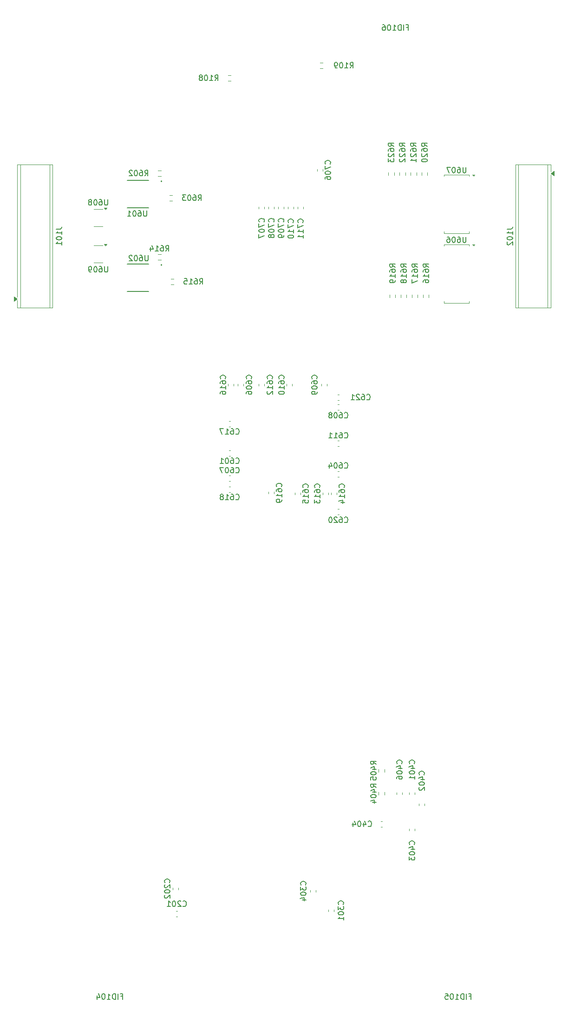
<source format=gbr>
%TF.GenerationSoftware,KiCad,Pcbnew,9.0.3*%
%TF.CreationDate,2025-10-28T10:03:49+01:00*%
%TF.ProjectId,PCB_Tarjeta_DevOps,5043425f-5461-4726-9a65-74615f446576,rev?*%
%TF.SameCoordinates,Original*%
%TF.FileFunction,Legend,Bot*%
%TF.FilePolarity,Positive*%
%FSLAX46Y46*%
G04 Gerber Fmt 4.6, Leading zero omitted, Abs format (unit mm)*
G04 Created by KiCad (PCBNEW 9.0.3) date 2025-10-28 10:03:49*
%MOMM*%
%LPD*%
G01*
G04 APERTURE LIST*
%ADD10C,0.150000*%
%ADD11C,0.120000*%
%ADD12C,0.127000*%
%ADD13C,0.200000*%
G04 APERTURE END LIST*
D10*
X189273047Y-135277580D02*
X189320666Y-135325200D01*
X189320666Y-135325200D02*
X189463523Y-135372819D01*
X189463523Y-135372819D02*
X189558761Y-135372819D01*
X189558761Y-135372819D02*
X189701618Y-135325200D01*
X189701618Y-135325200D02*
X189796856Y-135229961D01*
X189796856Y-135229961D02*
X189844475Y-135134723D01*
X189844475Y-135134723D02*
X189892094Y-134944247D01*
X189892094Y-134944247D02*
X189892094Y-134801390D01*
X189892094Y-134801390D02*
X189844475Y-134610914D01*
X189844475Y-134610914D02*
X189796856Y-134515676D01*
X189796856Y-134515676D02*
X189701618Y-134420438D01*
X189701618Y-134420438D02*
X189558761Y-134372819D01*
X189558761Y-134372819D02*
X189463523Y-134372819D01*
X189463523Y-134372819D02*
X189320666Y-134420438D01*
X189320666Y-134420438D02*
X189273047Y-134468057D01*
X188415904Y-134372819D02*
X188606380Y-134372819D01*
X188606380Y-134372819D02*
X188701618Y-134420438D01*
X188701618Y-134420438D02*
X188749237Y-134468057D01*
X188749237Y-134468057D02*
X188844475Y-134610914D01*
X188844475Y-134610914D02*
X188892094Y-134801390D01*
X188892094Y-134801390D02*
X188892094Y-135182342D01*
X188892094Y-135182342D02*
X188844475Y-135277580D01*
X188844475Y-135277580D02*
X188796856Y-135325200D01*
X188796856Y-135325200D02*
X188701618Y-135372819D01*
X188701618Y-135372819D02*
X188511142Y-135372819D01*
X188511142Y-135372819D02*
X188415904Y-135325200D01*
X188415904Y-135325200D02*
X188368285Y-135277580D01*
X188368285Y-135277580D02*
X188320666Y-135182342D01*
X188320666Y-135182342D02*
X188320666Y-134944247D01*
X188320666Y-134944247D02*
X188368285Y-134849009D01*
X188368285Y-134849009D02*
X188415904Y-134801390D01*
X188415904Y-134801390D02*
X188511142Y-134753771D01*
X188511142Y-134753771D02*
X188701618Y-134753771D01*
X188701618Y-134753771D02*
X188796856Y-134801390D01*
X188796856Y-134801390D02*
X188844475Y-134849009D01*
X188844475Y-134849009D02*
X188892094Y-134944247D01*
X187939713Y-134468057D02*
X187892094Y-134420438D01*
X187892094Y-134420438D02*
X187796856Y-134372819D01*
X187796856Y-134372819D02*
X187558761Y-134372819D01*
X187558761Y-134372819D02*
X187463523Y-134420438D01*
X187463523Y-134420438D02*
X187415904Y-134468057D01*
X187415904Y-134468057D02*
X187368285Y-134563295D01*
X187368285Y-134563295D02*
X187368285Y-134658533D01*
X187368285Y-134658533D02*
X187415904Y-134801390D01*
X187415904Y-134801390D02*
X187987332Y-135372819D01*
X187987332Y-135372819D02*
X187368285Y-135372819D01*
X186415904Y-135372819D02*
X186987332Y-135372819D01*
X186701618Y-135372819D02*
X186701618Y-134372819D01*
X186701618Y-134372819D02*
X186796856Y-134515676D01*
X186796856Y-134515676D02*
X186892094Y-134610914D01*
X186892094Y-134610914D02*
X186987332Y-134658533D01*
X168193580Y-131512952D02*
X168241200Y-131465333D01*
X168241200Y-131465333D02*
X168288819Y-131322476D01*
X168288819Y-131322476D02*
X168288819Y-131227238D01*
X168288819Y-131227238D02*
X168241200Y-131084381D01*
X168241200Y-131084381D02*
X168145961Y-130989143D01*
X168145961Y-130989143D02*
X168050723Y-130941524D01*
X168050723Y-130941524D02*
X167860247Y-130893905D01*
X167860247Y-130893905D02*
X167717390Y-130893905D01*
X167717390Y-130893905D02*
X167526914Y-130941524D01*
X167526914Y-130941524D02*
X167431676Y-130989143D01*
X167431676Y-130989143D02*
X167336438Y-131084381D01*
X167336438Y-131084381D02*
X167288819Y-131227238D01*
X167288819Y-131227238D02*
X167288819Y-131322476D01*
X167288819Y-131322476D02*
X167336438Y-131465333D01*
X167336438Y-131465333D02*
X167384057Y-131512952D01*
X167288819Y-132370095D02*
X167288819Y-132179619D01*
X167288819Y-132179619D02*
X167336438Y-132084381D01*
X167336438Y-132084381D02*
X167384057Y-132036762D01*
X167384057Y-132036762D02*
X167526914Y-131941524D01*
X167526914Y-131941524D02*
X167717390Y-131893905D01*
X167717390Y-131893905D02*
X168098342Y-131893905D01*
X168098342Y-131893905D02*
X168193580Y-131941524D01*
X168193580Y-131941524D02*
X168241200Y-131989143D01*
X168241200Y-131989143D02*
X168288819Y-132084381D01*
X168288819Y-132084381D02*
X168288819Y-132274857D01*
X168288819Y-132274857D02*
X168241200Y-132370095D01*
X168241200Y-132370095D02*
X168193580Y-132417714D01*
X168193580Y-132417714D02*
X168098342Y-132465333D01*
X168098342Y-132465333D02*
X167860247Y-132465333D01*
X167860247Y-132465333D02*
X167765009Y-132417714D01*
X167765009Y-132417714D02*
X167717390Y-132370095D01*
X167717390Y-132370095D02*
X167669771Y-132274857D01*
X167669771Y-132274857D02*
X167669771Y-132084381D01*
X167669771Y-132084381D02*
X167717390Y-131989143D01*
X167717390Y-131989143D02*
X167765009Y-131941524D01*
X167765009Y-131941524D02*
X167860247Y-131893905D01*
X167288819Y-133084381D02*
X167288819Y-133179619D01*
X167288819Y-133179619D02*
X167336438Y-133274857D01*
X167336438Y-133274857D02*
X167384057Y-133322476D01*
X167384057Y-133322476D02*
X167479295Y-133370095D01*
X167479295Y-133370095D02*
X167669771Y-133417714D01*
X167669771Y-133417714D02*
X167907866Y-133417714D01*
X167907866Y-133417714D02*
X168098342Y-133370095D01*
X168098342Y-133370095D02*
X168193580Y-133322476D01*
X168193580Y-133322476D02*
X168241200Y-133274857D01*
X168241200Y-133274857D02*
X168288819Y-133179619D01*
X168288819Y-133179619D02*
X168288819Y-133084381D01*
X168288819Y-133084381D02*
X168241200Y-132989143D01*
X168241200Y-132989143D02*
X168193580Y-132941524D01*
X168193580Y-132941524D02*
X168098342Y-132893905D01*
X168098342Y-132893905D02*
X167907866Y-132846286D01*
X167907866Y-132846286D02*
X167669771Y-132846286D01*
X167669771Y-132846286D02*
X167479295Y-132893905D01*
X167479295Y-132893905D02*
X167384057Y-132941524D01*
X167384057Y-132941524D02*
X167336438Y-132989143D01*
X167336438Y-132989143D02*
X167288819Y-133084381D01*
X167288819Y-134274857D02*
X167288819Y-134084381D01*
X167288819Y-134084381D02*
X167336438Y-133989143D01*
X167336438Y-133989143D02*
X167384057Y-133941524D01*
X167384057Y-133941524D02*
X167526914Y-133846286D01*
X167526914Y-133846286D02*
X167717390Y-133798667D01*
X167717390Y-133798667D02*
X168098342Y-133798667D01*
X168098342Y-133798667D02*
X168193580Y-133846286D01*
X168193580Y-133846286D02*
X168241200Y-133893905D01*
X168241200Y-133893905D02*
X168288819Y-133989143D01*
X168288819Y-133989143D02*
X168288819Y-134179619D01*
X168288819Y-134179619D02*
X168241200Y-134274857D01*
X168241200Y-134274857D02*
X168193580Y-134322476D01*
X168193580Y-134322476D02*
X168098342Y-134370095D01*
X168098342Y-134370095D02*
X167860247Y-134370095D01*
X167860247Y-134370095D02*
X167765009Y-134322476D01*
X167765009Y-134322476D02*
X167717390Y-134274857D01*
X167717390Y-134274857D02*
X167669771Y-134179619D01*
X167669771Y-134179619D02*
X167669771Y-133989143D01*
X167669771Y-133989143D02*
X167717390Y-133893905D01*
X167717390Y-133893905D02*
X167765009Y-133846286D01*
X167765009Y-133846286D02*
X167860247Y-133798667D01*
X207957809Y-244019009D02*
X208291142Y-244019009D01*
X208291142Y-244542819D02*
X208291142Y-243542819D01*
X208291142Y-243542819D02*
X207814952Y-243542819D01*
X207433999Y-244542819D02*
X207433999Y-243542819D01*
X206957809Y-244542819D02*
X206957809Y-243542819D01*
X206957809Y-243542819D02*
X206719714Y-243542819D01*
X206719714Y-243542819D02*
X206576857Y-243590438D01*
X206576857Y-243590438D02*
X206481619Y-243685676D01*
X206481619Y-243685676D02*
X206434000Y-243780914D01*
X206434000Y-243780914D02*
X206386381Y-243971390D01*
X206386381Y-243971390D02*
X206386381Y-244114247D01*
X206386381Y-244114247D02*
X206434000Y-244304723D01*
X206434000Y-244304723D02*
X206481619Y-244399961D01*
X206481619Y-244399961D02*
X206576857Y-244495200D01*
X206576857Y-244495200D02*
X206719714Y-244542819D01*
X206719714Y-244542819D02*
X206957809Y-244542819D01*
X205434000Y-244542819D02*
X206005428Y-244542819D01*
X205719714Y-244542819D02*
X205719714Y-243542819D01*
X205719714Y-243542819D02*
X205814952Y-243685676D01*
X205814952Y-243685676D02*
X205910190Y-243780914D01*
X205910190Y-243780914D02*
X206005428Y-243828533D01*
X204814952Y-243542819D02*
X204719714Y-243542819D01*
X204719714Y-243542819D02*
X204624476Y-243590438D01*
X204624476Y-243590438D02*
X204576857Y-243638057D01*
X204576857Y-243638057D02*
X204529238Y-243733295D01*
X204529238Y-243733295D02*
X204481619Y-243923771D01*
X204481619Y-243923771D02*
X204481619Y-244161866D01*
X204481619Y-244161866D02*
X204529238Y-244352342D01*
X204529238Y-244352342D02*
X204576857Y-244447580D01*
X204576857Y-244447580D02*
X204624476Y-244495200D01*
X204624476Y-244495200D02*
X204719714Y-244542819D01*
X204719714Y-244542819D02*
X204814952Y-244542819D01*
X204814952Y-244542819D02*
X204910190Y-244495200D01*
X204910190Y-244495200D02*
X204957809Y-244447580D01*
X204957809Y-244447580D02*
X205005428Y-244352342D01*
X205005428Y-244352342D02*
X205053047Y-244161866D01*
X205053047Y-244161866D02*
X205053047Y-243923771D01*
X205053047Y-243923771D02*
X205005428Y-243733295D01*
X205005428Y-243733295D02*
X204957809Y-243638057D01*
X204957809Y-243638057D02*
X204910190Y-243590438D01*
X204910190Y-243590438D02*
X204814952Y-243542819D01*
X203576857Y-243542819D02*
X204053047Y-243542819D01*
X204053047Y-243542819D02*
X204100666Y-244019009D01*
X204100666Y-244019009D02*
X204053047Y-243971390D01*
X204053047Y-243971390D02*
X203957809Y-243923771D01*
X203957809Y-243923771D02*
X203719714Y-243923771D01*
X203719714Y-243923771D02*
X203624476Y-243971390D01*
X203624476Y-243971390D02*
X203576857Y-244019009D01*
X203576857Y-244019009D02*
X203529238Y-244114247D01*
X203529238Y-244114247D02*
X203529238Y-244352342D01*
X203529238Y-244352342D02*
X203576857Y-244447580D01*
X203576857Y-244447580D02*
X203624476Y-244495200D01*
X203624476Y-244495200D02*
X203719714Y-244542819D01*
X203719714Y-244542819D02*
X203957809Y-244542819D01*
X203957809Y-244542819D02*
X204053047Y-244495200D01*
X204053047Y-244495200D02*
X204100666Y-244447580D01*
X158539047Y-99050819D02*
X158872380Y-98574628D01*
X159110475Y-99050819D02*
X159110475Y-98050819D01*
X159110475Y-98050819D02*
X158729523Y-98050819D01*
X158729523Y-98050819D02*
X158634285Y-98098438D01*
X158634285Y-98098438D02*
X158586666Y-98146057D01*
X158586666Y-98146057D02*
X158539047Y-98241295D01*
X158539047Y-98241295D02*
X158539047Y-98384152D01*
X158539047Y-98384152D02*
X158586666Y-98479390D01*
X158586666Y-98479390D02*
X158634285Y-98527009D01*
X158634285Y-98527009D02*
X158729523Y-98574628D01*
X158729523Y-98574628D02*
X159110475Y-98574628D01*
X157681904Y-98050819D02*
X157872380Y-98050819D01*
X157872380Y-98050819D02*
X157967618Y-98098438D01*
X157967618Y-98098438D02*
X158015237Y-98146057D01*
X158015237Y-98146057D02*
X158110475Y-98288914D01*
X158110475Y-98288914D02*
X158158094Y-98479390D01*
X158158094Y-98479390D02*
X158158094Y-98860342D01*
X158158094Y-98860342D02*
X158110475Y-98955580D01*
X158110475Y-98955580D02*
X158062856Y-99003200D01*
X158062856Y-99003200D02*
X157967618Y-99050819D01*
X157967618Y-99050819D02*
X157777142Y-99050819D01*
X157777142Y-99050819D02*
X157681904Y-99003200D01*
X157681904Y-99003200D02*
X157634285Y-98955580D01*
X157634285Y-98955580D02*
X157586666Y-98860342D01*
X157586666Y-98860342D02*
X157586666Y-98622247D01*
X157586666Y-98622247D02*
X157634285Y-98527009D01*
X157634285Y-98527009D02*
X157681904Y-98479390D01*
X157681904Y-98479390D02*
X157777142Y-98431771D01*
X157777142Y-98431771D02*
X157967618Y-98431771D01*
X157967618Y-98431771D02*
X158062856Y-98479390D01*
X158062856Y-98479390D02*
X158110475Y-98527009D01*
X158110475Y-98527009D02*
X158158094Y-98622247D01*
X156967618Y-98050819D02*
X156872380Y-98050819D01*
X156872380Y-98050819D02*
X156777142Y-98098438D01*
X156777142Y-98098438D02*
X156729523Y-98146057D01*
X156729523Y-98146057D02*
X156681904Y-98241295D01*
X156681904Y-98241295D02*
X156634285Y-98431771D01*
X156634285Y-98431771D02*
X156634285Y-98669866D01*
X156634285Y-98669866D02*
X156681904Y-98860342D01*
X156681904Y-98860342D02*
X156729523Y-98955580D01*
X156729523Y-98955580D02*
X156777142Y-99003200D01*
X156777142Y-99003200D02*
X156872380Y-99050819D01*
X156872380Y-99050819D02*
X156967618Y-99050819D01*
X156967618Y-99050819D02*
X157062856Y-99003200D01*
X157062856Y-99003200D02*
X157110475Y-98955580D01*
X157110475Y-98955580D02*
X157158094Y-98860342D01*
X157158094Y-98860342D02*
X157205713Y-98669866D01*
X157205713Y-98669866D02*
X157205713Y-98431771D01*
X157205713Y-98431771D02*
X157158094Y-98241295D01*
X157158094Y-98241295D02*
X157110475Y-98146057D01*
X157110475Y-98146057D02*
X157062856Y-98098438D01*
X157062856Y-98098438D02*
X156967618Y-98050819D01*
X156300951Y-98050819D02*
X155681904Y-98050819D01*
X155681904Y-98050819D02*
X156015237Y-98431771D01*
X156015237Y-98431771D02*
X155872380Y-98431771D01*
X155872380Y-98431771D02*
X155777142Y-98479390D01*
X155777142Y-98479390D02*
X155729523Y-98527009D01*
X155729523Y-98527009D02*
X155681904Y-98622247D01*
X155681904Y-98622247D02*
X155681904Y-98860342D01*
X155681904Y-98860342D02*
X155729523Y-98955580D01*
X155729523Y-98955580D02*
X155777142Y-99003200D01*
X155777142Y-99003200D02*
X155872380Y-99050819D01*
X155872380Y-99050819D02*
X156158094Y-99050819D01*
X156158094Y-99050819D02*
X156253332Y-99003200D01*
X156253332Y-99003200D02*
X156300951Y-98955580D01*
X165397047Y-146867580D02*
X165444666Y-146915200D01*
X165444666Y-146915200D02*
X165587523Y-146962819D01*
X165587523Y-146962819D02*
X165682761Y-146962819D01*
X165682761Y-146962819D02*
X165825618Y-146915200D01*
X165825618Y-146915200D02*
X165920856Y-146819961D01*
X165920856Y-146819961D02*
X165968475Y-146724723D01*
X165968475Y-146724723D02*
X166016094Y-146534247D01*
X166016094Y-146534247D02*
X166016094Y-146391390D01*
X166016094Y-146391390D02*
X165968475Y-146200914D01*
X165968475Y-146200914D02*
X165920856Y-146105676D01*
X165920856Y-146105676D02*
X165825618Y-146010438D01*
X165825618Y-146010438D02*
X165682761Y-145962819D01*
X165682761Y-145962819D02*
X165587523Y-145962819D01*
X165587523Y-145962819D02*
X165444666Y-146010438D01*
X165444666Y-146010438D02*
X165397047Y-146058057D01*
X164539904Y-145962819D02*
X164730380Y-145962819D01*
X164730380Y-145962819D02*
X164825618Y-146010438D01*
X164825618Y-146010438D02*
X164873237Y-146058057D01*
X164873237Y-146058057D02*
X164968475Y-146200914D01*
X164968475Y-146200914D02*
X165016094Y-146391390D01*
X165016094Y-146391390D02*
X165016094Y-146772342D01*
X165016094Y-146772342D02*
X164968475Y-146867580D01*
X164968475Y-146867580D02*
X164920856Y-146915200D01*
X164920856Y-146915200D02*
X164825618Y-146962819D01*
X164825618Y-146962819D02*
X164635142Y-146962819D01*
X164635142Y-146962819D02*
X164539904Y-146915200D01*
X164539904Y-146915200D02*
X164492285Y-146867580D01*
X164492285Y-146867580D02*
X164444666Y-146772342D01*
X164444666Y-146772342D02*
X164444666Y-146534247D01*
X164444666Y-146534247D02*
X164492285Y-146439009D01*
X164492285Y-146439009D02*
X164539904Y-146391390D01*
X164539904Y-146391390D02*
X164635142Y-146343771D01*
X164635142Y-146343771D02*
X164825618Y-146343771D01*
X164825618Y-146343771D02*
X164920856Y-146391390D01*
X164920856Y-146391390D02*
X164968475Y-146439009D01*
X164968475Y-146439009D02*
X165016094Y-146534247D01*
X163825618Y-145962819D02*
X163730380Y-145962819D01*
X163730380Y-145962819D02*
X163635142Y-146010438D01*
X163635142Y-146010438D02*
X163587523Y-146058057D01*
X163587523Y-146058057D02*
X163539904Y-146153295D01*
X163539904Y-146153295D02*
X163492285Y-146343771D01*
X163492285Y-146343771D02*
X163492285Y-146581866D01*
X163492285Y-146581866D02*
X163539904Y-146772342D01*
X163539904Y-146772342D02*
X163587523Y-146867580D01*
X163587523Y-146867580D02*
X163635142Y-146915200D01*
X163635142Y-146915200D02*
X163730380Y-146962819D01*
X163730380Y-146962819D02*
X163825618Y-146962819D01*
X163825618Y-146962819D02*
X163920856Y-146915200D01*
X163920856Y-146915200D02*
X163968475Y-146867580D01*
X163968475Y-146867580D02*
X164016094Y-146772342D01*
X164016094Y-146772342D02*
X164063713Y-146581866D01*
X164063713Y-146581866D02*
X164063713Y-146343771D01*
X164063713Y-146343771D02*
X164016094Y-146153295D01*
X164016094Y-146153295D02*
X163968475Y-146058057D01*
X163968475Y-146058057D02*
X163920856Y-146010438D01*
X163920856Y-146010438D02*
X163825618Y-145962819D01*
X162539904Y-146962819D02*
X163111332Y-146962819D01*
X162825618Y-146962819D02*
X162825618Y-145962819D01*
X162825618Y-145962819D02*
X162920856Y-146105676D01*
X162920856Y-146105676D02*
X163016094Y-146200914D01*
X163016094Y-146200914D02*
X163111332Y-146248533D01*
X142034785Y-111088819D02*
X142034785Y-111898342D01*
X142034785Y-111898342D02*
X141987166Y-111993580D01*
X141987166Y-111993580D02*
X141939547Y-112041200D01*
X141939547Y-112041200D02*
X141844309Y-112088819D01*
X141844309Y-112088819D02*
X141653833Y-112088819D01*
X141653833Y-112088819D02*
X141558595Y-112041200D01*
X141558595Y-112041200D02*
X141510976Y-111993580D01*
X141510976Y-111993580D02*
X141463357Y-111898342D01*
X141463357Y-111898342D02*
X141463357Y-111088819D01*
X140558595Y-111088819D02*
X140749071Y-111088819D01*
X140749071Y-111088819D02*
X140844309Y-111136438D01*
X140844309Y-111136438D02*
X140891928Y-111184057D01*
X140891928Y-111184057D02*
X140987166Y-111326914D01*
X140987166Y-111326914D02*
X141034785Y-111517390D01*
X141034785Y-111517390D02*
X141034785Y-111898342D01*
X141034785Y-111898342D02*
X140987166Y-111993580D01*
X140987166Y-111993580D02*
X140939547Y-112041200D01*
X140939547Y-112041200D02*
X140844309Y-112088819D01*
X140844309Y-112088819D02*
X140653833Y-112088819D01*
X140653833Y-112088819D02*
X140558595Y-112041200D01*
X140558595Y-112041200D02*
X140510976Y-111993580D01*
X140510976Y-111993580D02*
X140463357Y-111898342D01*
X140463357Y-111898342D02*
X140463357Y-111660247D01*
X140463357Y-111660247D02*
X140510976Y-111565009D01*
X140510976Y-111565009D02*
X140558595Y-111517390D01*
X140558595Y-111517390D02*
X140653833Y-111469771D01*
X140653833Y-111469771D02*
X140844309Y-111469771D01*
X140844309Y-111469771D02*
X140939547Y-111517390D01*
X140939547Y-111517390D02*
X140987166Y-111565009D01*
X140987166Y-111565009D02*
X141034785Y-111660247D01*
X139844309Y-111088819D02*
X139749071Y-111088819D01*
X139749071Y-111088819D02*
X139653833Y-111136438D01*
X139653833Y-111136438D02*
X139606214Y-111184057D01*
X139606214Y-111184057D02*
X139558595Y-111279295D01*
X139558595Y-111279295D02*
X139510976Y-111469771D01*
X139510976Y-111469771D02*
X139510976Y-111707866D01*
X139510976Y-111707866D02*
X139558595Y-111898342D01*
X139558595Y-111898342D02*
X139606214Y-111993580D01*
X139606214Y-111993580D02*
X139653833Y-112041200D01*
X139653833Y-112041200D02*
X139749071Y-112088819D01*
X139749071Y-112088819D02*
X139844309Y-112088819D01*
X139844309Y-112088819D02*
X139939547Y-112041200D01*
X139939547Y-112041200D02*
X139987166Y-111993580D01*
X139987166Y-111993580D02*
X140034785Y-111898342D01*
X140034785Y-111898342D02*
X140082404Y-111707866D01*
X140082404Y-111707866D02*
X140082404Y-111469771D01*
X140082404Y-111469771D02*
X140034785Y-111279295D01*
X140034785Y-111279295D02*
X139987166Y-111184057D01*
X139987166Y-111184057D02*
X139939547Y-111136438D01*
X139939547Y-111136438D02*
X139844309Y-111088819D01*
X139034785Y-112088819D02*
X138844309Y-112088819D01*
X138844309Y-112088819D02*
X138749071Y-112041200D01*
X138749071Y-112041200D02*
X138701452Y-111993580D01*
X138701452Y-111993580D02*
X138606214Y-111850723D01*
X138606214Y-111850723D02*
X138558595Y-111660247D01*
X138558595Y-111660247D02*
X138558595Y-111279295D01*
X138558595Y-111279295D02*
X138606214Y-111184057D01*
X138606214Y-111184057D02*
X138653833Y-111136438D01*
X138653833Y-111136438D02*
X138749071Y-111088819D01*
X138749071Y-111088819D02*
X138939547Y-111088819D01*
X138939547Y-111088819D02*
X139034785Y-111136438D01*
X139034785Y-111136438D02*
X139082404Y-111184057D01*
X139082404Y-111184057D02*
X139130023Y-111279295D01*
X139130023Y-111279295D02*
X139130023Y-111517390D01*
X139130023Y-111517390D02*
X139082404Y-111612628D01*
X139082404Y-111612628D02*
X139034785Y-111660247D01*
X139034785Y-111660247D02*
X138939547Y-111707866D01*
X138939547Y-111707866D02*
X138749071Y-111707866D01*
X138749071Y-111707866D02*
X138653833Y-111660247D01*
X138653833Y-111660247D02*
X138606214Y-111612628D01*
X138606214Y-111612628D02*
X138558595Y-111517390D01*
X172287580Y-102964452D02*
X172335200Y-102916833D01*
X172335200Y-102916833D02*
X172382819Y-102773976D01*
X172382819Y-102773976D02*
X172382819Y-102678738D01*
X172382819Y-102678738D02*
X172335200Y-102535881D01*
X172335200Y-102535881D02*
X172239961Y-102440643D01*
X172239961Y-102440643D02*
X172144723Y-102393024D01*
X172144723Y-102393024D02*
X171954247Y-102345405D01*
X171954247Y-102345405D02*
X171811390Y-102345405D01*
X171811390Y-102345405D02*
X171620914Y-102393024D01*
X171620914Y-102393024D02*
X171525676Y-102440643D01*
X171525676Y-102440643D02*
X171430438Y-102535881D01*
X171430438Y-102535881D02*
X171382819Y-102678738D01*
X171382819Y-102678738D02*
X171382819Y-102773976D01*
X171382819Y-102773976D02*
X171430438Y-102916833D01*
X171430438Y-102916833D02*
X171478057Y-102964452D01*
X171382819Y-103297786D02*
X171382819Y-103964452D01*
X171382819Y-103964452D02*
X172382819Y-103535881D01*
X171382819Y-104535881D02*
X171382819Y-104631119D01*
X171382819Y-104631119D02*
X171430438Y-104726357D01*
X171430438Y-104726357D02*
X171478057Y-104773976D01*
X171478057Y-104773976D02*
X171573295Y-104821595D01*
X171573295Y-104821595D02*
X171763771Y-104869214D01*
X171763771Y-104869214D02*
X172001866Y-104869214D01*
X172001866Y-104869214D02*
X172192342Y-104821595D01*
X172192342Y-104821595D02*
X172287580Y-104773976D01*
X172287580Y-104773976D02*
X172335200Y-104726357D01*
X172335200Y-104726357D02*
X172382819Y-104631119D01*
X172382819Y-104631119D02*
X172382819Y-104535881D01*
X172382819Y-104535881D02*
X172335200Y-104440643D01*
X172335200Y-104440643D02*
X172287580Y-104393024D01*
X172287580Y-104393024D02*
X172192342Y-104345405D01*
X172192342Y-104345405D02*
X172001866Y-104297786D01*
X172001866Y-104297786D02*
X171763771Y-104297786D01*
X171763771Y-104297786D02*
X171573295Y-104345405D01*
X171573295Y-104345405D02*
X171478057Y-104393024D01*
X171478057Y-104393024D02*
X171430438Y-104440643D01*
X171430438Y-104440643D02*
X171382819Y-104535881D01*
X171811390Y-105440643D02*
X171763771Y-105345405D01*
X171763771Y-105345405D02*
X171716152Y-105297786D01*
X171716152Y-105297786D02*
X171620914Y-105250167D01*
X171620914Y-105250167D02*
X171573295Y-105250167D01*
X171573295Y-105250167D02*
X171478057Y-105297786D01*
X171478057Y-105297786D02*
X171430438Y-105345405D01*
X171430438Y-105345405D02*
X171382819Y-105440643D01*
X171382819Y-105440643D02*
X171382819Y-105631119D01*
X171382819Y-105631119D02*
X171430438Y-105726357D01*
X171430438Y-105726357D02*
X171478057Y-105773976D01*
X171478057Y-105773976D02*
X171573295Y-105821595D01*
X171573295Y-105821595D02*
X171620914Y-105821595D01*
X171620914Y-105821595D02*
X171716152Y-105773976D01*
X171716152Y-105773976D02*
X171763771Y-105726357D01*
X171763771Y-105726357D02*
X171811390Y-105631119D01*
X171811390Y-105631119D02*
X171811390Y-105440643D01*
X171811390Y-105440643D02*
X171859009Y-105345405D01*
X171859009Y-105345405D02*
X171906628Y-105297786D01*
X171906628Y-105297786D02*
X172001866Y-105250167D01*
X172001866Y-105250167D02*
X172192342Y-105250167D01*
X172192342Y-105250167D02*
X172287580Y-105297786D01*
X172287580Y-105297786D02*
X172335200Y-105345405D01*
X172335200Y-105345405D02*
X172382819Y-105440643D01*
X172382819Y-105440643D02*
X172382819Y-105631119D01*
X172382819Y-105631119D02*
X172335200Y-105726357D01*
X172335200Y-105726357D02*
X172287580Y-105773976D01*
X172287580Y-105773976D02*
X172192342Y-105821595D01*
X172192342Y-105821595D02*
X172001866Y-105821595D01*
X172001866Y-105821595D02*
X171906628Y-105773976D01*
X171906628Y-105773976D02*
X171859009Y-105726357D01*
X171859009Y-105726357D02*
X171811390Y-105631119D01*
X180639580Y-151324952D02*
X180687200Y-151277333D01*
X180687200Y-151277333D02*
X180734819Y-151134476D01*
X180734819Y-151134476D02*
X180734819Y-151039238D01*
X180734819Y-151039238D02*
X180687200Y-150896381D01*
X180687200Y-150896381D02*
X180591961Y-150801143D01*
X180591961Y-150801143D02*
X180496723Y-150753524D01*
X180496723Y-150753524D02*
X180306247Y-150705905D01*
X180306247Y-150705905D02*
X180163390Y-150705905D01*
X180163390Y-150705905D02*
X179972914Y-150753524D01*
X179972914Y-150753524D02*
X179877676Y-150801143D01*
X179877676Y-150801143D02*
X179782438Y-150896381D01*
X179782438Y-150896381D02*
X179734819Y-151039238D01*
X179734819Y-151039238D02*
X179734819Y-151134476D01*
X179734819Y-151134476D02*
X179782438Y-151277333D01*
X179782438Y-151277333D02*
X179830057Y-151324952D01*
X179734819Y-152182095D02*
X179734819Y-151991619D01*
X179734819Y-151991619D02*
X179782438Y-151896381D01*
X179782438Y-151896381D02*
X179830057Y-151848762D01*
X179830057Y-151848762D02*
X179972914Y-151753524D01*
X179972914Y-151753524D02*
X180163390Y-151705905D01*
X180163390Y-151705905D02*
X180544342Y-151705905D01*
X180544342Y-151705905D02*
X180639580Y-151753524D01*
X180639580Y-151753524D02*
X180687200Y-151801143D01*
X180687200Y-151801143D02*
X180734819Y-151896381D01*
X180734819Y-151896381D02*
X180734819Y-152086857D01*
X180734819Y-152086857D02*
X180687200Y-152182095D01*
X180687200Y-152182095D02*
X180639580Y-152229714D01*
X180639580Y-152229714D02*
X180544342Y-152277333D01*
X180544342Y-152277333D02*
X180306247Y-152277333D01*
X180306247Y-152277333D02*
X180211009Y-152229714D01*
X180211009Y-152229714D02*
X180163390Y-152182095D01*
X180163390Y-152182095D02*
X180115771Y-152086857D01*
X180115771Y-152086857D02*
X180115771Y-151896381D01*
X180115771Y-151896381D02*
X180163390Y-151801143D01*
X180163390Y-151801143D02*
X180211009Y-151753524D01*
X180211009Y-151753524D02*
X180306247Y-151705905D01*
X180734819Y-153229714D02*
X180734819Y-152658286D01*
X180734819Y-152944000D02*
X179734819Y-152944000D01*
X179734819Y-152944000D02*
X179877676Y-152848762D01*
X179877676Y-152848762D02*
X179972914Y-152753524D01*
X179972914Y-152753524D02*
X180020533Y-152658286D01*
X179734819Y-153563048D02*
X179734819Y-154182095D01*
X179734819Y-154182095D02*
X180115771Y-153848762D01*
X180115771Y-153848762D02*
X180115771Y-153991619D01*
X180115771Y-153991619D02*
X180163390Y-154086857D01*
X180163390Y-154086857D02*
X180211009Y-154134476D01*
X180211009Y-154134476D02*
X180306247Y-154182095D01*
X180306247Y-154182095D02*
X180544342Y-154182095D01*
X180544342Y-154182095D02*
X180639580Y-154134476D01*
X180639580Y-154134476D02*
X180687200Y-154086857D01*
X180687200Y-154086857D02*
X180734819Y-153991619D01*
X180734819Y-153991619D02*
X180734819Y-153705905D01*
X180734819Y-153705905D02*
X180687200Y-153610667D01*
X180687200Y-153610667D02*
X180639580Y-153563048D01*
X170509580Y-102964452D02*
X170557200Y-102916833D01*
X170557200Y-102916833D02*
X170604819Y-102773976D01*
X170604819Y-102773976D02*
X170604819Y-102678738D01*
X170604819Y-102678738D02*
X170557200Y-102535881D01*
X170557200Y-102535881D02*
X170461961Y-102440643D01*
X170461961Y-102440643D02*
X170366723Y-102393024D01*
X170366723Y-102393024D02*
X170176247Y-102345405D01*
X170176247Y-102345405D02*
X170033390Y-102345405D01*
X170033390Y-102345405D02*
X169842914Y-102393024D01*
X169842914Y-102393024D02*
X169747676Y-102440643D01*
X169747676Y-102440643D02*
X169652438Y-102535881D01*
X169652438Y-102535881D02*
X169604819Y-102678738D01*
X169604819Y-102678738D02*
X169604819Y-102773976D01*
X169604819Y-102773976D02*
X169652438Y-102916833D01*
X169652438Y-102916833D02*
X169700057Y-102964452D01*
X169604819Y-103297786D02*
X169604819Y-103964452D01*
X169604819Y-103964452D02*
X170604819Y-103535881D01*
X169604819Y-104535881D02*
X169604819Y-104631119D01*
X169604819Y-104631119D02*
X169652438Y-104726357D01*
X169652438Y-104726357D02*
X169700057Y-104773976D01*
X169700057Y-104773976D02*
X169795295Y-104821595D01*
X169795295Y-104821595D02*
X169985771Y-104869214D01*
X169985771Y-104869214D02*
X170223866Y-104869214D01*
X170223866Y-104869214D02*
X170414342Y-104821595D01*
X170414342Y-104821595D02*
X170509580Y-104773976D01*
X170509580Y-104773976D02*
X170557200Y-104726357D01*
X170557200Y-104726357D02*
X170604819Y-104631119D01*
X170604819Y-104631119D02*
X170604819Y-104535881D01*
X170604819Y-104535881D02*
X170557200Y-104440643D01*
X170557200Y-104440643D02*
X170509580Y-104393024D01*
X170509580Y-104393024D02*
X170414342Y-104345405D01*
X170414342Y-104345405D02*
X170223866Y-104297786D01*
X170223866Y-104297786D02*
X169985771Y-104297786D01*
X169985771Y-104297786D02*
X169795295Y-104345405D01*
X169795295Y-104345405D02*
X169700057Y-104393024D01*
X169700057Y-104393024D02*
X169652438Y-104440643D01*
X169652438Y-104440643D02*
X169604819Y-104535881D01*
X169604819Y-105202548D02*
X169604819Y-105869214D01*
X169604819Y-105869214D02*
X170604819Y-105440643D01*
X153307580Y-223284952D02*
X153355200Y-223237333D01*
X153355200Y-223237333D02*
X153402819Y-223094476D01*
X153402819Y-223094476D02*
X153402819Y-222999238D01*
X153402819Y-222999238D02*
X153355200Y-222856381D01*
X153355200Y-222856381D02*
X153259961Y-222761143D01*
X153259961Y-222761143D02*
X153164723Y-222713524D01*
X153164723Y-222713524D02*
X152974247Y-222665905D01*
X152974247Y-222665905D02*
X152831390Y-222665905D01*
X152831390Y-222665905D02*
X152640914Y-222713524D01*
X152640914Y-222713524D02*
X152545676Y-222761143D01*
X152545676Y-222761143D02*
X152450438Y-222856381D01*
X152450438Y-222856381D02*
X152402819Y-222999238D01*
X152402819Y-222999238D02*
X152402819Y-223094476D01*
X152402819Y-223094476D02*
X152450438Y-223237333D01*
X152450438Y-223237333D02*
X152498057Y-223284952D01*
X152498057Y-223665905D02*
X152450438Y-223713524D01*
X152450438Y-223713524D02*
X152402819Y-223808762D01*
X152402819Y-223808762D02*
X152402819Y-224046857D01*
X152402819Y-224046857D02*
X152450438Y-224142095D01*
X152450438Y-224142095D02*
X152498057Y-224189714D01*
X152498057Y-224189714D02*
X152593295Y-224237333D01*
X152593295Y-224237333D02*
X152688533Y-224237333D01*
X152688533Y-224237333D02*
X152831390Y-224189714D01*
X152831390Y-224189714D02*
X153402819Y-223618286D01*
X153402819Y-223618286D02*
X153402819Y-224237333D01*
X152402819Y-224856381D02*
X152402819Y-224951619D01*
X152402819Y-224951619D02*
X152450438Y-225046857D01*
X152450438Y-225046857D02*
X152498057Y-225094476D01*
X152498057Y-225094476D02*
X152593295Y-225142095D01*
X152593295Y-225142095D02*
X152783771Y-225189714D01*
X152783771Y-225189714D02*
X153021866Y-225189714D01*
X153021866Y-225189714D02*
X153212342Y-225142095D01*
X153212342Y-225142095D02*
X153307580Y-225094476D01*
X153307580Y-225094476D02*
X153355200Y-225046857D01*
X153355200Y-225046857D02*
X153402819Y-224951619D01*
X153402819Y-224951619D02*
X153402819Y-224856381D01*
X153402819Y-224856381D02*
X153355200Y-224761143D01*
X153355200Y-224761143D02*
X153307580Y-224713524D01*
X153307580Y-224713524D02*
X153212342Y-224665905D01*
X153212342Y-224665905D02*
X153021866Y-224618286D01*
X153021866Y-224618286D02*
X152783771Y-224618286D01*
X152783771Y-224618286D02*
X152593295Y-224665905D01*
X152593295Y-224665905D02*
X152498057Y-224713524D01*
X152498057Y-224713524D02*
X152450438Y-224761143D01*
X152450438Y-224761143D02*
X152402819Y-224856381D01*
X152498057Y-225570667D02*
X152450438Y-225618286D01*
X152450438Y-225618286D02*
X152402819Y-225713524D01*
X152402819Y-225713524D02*
X152402819Y-225951619D01*
X152402819Y-225951619D02*
X152450438Y-226046857D01*
X152450438Y-226046857D02*
X152498057Y-226094476D01*
X152498057Y-226094476D02*
X152593295Y-226142095D01*
X152593295Y-226142095D02*
X152688533Y-226142095D01*
X152688533Y-226142095D02*
X152831390Y-226094476D01*
X152831390Y-226094476D02*
X153402819Y-225523048D01*
X153402819Y-225523048D02*
X153402819Y-226142095D01*
X207354785Y-105700819D02*
X207354785Y-106510342D01*
X207354785Y-106510342D02*
X207307166Y-106605580D01*
X207307166Y-106605580D02*
X207259547Y-106653200D01*
X207259547Y-106653200D02*
X207164309Y-106700819D01*
X207164309Y-106700819D02*
X206973833Y-106700819D01*
X206973833Y-106700819D02*
X206878595Y-106653200D01*
X206878595Y-106653200D02*
X206830976Y-106605580D01*
X206830976Y-106605580D02*
X206783357Y-106510342D01*
X206783357Y-106510342D02*
X206783357Y-105700819D01*
X205878595Y-105700819D02*
X206069071Y-105700819D01*
X206069071Y-105700819D02*
X206164309Y-105748438D01*
X206164309Y-105748438D02*
X206211928Y-105796057D01*
X206211928Y-105796057D02*
X206307166Y-105938914D01*
X206307166Y-105938914D02*
X206354785Y-106129390D01*
X206354785Y-106129390D02*
X206354785Y-106510342D01*
X206354785Y-106510342D02*
X206307166Y-106605580D01*
X206307166Y-106605580D02*
X206259547Y-106653200D01*
X206259547Y-106653200D02*
X206164309Y-106700819D01*
X206164309Y-106700819D02*
X205973833Y-106700819D01*
X205973833Y-106700819D02*
X205878595Y-106653200D01*
X205878595Y-106653200D02*
X205830976Y-106605580D01*
X205830976Y-106605580D02*
X205783357Y-106510342D01*
X205783357Y-106510342D02*
X205783357Y-106272247D01*
X205783357Y-106272247D02*
X205830976Y-106177009D01*
X205830976Y-106177009D02*
X205878595Y-106129390D01*
X205878595Y-106129390D02*
X205973833Y-106081771D01*
X205973833Y-106081771D02*
X206164309Y-106081771D01*
X206164309Y-106081771D02*
X206259547Y-106129390D01*
X206259547Y-106129390D02*
X206307166Y-106177009D01*
X206307166Y-106177009D02*
X206354785Y-106272247D01*
X205164309Y-105700819D02*
X205069071Y-105700819D01*
X205069071Y-105700819D02*
X204973833Y-105748438D01*
X204973833Y-105748438D02*
X204926214Y-105796057D01*
X204926214Y-105796057D02*
X204878595Y-105891295D01*
X204878595Y-105891295D02*
X204830976Y-106081771D01*
X204830976Y-106081771D02*
X204830976Y-106319866D01*
X204830976Y-106319866D02*
X204878595Y-106510342D01*
X204878595Y-106510342D02*
X204926214Y-106605580D01*
X204926214Y-106605580D02*
X204973833Y-106653200D01*
X204973833Y-106653200D02*
X205069071Y-106700819D01*
X205069071Y-106700819D02*
X205164309Y-106700819D01*
X205164309Y-106700819D02*
X205259547Y-106653200D01*
X205259547Y-106653200D02*
X205307166Y-106605580D01*
X205307166Y-106605580D02*
X205354785Y-106510342D01*
X205354785Y-106510342D02*
X205402404Y-106319866D01*
X205402404Y-106319866D02*
X205402404Y-106081771D01*
X205402404Y-106081771D02*
X205354785Y-105891295D01*
X205354785Y-105891295D02*
X205307166Y-105796057D01*
X205307166Y-105796057D02*
X205259547Y-105748438D01*
X205259547Y-105748438D02*
X205164309Y-105700819D01*
X203973833Y-105700819D02*
X204164309Y-105700819D01*
X204164309Y-105700819D02*
X204259547Y-105748438D01*
X204259547Y-105748438D02*
X204307166Y-105796057D01*
X204307166Y-105796057D02*
X204402404Y-105938914D01*
X204402404Y-105938914D02*
X204450023Y-106129390D01*
X204450023Y-106129390D02*
X204450023Y-106510342D01*
X204450023Y-106510342D02*
X204402404Y-106605580D01*
X204402404Y-106605580D02*
X204354785Y-106653200D01*
X204354785Y-106653200D02*
X204259547Y-106700819D01*
X204259547Y-106700819D02*
X204069071Y-106700819D01*
X204069071Y-106700819D02*
X203973833Y-106653200D01*
X203973833Y-106653200D02*
X203926214Y-106605580D01*
X203926214Y-106605580D02*
X203878595Y-106510342D01*
X203878595Y-106510342D02*
X203878595Y-106272247D01*
X203878595Y-106272247D02*
X203926214Y-106177009D01*
X203926214Y-106177009D02*
X203973833Y-106129390D01*
X203973833Y-106129390D02*
X204069071Y-106081771D01*
X204069071Y-106081771D02*
X204259547Y-106081771D01*
X204259547Y-106081771D02*
X204354785Y-106129390D01*
X204354785Y-106129390D02*
X204402404Y-106177009D01*
X204402404Y-106177009D02*
X204450023Y-106272247D01*
X144457809Y-244019009D02*
X144791142Y-244019009D01*
X144791142Y-244542819D02*
X144791142Y-243542819D01*
X144791142Y-243542819D02*
X144314952Y-243542819D01*
X143933999Y-244542819D02*
X143933999Y-243542819D01*
X143457809Y-244542819D02*
X143457809Y-243542819D01*
X143457809Y-243542819D02*
X143219714Y-243542819D01*
X143219714Y-243542819D02*
X143076857Y-243590438D01*
X143076857Y-243590438D02*
X142981619Y-243685676D01*
X142981619Y-243685676D02*
X142934000Y-243780914D01*
X142934000Y-243780914D02*
X142886381Y-243971390D01*
X142886381Y-243971390D02*
X142886381Y-244114247D01*
X142886381Y-244114247D02*
X142934000Y-244304723D01*
X142934000Y-244304723D02*
X142981619Y-244399961D01*
X142981619Y-244399961D02*
X143076857Y-244495200D01*
X143076857Y-244495200D02*
X143219714Y-244542819D01*
X143219714Y-244542819D02*
X143457809Y-244542819D01*
X141934000Y-244542819D02*
X142505428Y-244542819D01*
X142219714Y-244542819D02*
X142219714Y-243542819D01*
X142219714Y-243542819D02*
X142314952Y-243685676D01*
X142314952Y-243685676D02*
X142410190Y-243780914D01*
X142410190Y-243780914D02*
X142505428Y-243828533D01*
X141314952Y-243542819D02*
X141219714Y-243542819D01*
X141219714Y-243542819D02*
X141124476Y-243590438D01*
X141124476Y-243590438D02*
X141076857Y-243638057D01*
X141076857Y-243638057D02*
X141029238Y-243733295D01*
X141029238Y-243733295D02*
X140981619Y-243923771D01*
X140981619Y-243923771D02*
X140981619Y-244161866D01*
X140981619Y-244161866D02*
X141029238Y-244352342D01*
X141029238Y-244352342D02*
X141076857Y-244447580D01*
X141076857Y-244447580D02*
X141124476Y-244495200D01*
X141124476Y-244495200D02*
X141219714Y-244542819D01*
X141219714Y-244542819D02*
X141314952Y-244542819D01*
X141314952Y-244542819D02*
X141410190Y-244495200D01*
X141410190Y-244495200D02*
X141457809Y-244447580D01*
X141457809Y-244447580D02*
X141505428Y-244352342D01*
X141505428Y-244352342D02*
X141553047Y-244161866D01*
X141553047Y-244161866D02*
X141553047Y-243923771D01*
X141553047Y-243923771D02*
X141505428Y-243733295D01*
X141505428Y-243733295D02*
X141457809Y-243638057D01*
X141457809Y-243638057D02*
X141410190Y-243590438D01*
X141410190Y-243590438D02*
X141314952Y-243542819D01*
X140124476Y-243876152D02*
X140124476Y-244542819D01*
X140362571Y-243495200D02*
X140600666Y-244209485D01*
X140600666Y-244209485D02*
X139981619Y-244209485D01*
X196527809Y-67539009D02*
X196861142Y-67539009D01*
X196861142Y-68062819D02*
X196861142Y-67062819D01*
X196861142Y-67062819D02*
X196384952Y-67062819D01*
X196003999Y-68062819D02*
X196003999Y-67062819D01*
X195527809Y-68062819D02*
X195527809Y-67062819D01*
X195527809Y-67062819D02*
X195289714Y-67062819D01*
X195289714Y-67062819D02*
X195146857Y-67110438D01*
X195146857Y-67110438D02*
X195051619Y-67205676D01*
X195051619Y-67205676D02*
X195004000Y-67300914D01*
X195004000Y-67300914D02*
X194956381Y-67491390D01*
X194956381Y-67491390D02*
X194956381Y-67634247D01*
X194956381Y-67634247D02*
X195004000Y-67824723D01*
X195004000Y-67824723D02*
X195051619Y-67919961D01*
X195051619Y-67919961D02*
X195146857Y-68015200D01*
X195146857Y-68015200D02*
X195289714Y-68062819D01*
X195289714Y-68062819D02*
X195527809Y-68062819D01*
X194004000Y-68062819D02*
X194575428Y-68062819D01*
X194289714Y-68062819D02*
X194289714Y-67062819D01*
X194289714Y-67062819D02*
X194384952Y-67205676D01*
X194384952Y-67205676D02*
X194480190Y-67300914D01*
X194480190Y-67300914D02*
X194575428Y-67348533D01*
X193384952Y-67062819D02*
X193289714Y-67062819D01*
X193289714Y-67062819D02*
X193194476Y-67110438D01*
X193194476Y-67110438D02*
X193146857Y-67158057D01*
X193146857Y-67158057D02*
X193099238Y-67253295D01*
X193099238Y-67253295D02*
X193051619Y-67443771D01*
X193051619Y-67443771D02*
X193051619Y-67681866D01*
X193051619Y-67681866D02*
X193099238Y-67872342D01*
X193099238Y-67872342D02*
X193146857Y-67967580D01*
X193146857Y-67967580D02*
X193194476Y-68015200D01*
X193194476Y-68015200D02*
X193289714Y-68062819D01*
X193289714Y-68062819D02*
X193384952Y-68062819D01*
X193384952Y-68062819D02*
X193480190Y-68015200D01*
X193480190Y-68015200D02*
X193527809Y-67967580D01*
X193527809Y-67967580D02*
X193575428Y-67872342D01*
X193575428Y-67872342D02*
X193623047Y-67681866D01*
X193623047Y-67681866D02*
X193623047Y-67443771D01*
X193623047Y-67443771D02*
X193575428Y-67253295D01*
X193575428Y-67253295D02*
X193527809Y-67158057D01*
X193527809Y-67158057D02*
X193480190Y-67110438D01*
X193480190Y-67110438D02*
X193384952Y-67062819D01*
X192194476Y-67062819D02*
X192384952Y-67062819D01*
X192384952Y-67062819D02*
X192480190Y-67110438D01*
X192480190Y-67110438D02*
X192527809Y-67158057D01*
X192527809Y-67158057D02*
X192623047Y-67300914D01*
X192623047Y-67300914D02*
X192670666Y-67491390D01*
X192670666Y-67491390D02*
X192670666Y-67872342D01*
X192670666Y-67872342D02*
X192623047Y-67967580D01*
X192623047Y-67967580D02*
X192575428Y-68015200D01*
X192575428Y-68015200D02*
X192480190Y-68062819D01*
X192480190Y-68062819D02*
X192289714Y-68062819D01*
X192289714Y-68062819D02*
X192194476Y-68015200D01*
X192194476Y-68015200D02*
X192146857Y-67967580D01*
X192146857Y-67967580D02*
X192099238Y-67872342D01*
X192099238Y-67872342D02*
X192099238Y-67634247D01*
X192099238Y-67634247D02*
X192146857Y-67539009D01*
X192146857Y-67539009D02*
X192194476Y-67491390D01*
X192194476Y-67491390D02*
X192289714Y-67443771D01*
X192289714Y-67443771D02*
X192480190Y-67443771D01*
X192480190Y-67443771D02*
X192575428Y-67491390D01*
X192575428Y-67491390D02*
X192623047Y-67539009D01*
X192623047Y-67539009D02*
X192670666Y-67634247D01*
X149400785Y-109056819D02*
X149400785Y-109866342D01*
X149400785Y-109866342D02*
X149353166Y-109961580D01*
X149353166Y-109961580D02*
X149305547Y-110009200D01*
X149305547Y-110009200D02*
X149210309Y-110056819D01*
X149210309Y-110056819D02*
X149019833Y-110056819D01*
X149019833Y-110056819D02*
X148924595Y-110009200D01*
X148924595Y-110009200D02*
X148876976Y-109961580D01*
X148876976Y-109961580D02*
X148829357Y-109866342D01*
X148829357Y-109866342D02*
X148829357Y-109056819D01*
X147924595Y-109056819D02*
X148115071Y-109056819D01*
X148115071Y-109056819D02*
X148210309Y-109104438D01*
X148210309Y-109104438D02*
X148257928Y-109152057D01*
X148257928Y-109152057D02*
X148353166Y-109294914D01*
X148353166Y-109294914D02*
X148400785Y-109485390D01*
X148400785Y-109485390D02*
X148400785Y-109866342D01*
X148400785Y-109866342D02*
X148353166Y-109961580D01*
X148353166Y-109961580D02*
X148305547Y-110009200D01*
X148305547Y-110009200D02*
X148210309Y-110056819D01*
X148210309Y-110056819D02*
X148019833Y-110056819D01*
X148019833Y-110056819D02*
X147924595Y-110009200D01*
X147924595Y-110009200D02*
X147876976Y-109961580D01*
X147876976Y-109961580D02*
X147829357Y-109866342D01*
X147829357Y-109866342D02*
X147829357Y-109628247D01*
X147829357Y-109628247D02*
X147876976Y-109533009D01*
X147876976Y-109533009D02*
X147924595Y-109485390D01*
X147924595Y-109485390D02*
X148019833Y-109437771D01*
X148019833Y-109437771D02*
X148210309Y-109437771D01*
X148210309Y-109437771D02*
X148305547Y-109485390D01*
X148305547Y-109485390D02*
X148353166Y-109533009D01*
X148353166Y-109533009D02*
X148400785Y-109628247D01*
X147210309Y-109056819D02*
X147115071Y-109056819D01*
X147115071Y-109056819D02*
X147019833Y-109104438D01*
X147019833Y-109104438D02*
X146972214Y-109152057D01*
X146972214Y-109152057D02*
X146924595Y-109247295D01*
X146924595Y-109247295D02*
X146876976Y-109437771D01*
X146876976Y-109437771D02*
X146876976Y-109675866D01*
X146876976Y-109675866D02*
X146924595Y-109866342D01*
X146924595Y-109866342D02*
X146972214Y-109961580D01*
X146972214Y-109961580D02*
X147019833Y-110009200D01*
X147019833Y-110009200D02*
X147115071Y-110056819D01*
X147115071Y-110056819D02*
X147210309Y-110056819D01*
X147210309Y-110056819D02*
X147305547Y-110009200D01*
X147305547Y-110009200D02*
X147353166Y-109961580D01*
X147353166Y-109961580D02*
X147400785Y-109866342D01*
X147400785Y-109866342D02*
X147448404Y-109675866D01*
X147448404Y-109675866D02*
X147448404Y-109437771D01*
X147448404Y-109437771D02*
X147400785Y-109247295D01*
X147400785Y-109247295D02*
X147353166Y-109152057D01*
X147353166Y-109152057D02*
X147305547Y-109104438D01*
X147305547Y-109104438D02*
X147210309Y-109056819D01*
X146496023Y-109152057D02*
X146448404Y-109104438D01*
X146448404Y-109104438D02*
X146353166Y-109056819D01*
X146353166Y-109056819D02*
X146115071Y-109056819D01*
X146115071Y-109056819D02*
X146019833Y-109104438D01*
X146019833Y-109104438D02*
X145972214Y-109152057D01*
X145972214Y-109152057D02*
X145924595Y-109247295D01*
X145924595Y-109247295D02*
X145924595Y-109342533D01*
X145924595Y-109342533D02*
X145972214Y-109485390D01*
X145972214Y-109485390D02*
X146543642Y-110056819D01*
X146543642Y-110056819D02*
X145924595Y-110056819D01*
X174129580Y-131512952D02*
X174177200Y-131465333D01*
X174177200Y-131465333D02*
X174224819Y-131322476D01*
X174224819Y-131322476D02*
X174224819Y-131227238D01*
X174224819Y-131227238D02*
X174177200Y-131084381D01*
X174177200Y-131084381D02*
X174081961Y-130989143D01*
X174081961Y-130989143D02*
X173986723Y-130941524D01*
X173986723Y-130941524D02*
X173796247Y-130893905D01*
X173796247Y-130893905D02*
X173653390Y-130893905D01*
X173653390Y-130893905D02*
X173462914Y-130941524D01*
X173462914Y-130941524D02*
X173367676Y-130989143D01*
X173367676Y-130989143D02*
X173272438Y-131084381D01*
X173272438Y-131084381D02*
X173224819Y-131227238D01*
X173224819Y-131227238D02*
X173224819Y-131322476D01*
X173224819Y-131322476D02*
X173272438Y-131465333D01*
X173272438Y-131465333D02*
X173320057Y-131512952D01*
X173224819Y-132370095D02*
X173224819Y-132179619D01*
X173224819Y-132179619D02*
X173272438Y-132084381D01*
X173272438Y-132084381D02*
X173320057Y-132036762D01*
X173320057Y-132036762D02*
X173462914Y-131941524D01*
X173462914Y-131941524D02*
X173653390Y-131893905D01*
X173653390Y-131893905D02*
X174034342Y-131893905D01*
X174034342Y-131893905D02*
X174129580Y-131941524D01*
X174129580Y-131941524D02*
X174177200Y-131989143D01*
X174177200Y-131989143D02*
X174224819Y-132084381D01*
X174224819Y-132084381D02*
X174224819Y-132274857D01*
X174224819Y-132274857D02*
X174177200Y-132370095D01*
X174177200Y-132370095D02*
X174129580Y-132417714D01*
X174129580Y-132417714D02*
X174034342Y-132465333D01*
X174034342Y-132465333D02*
X173796247Y-132465333D01*
X173796247Y-132465333D02*
X173701009Y-132417714D01*
X173701009Y-132417714D02*
X173653390Y-132370095D01*
X173653390Y-132370095D02*
X173605771Y-132274857D01*
X173605771Y-132274857D02*
X173605771Y-132084381D01*
X173605771Y-132084381D02*
X173653390Y-131989143D01*
X173653390Y-131989143D02*
X173701009Y-131941524D01*
X173701009Y-131941524D02*
X173796247Y-131893905D01*
X174224819Y-133417714D02*
X174224819Y-132846286D01*
X174224819Y-133132000D02*
X173224819Y-133132000D01*
X173224819Y-133132000D02*
X173367676Y-133036762D01*
X173367676Y-133036762D02*
X173462914Y-132941524D01*
X173462914Y-132941524D02*
X173510533Y-132846286D01*
X173224819Y-134036762D02*
X173224819Y-134132000D01*
X173224819Y-134132000D02*
X173272438Y-134227238D01*
X173272438Y-134227238D02*
X173320057Y-134274857D01*
X173320057Y-134274857D02*
X173415295Y-134322476D01*
X173415295Y-134322476D02*
X173605771Y-134370095D01*
X173605771Y-134370095D02*
X173843866Y-134370095D01*
X173843866Y-134370095D02*
X174034342Y-134322476D01*
X174034342Y-134322476D02*
X174129580Y-134274857D01*
X174129580Y-134274857D02*
X174177200Y-134227238D01*
X174177200Y-134227238D02*
X174224819Y-134132000D01*
X174224819Y-134132000D02*
X174224819Y-134036762D01*
X174224819Y-134036762D02*
X174177200Y-133941524D01*
X174177200Y-133941524D02*
X174129580Y-133893905D01*
X174129580Y-133893905D02*
X174034342Y-133846286D01*
X174034342Y-133846286D02*
X173843866Y-133798667D01*
X173843866Y-133798667D02*
X173605771Y-133798667D01*
X173605771Y-133798667D02*
X173415295Y-133846286D01*
X173415295Y-133846286D02*
X173320057Y-133893905D01*
X173320057Y-133893905D02*
X173272438Y-133941524D01*
X173272438Y-133941524D02*
X173224819Y-134036762D01*
X173687580Y-151171452D02*
X173735200Y-151123833D01*
X173735200Y-151123833D02*
X173782819Y-150980976D01*
X173782819Y-150980976D02*
X173782819Y-150885738D01*
X173782819Y-150885738D02*
X173735200Y-150742881D01*
X173735200Y-150742881D02*
X173639961Y-150647643D01*
X173639961Y-150647643D02*
X173544723Y-150600024D01*
X173544723Y-150600024D02*
X173354247Y-150552405D01*
X173354247Y-150552405D02*
X173211390Y-150552405D01*
X173211390Y-150552405D02*
X173020914Y-150600024D01*
X173020914Y-150600024D02*
X172925676Y-150647643D01*
X172925676Y-150647643D02*
X172830438Y-150742881D01*
X172830438Y-150742881D02*
X172782819Y-150885738D01*
X172782819Y-150885738D02*
X172782819Y-150980976D01*
X172782819Y-150980976D02*
X172830438Y-151123833D01*
X172830438Y-151123833D02*
X172878057Y-151171452D01*
X172782819Y-152028595D02*
X172782819Y-151838119D01*
X172782819Y-151838119D02*
X172830438Y-151742881D01*
X172830438Y-151742881D02*
X172878057Y-151695262D01*
X172878057Y-151695262D02*
X173020914Y-151600024D01*
X173020914Y-151600024D02*
X173211390Y-151552405D01*
X173211390Y-151552405D02*
X173592342Y-151552405D01*
X173592342Y-151552405D02*
X173687580Y-151600024D01*
X173687580Y-151600024D02*
X173735200Y-151647643D01*
X173735200Y-151647643D02*
X173782819Y-151742881D01*
X173782819Y-151742881D02*
X173782819Y-151933357D01*
X173782819Y-151933357D02*
X173735200Y-152028595D01*
X173735200Y-152028595D02*
X173687580Y-152076214D01*
X173687580Y-152076214D02*
X173592342Y-152123833D01*
X173592342Y-152123833D02*
X173354247Y-152123833D01*
X173354247Y-152123833D02*
X173259009Y-152076214D01*
X173259009Y-152076214D02*
X173211390Y-152028595D01*
X173211390Y-152028595D02*
X173163771Y-151933357D01*
X173163771Y-151933357D02*
X173163771Y-151742881D01*
X173163771Y-151742881D02*
X173211390Y-151647643D01*
X173211390Y-151647643D02*
X173259009Y-151600024D01*
X173259009Y-151600024D02*
X173354247Y-151552405D01*
X173782819Y-153076214D02*
X173782819Y-152504786D01*
X173782819Y-152790500D02*
X172782819Y-152790500D01*
X172782819Y-152790500D02*
X172925676Y-152695262D01*
X172925676Y-152695262D02*
X173020914Y-152600024D01*
X173020914Y-152600024D02*
X173068533Y-152504786D01*
X173782819Y-153552405D02*
X173782819Y-153742881D01*
X173782819Y-153742881D02*
X173735200Y-153838119D01*
X173735200Y-153838119D02*
X173687580Y-153885738D01*
X173687580Y-153885738D02*
X173544723Y-153980976D01*
X173544723Y-153980976D02*
X173354247Y-154028595D01*
X173354247Y-154028595D02*
X172973295Y-154028595D01*
X172973295Y-154028595D02*
X172878057Y-153980976D01*
X172878057Y-153980976D02*
X172830438Y-153933357D01*
X172830438Y-153933357D02*
X172782819Y-153838119D01*
X172782819Y-153838119D02*
X172782819Y-153647643D01*
X172782819Y-153647643D02*
X172830438Y-153552405D01*
X172830438Y-153552405D02*
X172878057Y-153504786D01*
X172878057Y-153504786D02*
X172973295Y-153457167D01*
X172973295Y-153457167D02*
X173211390Y-153457167D01*
X173211390Y-153457167D02*
X173306628Y-153504786D01*
X173306628Y-153504786D02*
X173354247Y-153552405D01*
X173354247Y-153552405D02*
X173401866Y-153647643D01*
X173401866Y-153647643D02*
X173401866Y-153838119D01*
X173401866Y-153838119D02*
X173354247Y-153933357D01*
X173354247Y-153933357D02*
X173306628Y-153980976D01*
X173306628Y-153980976D02*
X173211390Y-154028595D01*
X195625580Y-201616952D02*
X195673200Y-201569333D01*
X195673200Y-201569333D02*
X195720819Y-201426476D01*
X195720819Y-201426476D02*
X195720819Y-201331238D01*
X195720819Y-201331238D02*
X195673200Y-201188381D01*
X195673200Y-201188381D02*
X195577961Y-201093143D01*
X195577961Y-201093143D02*
X195482723Y-201045524D01*
X195482723Y-201045524D02*
X195292247Y-200997905D01*
X195292247Y-200997905D02*
X195149390Y-200997905D01*
X195149390Y-200997905D02*
X194958914Y-201045524D01*
X194958914Y-201045524D02*
X194863676Y-201093143D01*
X194863676Y-201093143D02*
X194768438Y-201188381D01*
X194768438Y-201188381D02*
X194720819Y-201331238D01*
X194720819Y-201331238D02*
X194720819Y-201426476D01*
X194720819Y-201426476D02*
X194768438Y-201569333D01*
X194768438Y-201569333D02*
X194816057Y-201616952D01*
X195054152Y-202474095D02*
X195720819Y-202474095D01*
X194673200Y-202236000D02*
X195387485Y-201997905D01*
X195387485Y-201997905D02*
X195387485Y-202616952D01*
X194720819Y-203188381D02*
X194720819Y-203283619D01*
X194720819Y-203283619D02*
X194768438Y-203378857D01*
X194768438Y-203378857D02*
X194816057Y-203426476D01*
X194816057Y-203426476D02*
X194911295Y-203474095D01*
X194911295Y-203474095D02*
X195101771Y-203521714D01*
X195101771Y-203521714D02*
X195339866Y-203521714D01*
X195339866Y-203521714D02*
X195530342Y-203474095D01*
X195530342Y-203474095D02*
X195625580Y-203426476D01*
X195625580Y-203426476D02*
X195673200Y-203378857D01*
X195673200Y-203378857D02*
X195720819Y-203283619D01*
X195720819Y-203283619D02*
X195720819Y-203188381D01*
X195720819Y-203188381D02*
X195673200Y-203093143D01*
X195673200Y-203093143D02*
X195625580Y-203045524D01*
X195625580Y-203045524D02*
X195530342Y-202997905D01*
X195530342Y-202997905D02*
X195339866Y-202950286D01*
X195339866Y-202950286D02*
X195101771Y-202950286D01*
X195101771Y-202950286D02*
X194911295Y-202997905D01*
X194911295Y-202997905D02*
X194816057Y-203045524D01*
X194816057Y-203045524D02*
X194768438Y-203093143D01*
X194768438Y-203093143D02*
X194720819Y-203188381D01*
X194720819Y-204378857D02*
X194720819Y-204188381D01*
X194720819Y-204188381D02*
X194768438Y-204093143D01*
X194768438Y-204093143D02*
X194816057Y-204045524D01*
X194816057Y-204045524D02*
X194958914Y-203950286D01*
X194958914Y-203950286D02*
X195149390Y-203902667D01*
X195149390Y-203902667D02*
X195530342Y-203902667D01*
X195530342Y-203902667D02*
X195625580Y-203950286D01*
X195625580Y-203950286D02*
X195673200Y-203997905D01*
X195673200Y-203997905D02*
X195720819Y-204093143D01*
X195720819Y-204093143D02*
X195720819Y-204283619D01*
X195720819Y-204283619D02*
X195673200Y-204378857D01*
X195673200Y-204378857D02*
X195625580Y-204426476D01*
X195625580Y-204426476D02*
X195530342Y-204474095D01*
X195530342Y-204474095D02*
X195292247Y-204474095D01*
X195292247Y-204474095D02*
X195197009Y-204426476D01*
X195197009Y-204426476D02*
X195149390Y-204378857D01*
X195149390Y-204378857D02*
X195101771Y-204283619D01*
X195101771Y-204283619D02*
X195101771Y-204093143D01*
X195101771Y-204093143D02*
X195149390Y-203997905D01*
X195149390Y-203997905D02*
X195197009Y-203950286D01*
X195197009Y-203950286D02*
X195292247Y-203902667D01*
X172003580Y-131512952D02*
X172051200Y-131465333D01*
X172051200Y-131465333D02*
X172098819Y-131322476D01*
X172098819Y-131322476D02*
X172098819Y-131227238D01*
X172098819Y-131227238D02*
X172051200Y-131084381D01*
X172051200Y-131084381D02*
X171955961Y-130989143D01*
X171955961Y-130989143D02*
X171860723Y-130941524D01*
X171860723Y-130941524D02*
X171670247Y-130893905D01*
X171670247Y-130893905D02*
X171527390Y-130893905D01*
X171527390Y-130893905D02*
X171336914Y-130941524D01*
X171336914Y-130941524D02*
X171241676Y-130989143D01*
X171241676Y-130989143D02*
X171146438Y-131084381D01*
X171146438Y-131084381D02*
X171098819Y-131227238D01*
X171098819Y-131227238D02*
X171098819Y-131322476D01*
X171098819Y-131322476D02*
X171146438Y-131465333D01*
X171146438Y-131465333D02*
X171194057Y-131512952D01*
X171098819Y-132370095D02*
X171098819Y-132179619D01*
X171098819Y-132179619D02*
X171146438Y-132084381D01*
X171146438Y-132084381D02*
X171194057Y-132036762D01*
X171194057Y-132036762D02*
X171336914Y-131941524D01*
X171336914Y-131941524D02*
X171527390Y-131893905D01*
X171527390Y-131893905D02*
X171908342Y-131893905D01*
X171908342Y-131893905D02*
X172003580Y-131941524D01*
X172003580Y-131941524D02*
X172051200Y-131989143D01*
X172051200Y-131989143D02*
X172098819Y-132084381D01*
X172098819Y-132084381D02*
X172098819Y-132274857D01*
X172098819Y-132274857D02*
X172051200Y-132370095D01*
X172051200Y-132370095D02*
X172003580Y-132417714D01*
X172003580Y-132417714D02*
X171908342Y-132465333D01*
X171908342Y-132465333D02*
X171670247Y-132465333D01*
X171670247Y-132465333D02*
X171575009Y-132417714D01*
X171575009Y-132417714D02*
X171527390Y-132370095D01*
X171527390Y-132370095D02*
X171479771Y-132274857D01*
X171479771Y-132274857D02*
X171479771Y-132084381D01*
X171479771Y-132084381D02*
X171527390Y-131989143D01*
X171527390Y-131989143D02*
X171575009Y-131941524D01*
X171575009Y-131941524D02*
X171670247Y-131893905D01*
X172098819Y-133417714D02*
X172098819Y-132846286D01*
X172098819Y-133132000D02*
X171098819Y-133132000D01*
X171098819Y-133132000D02*
X171241676Y-133036762D01*
X171241676Y-133036762D02*
X171336914Y-132941524D01*
X171336914Y-132941524D02*
X171384533Y-132846286D01*
X171194057Y-133798667D02*
X171146438Y-133846286D01*
X171146438Y-133846286D02*
X171098819Y-133941524D01*
X171098819Y-133941524D02*
X171098819Y-134179619D01*
X171098819Y-134179619D02*
X171146438Y-134274857D01*
X171146438Y-134274857D02*
X171194057Y-134322476D01*
X171194057Y-134322476D02*
X171289295Y-134370095D01*
X171289295Y-134370095D02*
X171384533Y-134370095D01*
X171384533Y-134370095D02*
X171527390Y-134322476D01*
X171527390Y-134322476D02*
X172098819Y-133751048D01*
X172098819Y-133751048D02*
X172098819Y-134370095D01*
X152615547Y-108278819D02*
X152948880Y-107802628D01*
X153186975Y-108278819D02*
X153186975Y-107278819D01*
X153186975Y-107278819D02*
X152806023Y-107278819D01*
X152806023Y-107278819D02*
X152710785Y-107326438D01*
X152710785Y-107326438D02*
X152663166Y-107374057D01*
X152663166Y-107374057D02*
X152615547Y-107469295D01*
X152615547Y-107469295D02*
X152615547Y-107612152D01*
X152615547Y-107612152D02*
X152663166Y-107707390D01*
X152663166Y-107707390D02*
X152710785Y-107755009D01*
X152710785Y-107755009D02*
X152806023Y-107802628D01*
X152806023Y-107802628D02*
X153186975Y-107802628D01*
X151758404Y-107278819D02*
X151948880Y-107278819D01*
X151948880Y-107278819D02*
X152044118Y-107326438D01*
X152044118Y-107326438D02*
X152091737Y-107374057D01*
X152091737Y-107374057D02*
X152186975Y-107516914D01*
X152186975Y-107516914D02*
X152234594Y-107707390D01*
X152234594Y-107707390D02*
X152234594Y-108088342D01*
X152234594Y-108088342D02*
X152186975Y-108183580D01*
X152186975Y-108183580D02*
X152139356Y-108231200D01*
X152139356Y-108231200D02*
X152044118Y-108278819D01*
X152044118Y-108278819D02*
X151853642Y-108278819D01*
X151853642Y-108278819D02*
X151758404Y-108231200D01*
X151758404Y-108231200D02*
X151710785Y-108183580D01*
X151710785Y-108183580D02*
X151663166Y-108088342D01*
X151663166Y-108088342D02*
X151663166Y-107850247D01*
X151663166Y-107850247D02*
X151710785Y-107755009D01*
X151710785Y-107755009D02*
X151758404Y-107707390D01*
X151758404Y-107707390D02*
X151853642Y-107659771D01*
X151853642Y-107659771D02*
X152044118Y-107659771D01*
X152044118Y-107659771D02*
X152139356Y-107707390D01*
X152139356Y-107707390D02*
X152186975Y-107755009D01*
X152186975Y-107755009D02*
X152234594Y-107850247D01*
X150710785Y-108278819D02*
X151282213Y-108278819D01*
X150996499Y-108278819D02*
X150996499Y-107278819D01*
X150996499Y-107278819D02*
X151091737Y-107421676D01*
X151091737Y-107421676D02*
X151186975Y-107516914D01*
X151186975Y-107516914D02*
X151282213Y-107564533D01*
X149853642Y-107612152D02*
X149853642Y-108278819D01*
X150091737Y-107231200D02*
X150329832Y-107945485D01*
X150329832Y-107945485D02*
X149710785Y-107945485D01*
X165397047Y-141533580D02*
X165444666Y-141581200D01*
X165444666Y-141581200D02*
X165587523Y-141628819D01*
X165587523Y-141628819D02*
X165682761Y-141628819D01*
X165682761Y-141628819D02*
X165825618Y-141581200D01*
X165825618Y-141581200D02*
X165920856Y-141485961D01*
X165920856Y-141485961D02*
X165968475Y-141390723D01*
X165968475Y-141390723D02*
X166016094Y-141200247D01*
X166016094Y-141200247D02*
X166016094Y-141057390D01*
X166016094Y-141057390D02*
X165968475Y-140866914D01*
X165968475Y-140866914D02*
X165920856Y-140771676D01*
X165920856Y-140771676D02*
X165825618Y-140676438D01*
X165825618Y-140676438D02*
X165682761Y-140628819D01*
X165682761Y-140628819D02*
X165587523Y-140628819D01*
X165587523Y-140628819D02*
X165444666Y-140676438D01*
X165444666Y-140676438D02*
X165397047Y-140724057D01*
X164539904Y-140628819D02*
X164730380Y-140628819D01*
X164730380Y-140628819D02*
X164825618Y-140676438D01*
X164825618Y-140676438D02*
X164873237Y-140724057D01*
X164873237Y-140724057D02*
X164968475Y-140866914D01*
X164968475Y-140866914D02*
X165016094Y-141057390D01*
X165016094Y-141057390D02*
X165016094Y-141438342D01*
X165016094Y-141438342D02*
X164968475Y-141533580D01*
X164968475Y-141533580D02*
X164920856Y-141581200D01*
X164920856Y-141581200D02*
X164825618Y-141628819D01*
X164825618Y-141628819D02*
X164635142Y-141628819D01*
X164635142Y-141628819D02*
X164539904Y-141581200D01*
X164539904Y-141581200D02*
X164492285Y-141533580D01*
X164492285Y-141533580D02*
X164444666Y-141438342D01*
X164444666Y-141438342D02*
X164444666Y-141200247D01*
X164444666Y-141200247D02*
X164492285Y-141105009D01*
X164492285Y-141105009D02*
X164539904Y-141057390D01*
X164539904Y-141057390D02*
X164635142Y-141009771D01*
X164635142Y-141009771D02*
X164825618Y-141009771D01*
X164825618Y-141009771D02*
X164920856Y-141057390D01*
X164920856Y-141057390D02*
X164968475Y-141105009D01*
X164968475Y-141105009D02*
X165016094Y-141200247D01*
X163492285Y-141628819D02*
X164063713Y-141628819D01*
X163777999Y-141628819D02*
X163777999Y-140628819D01*
X163777999Y-140628819D02*
X163873237Y-140771676D01*
X163873237Y-140771676D02*
X163968475Y-140866914D01*
X163968475Y-140866914D02*
X164063713Y-140914533D01*
X163158951Y-140628819D02*
X162492285Y-140628819D01*
X162492285Y-140628819D02*
X162920856Y-141628819D01*
X155751047Y-227557580D02*
X155798666Y-227605200D01*
X155798666Y-227605200D02*
X155941523Y-227652819D01*
X155941523Y-227652819D02*
X156036761Y-227652819D01*
X156036761Y-227652819D02*
X156179618Y-227605200D01*
X156179618Y-227605200D02*
X156274856Y-227509961D01*
X156274856Y-227509961D02*
X156322475Y-227414723D01*
X156322475Y-227414723D02*
X156370094Y-227224247D01*
X156370094Y-227224247D02*
X156370094Y-227081390D01*
X156370094Y-227081390D02*
X156322475Y-226890914D01*
X156322475Y-226890914D02*
X156274856Y-226795676D01*
X156274856Y-226795676D02*
X156179618Y-226700438D01*
X156179618Y-226700438D02*
X156036761Y-226652819D01*
X156036761Y-226652819D02*
X155941523Y-226652819D01*
X155941523Y-226652819D02*
X155798666Y-226700438D01*
X155798666Y-226700438D02*
X155751047Y-226748057D01*
X155370094Y-226748057D02*
X155322475Y-226700438D01*
X155322475Y-226700438D02*
X155227237Y-226652819D01*
X155227237Y-226652819D02*
X154989142Y-226652819D01*
X154989142Y-226652819D02*
X154893904Y-226700438D01*
X154893904Y-226700438D02*
X154846285Y-226748057D01*
X154846285Y-226748057D02*
X154798666Y-226843295D01*
X154798666Y-226843295D02*
X154798666Y-226938533D01*
X154798666Y-226938533D02*
X154846285Y-227081390D01*
X154846285Y-227081390D02*
X155417713Y-227652819D01*
X155417713Y-227652819D02*
X154798666Y-227652819D01*
X154179618Y-226652819D02*
X154084380Y-226652819D01*
X154084380Y-226652819D02*
X153989142Y-226700438D01*
X153989142Y-226700438D02*
X153941523Y-226748057D01*
X153941523Y-226748057D02*
X153893904Y-226843295D01*
X153893904Y-226843295D02*
X153846285Y-227033771D01*
X153846285Y-227033771D02*
X153846285Y-227271866D01*
X153846285Y-227271866D02*
X153893904Y-227462342D01*
X153893904Y-227462342D02*
X153941523Y-227557580D01*
X153941523Y-227557580D02*
X153989142Y-227605200D01*
X153989142Y-227605200D02*
X154084380Y-227652819D01*
X154084380Y-227652819D02*
X154179618Y-227652819D01*
X154179618Y-227652819D02*
X154274856Y-227605200D01*
X154274856Y-227605200D02*
X154322475Y-227557580D01*
X154322475Y-227557580D02*
X154370094Y-227462342D01*
X154370094Y-227462342D02*
X154417713Y-227271866D01*
X154417713Y-227271866D02*
X154417713Y-227033771D01*
X154417713Y-227033771D02*
X154370094Y-226843295D01*
X154370094Y-226843295D02*
X154322475Y-226748057D01*
X154322475Y-226748057D02*
X154274856Y-226700438D01*
X154274856Y-226700438D02*
X154179618Y-226652819D01*
X152893904Y-227652819D02*
X153465332Y-227652819D01*
X153179618Y-227652819D02*
X153179618Y-226652819D01*
X153179618Y-226652819D02*
X153274856Y-226795676D01*
X153274856Y-226795676D02*
X153370094Y-226890914D01*
X153370094Y-226890914D02*
X153465332Y-226938533D01*
X200283319Y-89178952D02*
X199807128Y-88845619D01*
X200283319Y-88607524D02*
X199283319Y-88607524D01*
X199283319Y-88607524D02*
X199283319Y-88988476D01*
X199283319Y-88988476D02*
X199330938Y-89083714D01*
X199330938Y-89083714D02*
X199378557Y-89131333D01*
X199378557Y-89131333D02*
X199473795Y-89178952D01*
X199473795Y-89178952D02*
X199616652Y-89178952D01*
X199616652Y-89178952D02*
X199711890Y-89131333D01*
X199711890Y-89131333D02*
X199759509Y-89083714D01*
X199759509Y-89083714D02*
X199807128Y-88988476D01*
X199807128Y-88988476D02*
X199807128Y-88607524D01*
X199283319Y-90036095D02*
X199283319Y-89845619D01*
X199283319Y-89845619D02*
X199330938Y-89750381D01*
X199330938Y-89750381D02*
X199378557Y-89702762D01*
X199378557Y-89702762D02*
X199521414Y-89607524D01*
X199521414Y-89607524D02*
X199711890Y-89559905D01*
X199711890Y-89559905D02*
X200092842Y-89559905D01*
X200092842Y-89559905D02*
X200188080Y-89607524D01*
X200188080Y-89607524D02*
X200235700Y-89655143D01*
X200235700Y-89655143D02*
X200283319Y-89750381D01*
X200283319Y-89750381D02*
X200283319Y-89940857D01*
X200283319Y-89940857D02*
X200235700Y-90036095D01*
X200235700Y-90036095D02*
X200188080Y-90083714D01*
X200188080Y-90083714D02*
X200092842Y-90131333D01*
X200092842Y-90131333D02*
X199854747Y-90131333D01*
X199854747Y-90131333D02*
X199759509Y-90083714D01*
X199759509Y-90083714D02*
X199711890Y-90036095D01*
X199711890Y-90036095D02*
X199664271Y-89940857D01*
X199664271Y-89940857D02*
X199664271Y-89750381D01*
X199664271Y-89750381D02*
X199711890Y-89655143D01*
X199711890Y-89655143D02*
X199759509Y-89607524D01*
X199759509Y-89607524D02*
X199854747Y-89559905D01*
X199378557Y-90512286D02*
X199330938Y-90559905D01*
X199330938Y-90559905D02*
X199283319Y-90655143D01*
X199283319Y-90655143D02*
X199283319Y-90893238D01*
X199283319Y-90893238D02*
X199330938Y-90988476D01*
X199330938Y-90988476D02*
X199378557Y-91036095D01*
X199378557Y-91036095D02*
X199473795Y-91083714D01*
X199473795Y-91083714D02*
X199569033Y-91083714D01*
X199569033Y-91083714D02*
X199711890Y-91036095D01*
X199711890Y-91036095D02*
X200283319Y-90464667D01*
X200283319Y-90464667D02*
X200283319Y-91083714D01*
X199283319Y-91702762D02*
X199283319Y-91798000D01*
X199283319Y-91798000D02*
X199330938Y-91893238D01*
X199330938Y-91893238D02*
X199378557Y-91940857D01*
X199378557Y-91940857D02*
X199473795Y-91988476D01*
X199473795Y-91988476D02*
X199664271Y-92036095D01*
X199664271Y-92036095D02*
X199902366Y-92036095D01*
X199902366Y-92036095D02*
X200092842Y-91988476D01*
X200092842Y-91988476D02*
X200188080Y-91940857D01*
X200188080Y-91940857D02*
X200235700Y-91893238D01*
X200235700Y-91893238D02*
X200283319Y-91798000D01*
X200283319Y-91798000D02*
X200283319Y-91702762D01*
X200283319Y-91702762D02*
X200235700Y-91607524D01*
X200235700Y-91607524D02*
X200188080Y-91559905D01*
X200188080Y-91559905D02*
X200092842Y-91512286D01*
X200092842Y-91512286D02*
X199902366Y-91464667D01*
X199902366Y-91464667D02*
X199664271Y-91464667D01*
X199664271Y-91464667D02*
X199473795Y-91512286D01*
X199473795Y-91512286D02*
X199378557Y-91559905D01*
X199378557Y-91559905D02*
X199330938Y-91607524D01*
X199330938Y-91607524D02*
X199283319Y-91702762D01*
X197911580Y-216348952D02*
X197959200Y-216301333D01*
X197959200Y-216301333D02*
X198006819Y-216158476D01*
X198006819Y-216158476D02*
X198006819Y-216063238D01*
X198006819Y-216063238D02*
X197959200Y-215920381D01*
X197959200Y-215920381D02*
X197863961Y-215825143D01*
X197863961Y-215825143D02*
X197768723Y-215777524D01*
X197768723Y-215777524D02*
X197578247Y-215729905D01*
X197578247Y-215729905D02*
X197435390Y-215729905D01*
X197435390Y-215729905D02*
X197244914Y-215777524D01*
X197244914Y-215777524D02*
X197149676Y-215825143D01*
X197149676Y-215825143D02*
X197054438Y-215920381D01*
X197054438Y-215920381D02*
X197006819Y-216063238D01*
X197006819Y-216063238D02*
X197006819Y-216158476D01*
X197006819Y-216158476D02*
X197054438Y-216301333D01*
X197054438Y-216301333D02*
X197102057Y-216348952D01*
X197340152Y-217206095D02*
X198006819Y-217206095D01*
X196959200Y-216968000D02*
X197673485Y-216729905D01*
X197673485Y-216729905D02*
X197673485Y-217348952D01*
X197006819Y-217920381D02*
X197006819Y-218015619D01*
X197006819Y-218015619D02*
X197054438Y-218110857D01*
X197054438Y-218110857D02*
X197102057Y-218158476D01*
X197102057Y-218158476D02*
X197197295Y-218206095D01*
X197197295Y-218206095D02*
X197387771Y-218253714D01*
X197387771Y-218253714D02*
X197625866Y-218253714D01*
X197625866Y-218253714D02*
X197816342Y-218206095D01*
X197816342Y-218206095D02*
X197911580Y-218158476D01*
X197911580Y-218158476D02*
X197959200Y-218110857D01*
X197959200Y-218110857D02*
X198006819Y-218015619D01*
X198006819Y-218015619D02*
X198006819Y-217920381D01*
X198006819Y-217920381D02*
X197959200Y-217825143D01*
X197959200Y-217825143D02*
X197911580Y-217777524D01*
X197911580Y-217777524D02*
X197816342Y-217729905D01*
X197816342Y-217729905D02*
X197625866Y-217682286D01*
X197625866Y-217682286D02*
X197387771Y-217682286D01*
X197387771Y-217682286D02*
X197197295Y-217729905D01*
X197197295Y-217729905D02*
X197102057Y-217777524D01*
X197102057Y-217777524D02*
X197054438Y-217825143D01*
X197054438Y-217825143D02*
X197006819Y-217920381D01*
X197006819Y-218587048D02*
X197006819Y-219206095D01*
X197006819Y-219206095D02*
X197387771Y-218872762D01*
X197387771Y-218872762D02*
X197387771Y-219015619D01*
X197387771Y-219015619D02*
X197435390Y-219110857D01*
X197435390Y-219110857D02*
X197483009Y-219158476D01*
X197483009Y-219158476D02*
X197578247Y-219206095D01*
X197578247Y-219206095D02*
X197816342Y-219206095D01*
X197816342Y-219206095D02*
X197911580Y-219158476D01*
X197911580Y-219158476D02*
X197959200Y-219110857D01*
X197959200Y-219110857D02*
X198006819Y-219015619D01*
X198006819Y-219015619D02*
X198006819Y-218729905D01*
X198006819Y-218729905D02*
X197959200Y-218634667D01*
X197959200Y-218634667D02*
X197911580Y-218587048D01*
X196249319Y-89178952D02*
X195773128Y-88845619D01*
X196249319Y-88607524D02*
X195249319Y-88607524D01*
X195249319Y-88607524D02*
X195249319Y-88988476D01*
X195249319Y-88988476D02*
X195296938Y-89083714D01*
X195296938Y-89083714D02*
X195344557Y-89131333D01*
X195344557Y-89131333D02*
X195439795Y-89178952D01*
X195439795Y-89178952D02*
X195582652Y-89178952D01*
X195582652Y-89178952D02*
X195677890Y-89131333D01*
X195677890Y-89131333D02*
X195725509Y-89083714D01*
X195725509Y-89083714D02*
X195773128Y-88988476D01*
X195773128Y-88988476D02*
X195773128Y-88607524D01*
X195249319Y-90036095D02*
X195249319Y-89845619D01*
X195249319Y-89845619D02*
X195296938Y-89750381D01*
X195296938Y-89750381D02*
X195344557Y-89702762D01*
X195344557Y-89702762D02*
X195487414Y-89607524D01*
X195487414Y-89607524D02*
X195677890Y-89559905D01*
X195677890Y-89559905D02*
X196058842Y-89559905D01*
X196058842Y-89559905D02*
X196154080Y-89607524D01*
X196154080Y-89607524D02*
X196201700Y-89655143D01*
X196201700Y-89655143D02*
X196249319Y-89750381D01*
X196249319Y-89750381D02*
X196249319Y-89940857D01*
X196249319Y-89940857D02*
X196201700Y-90036095D01*
X196201700Y-90036095D02*
X196154080Y-90083714D01*
X196154080Y-90083714D02*
X196058842Y-90131333D01*
X196058842Y-90131333D02*
X195820747Y-90131333D01*
X195820747Y-90131333D02*
X195725509Y-90083714D01*
X195725509Y-90083714D02*
X195677890Y-90036095D01*
X195677890Y-90036095D02*
X195630271Y-89940857D01*
X195630271Y-89940857D02*
X195630271Y-89750381D01*
X195630271Y-89750381D02*
X195677890Y-89655143D01*
X195677890Y-89655143D02*
X195725509Y-89607524D01*
X195725509Y-89607524D02*
X195820747Y-89559905D01*
X195344557Y-90512286D02*
X195296938Y-90559905D01*
X195296938Y-90559905D02*
X195249319Y-90655143D01*
X195249319Y-90655143D02*
X195249319Y-90893238D01*
X195249319Y-90893238D02*
X195296938Y-90988476D01*
X195296938Y-90988476D02*
X195344557Y-91036095D01*
X195344557Y-91036095D02*
X195439795Y-91083714D01*
X195439795Y-91083714D02*
X195535033Y-91083714D01*
X195535033Y-91083714D02*
X195677890Y-91036095D01*
X195677890Y-91036095D02*
X196249319Y-90464667D01*
X196249319Y-90464667D02*
X196249319Y-91083714D01*
X195344557Y-91464667D02*
X195296938Y-91512286D01*
X195296938Y-91512286D02*
X195249319Y-91607524D01*
X195249319Y-91607524D02*
X195249319Y-91845619D01*
X195249319Y-91845619D02*
X195296938Y-91940857D01*
X195296938Y-91940857D02*
X195344557Y-91988476D01*
X195344557Y-91988476D02*
X195439795Y-92036095D01*
X195439795Y-92036095D02*
X195535033Y-92036095D01*
X195535033Y-92036095D02*
X195677890Y-91988476D01*
X195677890Y-91988476D02*
X196249319Y-91417048D01*
X196249319Y-91417048D02*
X196249319Y-92036095D01*
X185209047Y-157629580D02*
X185256666Y-157677200D01*
X185256666Y-157677200D02*
X185399523Y-157724819D01*
X185399523Y-157724819D02*
X185494761Y-157724819D01*
X185494761Y-157724819D02*
X185637618Y-157677200D01*
X185637618Y-157677200D02*
X185732856Y-157581961D01*
X185732856Y-157581961D02*
X185780475Y-157486723D01*
X185780475Y-157486723D02*
X185828094Y-157296247D01*
X185828094Y-157296247D02*
X185828094Y-157153390D01*
X185828094Y-157153390D02*
X185780475Y-156962914D01*
X185780475Y-156962914D02*
X185732856Y-156867676D01*
X185732856Y-156867676D02*
X185637618Y-156772438D01*
X185637618Y-156772438D02*
X185494761Y-156724819D01*
X185494761Y-156724819D02*
X185399523Y-156724819D01*
X185399523Y-156724819D02*
X185256666Y-156772438D01*
X185256666Y-156772438D02*
X185209047Y-156820057D01*
X184351904Y-156724819D02*
X184542380Y-156724819D01*
X184542380Y-156724819D02*
X184637618Y-156772438D01*
X184637618Y-156772438D02*
X184685237Y-156820057D01*
X184685237Y-156820057D02*
X184780475Y-156962914D01*
X184780475Y-156962914D02*
X184828094Y-157153390D01*
X184828094Y-157153390D02*
X184828094Y-157534342D01*
X184828094Y-157534342D02*
X184780475Y-157629580D01*
X184780475Y-157629580D02*
X184732856Y-157677200D01*
X184732856Y-157677200D02*
X184637618Y-157724819D01*
X184637618Y-157724819D02*
X184447142Y-157724819D01*
X184447142Y-157724819D02*
X184351904Y-157677200D01*
X184351904Y-157677200D02*
X184304285Y-157629580D01*
X184304285Y-157629580D02*
X184256666Y-157534342D01*
X184256666Y-157534342D02*
X184256666Y-157296247D01*
X184256666Y-157296247D02*
X184304285Y-157201009D01*
X184304285Y-157201009D02*
X184351904Y-157153390D01*
X184351904Y-157153390D02*
X184447142Y-157105771D01*
X184447142Y-157105771D02*
X184637618Y-157105771D01*
X184637618Y-157105771D02*
X184732856Y-157153390D01*
X184732856Y-157153390D02*
X184780475Y-157201009D01*
X184780475Y-157201009D02*
X184828094Y-157296247D01*
X183875713Y-156820057D02*
X183828094Y-156772438D01*
X183828094Y-156772438D02*
X183732856Y-156724819D01*
X183732856Y-156724819D02*
X183494761Y-156724819D01*
X183494761Y-156724819D02*
X183399523Y-156772438D01*
X183399523Y-156772438D02*
X183351904Y-156820057D01*
X183351904Y-156820057D02*
X183304285Y-156915295D01*
X183304285Y-156915295D02*
X183304285Y-157010533D01*
X183304285Y-157010533D02*
X183351904Y-157153390D01*
X183351904Y-157153390D02*
X183923332Y-157724819D01*
X183923332Y-157724819D02*
X183304285Y-157724819D01*
X182685237Y-156724819D02*
X182589999Y-156724819D01*
X182589999Y-156724819D02*
X182494761Y-156772438D01*
X182494761Y-156772438D02*
X182447142Y-156820057D01*
X182447142Y-156820057D02*
X182399523Y-156915295D01*
X182399523Y-156915295D02*
X182351904Y-157105771D01*
X182351904Y-157105771D02*
X182351904Y-157343866D01*
X182351904Y-157343866D02*
X182399523Y-157534342D01*
X182399523Y-157534342D02*
X182447142Y-157629580D01*
X182447142Y-157629580D02*
X182494761Y-157677200D01*
X182494761Y-157677200D02*
X182589999Y-157724819D01*
X182589999Y-157724819D02*
X182685237Y-157724819D01*
X182685237Y-157724819D02*
X182780475Y-157677200D01*
X182780475Y-157677200D02*
X182828094Y-157629580D01*
X182828094Y-157629580D02*
X182875713Y-157534342D01*
X182875713Y-157534342D02*
X182923332Y-157343866D01*
X182923332Y-157343866D02*
X182923332Y-157105771D01*
X182923332Y-157105771D02*
X182875713Y-156915295D01*
X182875713Y-156915295D02*
X182828094Y-156820057D01*
X182828094Y-156820057D02*
X182780475Y-156772438D01*
X182780475Y-156772438D02*
X182685237Y-156724819D01*
X178513580Y-151324952D02*
X178561200Y-151277333D01*
X178561200Y-151277333D02*
X178608819Y-151134476D01*
X178608819Y-151134476D02*
X178608819Y-151039238D01*
X178608819Y-151039238D02*
X178561200Y-150896381D01*
X178561200Y-150896381D02*
X178465961Y-150801143D01*
X178465961Y-150801143D02*
X178370723Y-150753524D01*
X178370723Y-150753524D02*
X178180247Y-150705905D01*
X178180247Y-150705905D02*
X178037390Y-150705905D01*
X178037390Y-150705905D02*
X177846914Y-150753524D01*
X177846914Y-150753524D02*
X177751676Y-150801143D01*
X177751676Y-150801143D02*
X177656438Y-150896381D01*
X177656438Y-150896381D02*
X177608819Y-151039238D01*
X177608819Y-151039238D02*
X177608819Y-151134476D01*
X177608819Y-151134476D02*
X177656438Y-151277333D01*
X177656438Y-151277333D02*
X177704057Y-151324952D01*
X177608819Y-152182095D02*
X177608819Y-151991619D01*
X177608819Y-151991619D02*
X177656438Y-151896381D01*
X177656438Y-151896381D02*
X177704057Y-151848762D01*
X177704057Y-151848762D02*
X177846914Y-151753524D01*
X177846914Y-151753524D02*
X178037390Y-151705905D01*
X178037390Y-151705905D02*
X178418342Y-151705905D01*
X178418342Y-151705905D02*
X178513580Y-151753524D01*
X178513580Y-151753524D02*
X178561200Y-151801143D01*
X178561200Y-151801143D02*
X178608819Y-151896381D01*
X178608819Y-151896381D02*
X178608819Y-152086857D01*
X178608819Y-152086857D02*
X178561200Y-152182095D01*
X178561200Y-152182095D02*
X178513580Y-152229714D01*
X178513580Y-152229714D02*
X178418342Y-152277333D01*
X178418342Y-152277333D02*
X178180247Y-152277333D01*
X178180247Y-152277333D02*
X178085009Y-152229714D01*
X178085009Y-152229714D02*
X178037390Y-152182095D01*
X178037390Y-152182095D02*
X177989771Y-152086857D01*
X177989771Y-152086857D02*
X177989771Y-151896381D01*
X177989771Y-151896381D02*
X178037390Y-151801143D01*
X178037390Y-151801143D02*
X178085009Y-151753524D01*
X178085009Y-151753524D02*
X178180247Y-151705905D01*
X178608819Y-153229714D02*
X178608819Y-152658286D01*
X178608819Y-152944000D02*
X177608819Y-152944000D01*
X177608819Y-152944000D02*
X177751676Y-152848762D01*
X177751676Y-152848762D02*
X177846914Y-152753524D01*
X177846914Y-152753524D02*
X177894533Y-152658286D01*
X177608819Y-154134476D02*
X177608819Y-153658286D01*
X177608819Y-153658286D02*
X178085009Y-153610667D01*
X178085009Y-153610667D02*
X178037390Y-153658286D01*
X178037390Y-153658286D02*
X177989771Y-153753524D01*
X177989771Y-153753524D02*
X177989771Y-153991619D01*
X177989771Y-153991619D02*
X178037390Y-154086857D01*
X178037390Y-154086857D02*
X178085009Y-154134476D01*
X178085009Y-154134476D02*
X178180247Y-154182095D01*
X178180247Y-154182095D02*
X178418342Y-154182095D01*
X178418342Y-154182095D02*
X178513580Y-154134476D01*
X178513580Y-154134476D02*
X178561200Y-154086857D01*
X178561200Y-154086857D02*
X178608819Y-153991619D01*
X178608819Y-153991619D02*
X178608819Y-153753524D01*
X178608819Y-153753524D02*
X178561200Y-153658286D01*
X178561200Y-153658286D02*
X178513580Y-153610667D01*
X148805547Y-94562819D02*
X149138880Y-94086628D01*
X149376975Y-94562819D02*
X149376975Y-93562819D01*
X149376975Y-93562819D02*
X148996023Y-93562819D01*
X148996023Y-93562819D02*
X148900785Y-93610438D01*
X148900785Y-93610438D02*
X148853166Y-93658057D01*
X148853166Y-93658057D02*
X148805547Y-93753295D01*
X148805547Y-93753295D02*
X148805547Y-93896152D01*
X148805547Y-93896152D02*
X148853166Y-93991390D01*
X148853166Y-93991390D02*
X148900785Y-94039009D01*
X148900785Y-94039009D02*
X148996023Y-94086628D01*
X148996023Y-94086628D02*
X149376975Y-94086628D01*
X147948404Y-93562819D02*
X148138880Y-93562819D01*
X148138880Y-93562819D02*
X148234118Y-93610438D01*
X148234118Y-93610438D02*
X148281737Y-93658057D01*
X148281737Y-93658057D02*
X148376975Y-93800914D01*
X148376975Y-93800914D02*
X148424594Y-93991390D01*
X148424594Y-93991390D02*
X148424594Y-94372342D01*
X148424594Y-94372342D02*
X148376975Y-94467580D01*
X148376975Y-94467580D02*
X148329356Y-94515200D01*
X148329356Y-94515200D02*
X148234118Y-94562819D01*
X148234118Y-94562819D02*
X148043642Y-94562819D01*
X148043642Y-94562819D02*
X147948404Y-94515200D01*
X147948404Y-94515200D02*
X147900785Y-94467580D01*
X147900785Y-94467580D02*
X147853166Y-94372342D01*
X147853166Y-94372342D02*
X147853166Y-94134247D01*
X147853166Y-94134247D02*
X147900785Y-94039009D01*
X147900785Y-94039009D02*
X147948404Y-93991390D01*
X147948404Y-93991390D02*
X148043642Y-93943771D01*
X148043642Y-93943771D02*
X148234118Y-93943771D01*
X148234118Y-93943771D02*
X148329356Y-93991390D01*
X148329356Y-93991390D02*
X148376975Y-94039009D01*
X148376975Y-94039009D02*
X148424594Y-94134247D01*
X147234118Y-93562819D02*
X147138880Y-93562819D01*
X147138880Y-93562819D02*
X147043642Y-93610438D01*
X147043642Y-93610438D02*
X146996023Y-93658057D01*
X146996023Y-93658057D02*
X146948404Y-93753295D01*
X146948404Y-93753295D02*
X146900785Y-93943771D01*
X146900785Y-93943771D02*
X146900785Y-94181866D01*
X146900785Y-94181866D02*
X146948404Y-94372342D01*
X146948404Y-94372342D02*
X146996023Y-94467580D01*
X146996023Y-94467580D02*
X147043642Y-94515200D01*
X147043642Y-94515200D02*
X147138880Y-94562819D01*
X147138880Y-94562819D02*
X147234118Y-94562819D01*
X147234118Y-94562819D02*
X147329356Y-94515200D01*
X147329356Y-94515200D02*
X147376975Y-94467580D01*
X147376975Y-94467580D02*
X147424594Y-94372342D01*
X147424594Y-94372342D02*
X147472213Y-94181866D01*
X147472213Y-94181866D02*
X147472213Y-93943771D01*
X147472213Y-93943771D02*
X147424594Y-93753295D01*
X147424594Y-93753295D02*
X147376975Y-93658057D01*
X147376975Y-93658057D02*
X147329356Y-93610438D01*
X147329356Y-93610438D02*
X147234118Y-93562819D01*
X146519832Y-93658057D02*
X146472213Y-93610438D01*
X146472213Y-93610438D02*
X146376975Y-93562819D01*
X146376975Y-93562819D02*
X146138880Y-93562819D01*
X146138880Y-93562819D02*
X146043642Y-93610438D01*
X146043642Y-93610438D02*
X145996023Y-93658057D01*
X145996023Y-93658057D02*
X145948404Y-93753295D01*
X145948404Y-93753295D02*
X145948404Y-93848533D01*
X145948404Y-93848533D02*
X145996023Y-93991390D01*
X145996023Y-93991390D02*
X146567451Y-94562819D01*
X146567451Y-94562819D02*
X145948404Y-94562819D01*
X185117580Y-151324952D02*
X185165200Y-151277333D01*
X185165200Y-151277333D02*
X185212819Y-151134476D01*
X185212819Y-151134476D02*
X185212819Y-151039238D01*
X185212819Y-151039238D02*
X185165200Y-150896381D01*
X185165200Y-150896381D02*
X185069961Y-150801143D01*
X185069961Y-150801143D02*
X184974723Y-150753524D01*
X184974723Y-150753524D02*
X184784247Y-150705905D01*
X184784247Y-150705905D02*
X184641390Y-150705905D01*
X184641390Y-150705905D02*
X184450914Y-150753524D01*
X184450914Y-150753524D02*
X184355676Y-150801143D01*
X184355676Y-150801143D02*
X184260438Y-150896381D01*
X184260438Y-150896381D02*
X184212819Y-151039238D01*
X184212819Y-151039238D02*
X184212819Y-151134476D01*
X184212819Y-151134476D02*
X184260438Y-151277333D01*
X184260438Y-151277333D02*
X184308057Y-151324952D01*
X184212819Y-152182095D02*
X184212819Y-151991619D01*
X184212819Y-151991619D02*
X184260438Y-151896381D01*
X184260438Y-151896381D02*
X184308057Y-151848762D01*
X184308057Y-151848762D02*
X184450914Y-151753524D01*
X184450914Y-151753524D02*
X184641390Y-151705905D01*
X184641390Y-151705905D02*
X185022342Y-151705905D01*
X185022342Y-151705905D02*
X185117580Y-151753524D01*
X185117580Y-151753524D02*
X185165200Y-151801143D01*
X185165200Y-151801143D02*
X185212819Y-151896381D01*
X185212819Y-151896381D02*
X185212819Y-152086857D01*
X185212819Y-152086857D02*
X185165200Y-152182095D01*
X185165200Y-152182095D02*
X185117580Y-152229714D01*
X185117580Y-152229714D02*
X185022342Y-152277333D01*
X185022342Y-152277333D02*
X184784247Y-152277333D01*
X184784247Y-152277333D02*
X184689009Y-152229714D01*
X184689009Y-152229714D02*
X184641390Y-152182095D01*
X184641390Y-152182095D02*
X184593771Y-152086857D01*
X184593771Y-152086857D02*
X184593771Y-151896381D01*
X184593771Y-151896381D02*
X184641390Y-151801143D01*
X184641390Y-151801143D02*
X184689009Y-151753524D01*
X184689009Y-151753524D02*
X184784247Y-151705905D01*
X185212819Y-153229714D02*
X185212819Y-152658286D01*
X185212819Y-152944000D02*
X184212819Y-152944000D01*
X184212819Y-152944000D02*
X184355676Y-152848762D01*
X184355676Y-152848762D02*
X184450914Y-152753524D01*
X184450914Y-152753524D02*
X184498533Y-152658286D01*
X184546152Y-154086857D02*
X185212819Y-154086857D01*
X184165200Y-153848762D02*
X184879485Y-153610667D01*
X184879485Y-153610667D02*
X184879485Y-154229714D01*
X185209047Y-147723580D02*
X185256666Y-147771200D01*
X185256666Y-147771200D02*
X185399523Y-147818819D01*
X185399523Y-147818819D02*
X185494761Y-147818819D01*
X185494761Y-147818819D02*
X185637618Y-147771200D01*
X185637618Y-147771200D02*
X185732856Y-147675961D01*
X185732856Y-147675961D02*
X185780475Y-147580723D01*
X185780475Y-147580723D02*
X185828094Y-147390247D01*
X185828094Y-147390247D02*
X185828094Y-147247390D01*
X185828094Y-147247390D02*
X185780475Y-147056914D01*
X185780475Y-147056914D02*
X185732856Y-146961676D01*
X185732856Y-146961676D02*
X185637618Y-146866438D01*
X185637618Y-146866438D02*
X185494761Y-146818819D01*
X185494761Y-146818819D02*
X185399523Y-146818819D01*
X185399523Y-146818819D02*
X185256666Y-146866438D01*
X185256666Y-146866438D02*
X185209047Y-146914057D01*
X184351904Y-146818819D02*
X184542380Y-146818819D01*
X184542380Y-146818819D02*
X184637618Y-146866438D01*
X184637618Y-146866438D02*
X184685237Y-146914057D01*
X184685237Y-146914057D02*
X184780475Y-147056914D01*
X184780475Y-147056914D02*
X184828094Y-147247390D01*
X184828094Y-147247390D02*
X184828094Y-147628342D01*
X184828094Y-147628342D02*
X184780475Y-147723580D01*
X184780475Y-147723580D02*
X184732856Y-147771200D01*
X184732856Y-147771200D02*
X184637618Y-147818819D01*
X184637618Y-147818819D02*
X184447142Y-147818819D01*
X184447142Y-147818819D02*
X184351904Y-147771200D01*
X184351904Y-147771200D02*
X184304285Y-147723580D01*
X184304285Y-147723580D02*
X184256666Y-147628342D01*
X184256666Y-147628342D02*
X184256666Y-147390247D01*
X184256666Y-147390247D02*
X184304285Y-147295009D01*
X184304285Y-147295009D02*
X184351904Y-147247390D01*
X184351904Y-147247390D02*
X184447142Y-147199771D01*
X184447142Y-147199771D02*
X184637618Y-147199771D01*
X184637618Y-147199771D02*
X184732856Y-147247390D01*
X184732856Y-147247390D02*
X184780475Y-147295009D01*
X184780475Y-147295009D02*
X184828094Y-147390247D01*
X183637618Y-146818819D02*
X183542380Y-146818819D01*
X183542380Y-146818819D02*
X183447142Y-146866438D01*
X183447142Y-146866438D02*
X183399523Y-146914057D01*
X183399523Y-146914057D02*
X183351904Y-147009295D01*
X183351904Y-147009295D02*
X183304285Y-147199771D01*
X183304285Y-147199771D02*
X183304285Y-147437866D01*
X183304285Y-147437866D02*
X183351904Y-147628342D01*
X183351904Y-147628342D02*
X183399523Y-147723580D01*
X183399523Y-147723580D02*
X183447142Y-147771200D01*
X183447142Y-147771200D02*
X183542380Y-147818819D01*
X183542380Y-147818819D02*
X183637618Y-147818819D01*
X183637618Y-147818819D02*
X183732856Y-147771200D01*
X183732856Y-147771200D02*
X183780475Y-147723580D01*
X183780475Y-147723580D02*
X183828094Y-147628342D01*
X183828094Y-147628342D02*
X183875713Y-147437866D01*
X183875713Y-147437866D02*
X183875713Y-147199771D01*
X183875713Y-147199771D02*
X183828094Y-147009295D01*
X183828094Y-147009295D02*
X183780475Y-146914057D01*
X183780475Y-146914057D02*
X183732856Y-146866438D01*
X183732856Y-146866438D02*
X183637618Y-146818819D01*
X182447142Y-147152152D02*
X182447142Y-147818819D01*
X182685237Y-146771200D02*
X182923332Y-147485485D01*
X182923332Y-147485485D02*
X182304285Y-147485485D01*
X194450819Y-111192952D02*
X193974628Y-110859619D01*
X194450819Y-110621524D02*
X193450819Y-110621524D01*
X193450819Y-110621524D02*
X193450819Y-111002476D01*
X193450819Y-111002476D02*
X193498438Y-111097714D01*
X193498438Y-111097714D02*
X193546057Y-111145333D01*
X193546057Y-111145333D02*
X193641295Y-111192952D01*
X193641295Y-111192952D02*
X193784152Y-111192952D01*
X193784152Y-111192952D02*
X193879390Y-111145333D01*
X193879390Y-111145333D02*
X193927009Y-111097714D01*
X193927009Y-111097714D02*
X193974628Y-111002476D01*
X193974628Y-111002476D02*
X193974628Y-110621524D01*
X193450819Y-112050095D02*
X193450819Y-111859619D01*
X193450819Y-111859619D02*
X193498438Y-111764381D01*
X193498438Y-111764381D02*
X193546057Y-111716762D01*
X193546057Y-111716762D02*
X193688914Y-111621524D01*
X193688914Y-111621524D02*
X193879390Y-111573905D01*
X193879390Y-111573905D02*
X194260342Y-111573905D01*
X194260342Y-111573905D02*
X194355580Y-111621524D01*
X194355580Y-111621524D02*
X194403200Y-111669143D01*
X194403200Y-111669143D02*
X194450819Y-111764381D01*
X194450819Y-111764381D02*
X194450819Y-111954857D01*
X194450819Y-111954857D02*
X194403200Y-112050095D01*
X194403200Y-112050095D02*
X194355580Y-112097714D01*
X194355580Y-112097714D02*
X194260342Y-112145333D01*
X194260342Y-112145333D02*
X194022247Y-112145333D01*
X194022247Y-112145333D02*
X193927009Y-112097714D01*
X193927009Y-112097714D02*
X193879390Y-112050095D01*
X193879390Y-112050095D02*
X193831771Y-111954857D01*
X193831771Y-111954857D02*
X193831771Y-111764381D01*
X193831771Y-111764381D02*
X193879390Y-111669143D01*
X193879390Y-111669143D02*
X193927009Y-111621524D01*
X193927009Y-111621524D02*
X194022247Y-111573905D01*
X194450819Y-113097714D02*
X194450819Y-112526286D01*
X194450819Y-112812000D02*
X193450819Y-112812000D01*
X193450819Y-112812000D02*
X193593676Y-112716762D01*
X193593676Y-112716762D02*
X193688914Y-112621524D01*
X193688914Y-112621524D02*
X193736533Y-112526286D01*
X194450819Y-113573905D02*
X194450819Y-113764381D01*
X194450819Y-113764381D02*
X194403200Y-113859619D01*
X194403200Y-113859619D02*
X194355580Y-113907238D01*
X194355580Y-113907238D02*
X194212723Y-114002476D01*
X194212723Y-114002476D02*
X194022247Y-114050095D01*
X194022247Y-114050095D02*
X193641295Y-114050095D01*
X193641295Y-114050095D02*
X193546057Y-114002476D01*
X193546057Y-114002476D02*
X193498438Y-113954857D01*
X193498438Y-113954857D02*
X193450819Y-113859619D01*
X193450819Y-113859619D02*
X193450819Y-113669143D01*
X193450819Y-113669143D02*
X193498438Y-113573905D01*
X193498438Y-113573905D02*
X193546057Y-113526286D01*
X193546057Y-113526286D02*
X193641295Y-113478667D01*
X193641295Y-113478667D02*
X193879390Y-113478667D01*
X193879390Y-113478667D02*
X193974628Y-113526286D01*
X193974628Y-113526286D02*
X194022247Y-113573905D01*
X194022247Y-113573905D02*
X194069866Y-113669143D01*
X194069866Y-113669143D02*
X194069866Y-113859619D01*
X194069866Y-113859619D02*
X194022247Y-113954857D01*
X194022247Y-113954857D02*
X193974628Y-114002476D01*
X193974628Y-114002476D02*
X193879390Y-114050095D01*
X200546819Y-111192952D02*
X200070628Y-110859619D01*
X200546819Y-110621524D02*
X199546819Y-110621524D01*
X199546819Y-110621524D02*
X199546819Y-111002476D01*
X199546819Y-111002476D02*
X199594438Y-111097714D01*
X199594438Y-111097714D02*
X199642057Y-111145333D01*
X199642057Y-111145333D02*
X199737295Y-111192952D01*
X199737295Y-111192952D02*
X199880152Y-111192952D01*
X199880152Y-111192952D02*
X199975390Y-111145333D01*
X199975390Y-111145333D02*
X200023009Y-111097714D01*
X200023009Y-111097714D02*
X200070628Y-111002476D01*
X200070628Y-111002476D02*
X200070628Y-110621524D01*
X199546819Y-112050095D02*
X199546819Y-111859619D01*
X199546819Y-111859619D02*
X199594438Y-111764381D01*
X199594438Y-111764381D02*
X199642057Y-111716762D01*
X199642057Y-111716762D02*
X199784914Y-111621524D01*
X199784914Y-111621524D02*
X199975390Y-111573905D01*
X199975390Y-111573905D02*
X200356342Y-111573905D01*
X200356342Y-111573905D02*
X200451580Y-111621524D01*
X200451580Y-111621524D02*
X200499200Y-111669143D01*
X200499200Y-111669143D02*
X200546819Y-111764381D01*
X200546819Y-111764381D02*
X200546819Y-111954857D01*
X200546819Y-111954857D02*
X200499200Y-112050095D01*
X200499200Y-112050095D02*
X200451580Y-112097714D01*
X200451580Y-112097714D02*
X200356342Y-112145333D01*
X200356342Y-112145333D02*
X200118247Y-112145333D01*
X200118247Y-112145333D02*
X200023009Y-112097714D01*
X200023009Y-112097714D02*
X199975390Y-112050095D01*
X199975390Y-112050095D02*
X199927771Y-111954857D01*
X199927771Y-111954857D02*
X199927771Y-111764381D01*
X199927771Y-111764381D02*
X199975390Y-111669143D01*
X199975390Y-111669143D02*
X200023009Y-111621524D01*
X200023009Y-111621524D02*
X200118247Y-111573905D01*
X200546819Y-113097714D02*
X200546819Y-112526286D01*
X200546819Y-112812000D02*
X199546819Y-112812000D01*
X199546819Y-112812000D02*
X199689676Y-112716762D01*
X199689676Y-112716762D02*
X199784914Y-112621524D01*
X199784914Y-112621524D02*
X199832533Y-112526286D01*
X199546819Y-113954857D02*
X199546819Y-113764381D01*
X199546819Y-113764381D02*
X199594438Y-113669143D01*
X199594438Y-113669143D02*
X199642057Y-113621524D01*
X199642057Y-113621524D02*
X199784914Y-113526286D01*
X199784914Y-113526286D02*
X199975390Y-113478667D01*
X199975390Y-113478667D02*
X200356342Y-113478667D01*
X200356342Y-113478667D02*
X200451580Y-113526286D01*
X200451580Y-113526286D02*
X200499200Y-113573905D01*
X200499200Y-113573905D02*
X200546819Y-113669143D01*
X200546819Y-113669143D02*
X200546819Y-113859619D01*
X200546819Y-113859619D02*
X200499200Y-113954857D01*
X200499200Y-113954857D02*
X200451580Y-114002476D01*
X200451580Y-114002476D02*
X200356342Y-114050095D01*
X200356342Y-114050095D02*
X200118247Y-114050095D01*
X200118247Y-114050095D02*
X200023009Y-114002476D01*
X200023009Y-114002476D02*
X199975390Y-113954857D01*
X199975390Y-113954857D02*
X199927771Y-113859619D01*
X199927771Y-113859619D02*
X199927771Y-113669143D01*
X199927771Y-113669143D02*
X199975390Y-113573905D01*
X199975390Y-113573905D02*
X200023009Y-113526286D01*
X200023009Y-113526286D02*
X200118247Y-113478667D01*
X182577580Y-92396952D02*
X182625200Y-92349333D01*
X182625200Y-92349333D02*
X182672819Y-92206476D01*
X182672819Y-92206476D02*
X182672819Y-92111238D01*
X182672819Y-92111238D02*
X182625200Y-91968381D01*
X182625200Y-91968381D02*
X182529961Y-91873143D01*
X182529961Y-91873143D02*
X182434723Y-91825524D01*
X182434723Y-91825524D02*
X182244247Y-91777905D01*
X182244247Y-91777905D02*
X182101390Y-91777905D01*
X182101390Y-91777905D02*
X181910914Y-91825524D01*
X181910914Y-91825524D02*
X181815676Y-91873143D01*
X181815676Y-91873143D02*
X181720438Y-91968381D01*
X181720438Y-91968381D02*
X181672819Y-92111238D01*
X181672819Y-92111238D02*
X181672819Y-92206476D01*
X181672819Y-92206476D02*
X181720438Y-92349333D01*
X181720438Y-92349333D02*
X181768057Y-92396952D01*
X181672819Y-92730286D02*
X181672819Y-93396952D01*
X181672819Y-93396952D02*
X182672819Y-92968381D01*
X181672819Y-93968381D02*
X181672819Y-94063619D01*
X181672819Y-94063619D02*
X181720438Y-94158857D01*
X181720438Y-94158857D02*
X181768057Y-94206476D01*
X181768057Y-94206476D02*
X181863295Y-94254095D01*
X181863295Y-94254095D02*
X182053771Y-94301714D01*
X182053771Y-94301714D02*
X182291866Y-94301714D01*
X182291866Y-94301714D02*
X182482342Y-94254095D01*
X182482342Y-94254095D02*
X182577580Y-94206476D01*
X182577580Y-94206476D02*
X182625200Y-94158857D01*
X182625200Y-94158857D02*
X182672819Y-94063619D01*
X182672819Y-94063619D02*
X182672819Y-93968381D01*
X182672819Y-93968381D02*
X182625200Y-93873143D01*
X182625200Y-93873143D02*
X182577580Y-93825524D01*
X182577580Y-93825524D02*
X182482342Y-93777905D01*
X182482342Y-93777905D02*
X182291866Y-93730286D01*
X182291866Y-93730286D02*
X182053771Y-93730286D01*
X182053771Y-93730286D02*
X181863295Y-93777905D01*
X181863295Y-93777905D02*
X181768057Y-93825524D01*
X181768057Y-93825524D02*
X181720438Y-93873143D01*
X181720438Y-93873143D02*
X181672819Y-93968381D01*
X181672819Y-95158857D02*
X181672819Y-94968381D01*
X181672819Y-94968381D02*
X181720438Y-94873143D01*
X181720438Y-94873143D02*
X181768057Y-94825524D01*
X181768057Y-94825524D02*
X181910914Y-94730286D01*
X181910914Y-94730286D02*
X182101390Y-94682667D01*
X182101390Y-94682667D02*
X182482342Y-94682667D01*
X182482342Y-94682667D02*
X182577580Y-94730286D01*
X182577580Y-94730286D02*
X182625200Y-94777905D01*
X182625200Y-94777905D02*
X182672819Y-94873143D01*
X182672819Y-94873143D02*
X182672819Y-95063619D01*
X182672819Y-95063619D02*
X182625200Y-95158857D01*
X182625200Y-95158857D02*
X182577580Y-95206476D01*
X182577580Y-95206476D02*
X182482342Y-95254095D01*
X182482342Y-95254095D02*
X182244247Y-95254095D01*
X182244247Y-95254095D02*
X182149009Y-95206476D01*
X182149009Y-95206476D02*
X182101390Y-95158857D01*
X182101390Y-95158857D02*
X182053771Y-95063619D01*
X182053771Y-95063619D02*
X182053771Y-94873143D01*
X182053771Y-94873143D02*
X182101390Y-94777905D01*
X182101390Y-94777905D02*
X182149009Y-94730286D01*
X182149009Y-94730286D02*
X182244247Y-94682667D01*
X163461580Y-131512952D02*
X163509200Y-131465333D01*
X163509200Y-131465333D02*
X163556819Y-131322476D01*
X163556819Y-131322476D02*
X163556819Y-131227238D01*
X163556819Y-131227238D02*
X163509200Y-131084381D01*
X163509200Y-131084381D02*
X163413961Y-130989143D01*
X163413961Y-130989143D02*
X163318723Y-130941524D01*
X163318723Y-130941524D02*
X163128247Y-130893905D01*
X163128247Y-130893905D02*
X162985390Y-130893905D01*
X162985390Y-130893905D02*
X162794914Y-130941524D01*
X162794914Y-130941524D02*
X162699676Y-130989143D01*
X162699676Y-130989143D02*
X162604438Y-131084381D01*
X162604438Y-131084381D02*
X162556819Y-131227238D01*
X162556819Y-131227238D02*
X162556819Y-131322476D01*
X162556819Y-131322476D02*
X162604438Y-131465333D01*
X162604438Y-131465333D02*
X162652057Y-131512952D01*
X162556819Y-132370095D02*
X162556819Y-132179619D01*
X162556819Y-132179619D02*
X162604438Y-132084381D01*
X162604438Y-132084381D02*
X162652057Y-132036762D01*
X162652057Y-132036762D02*
X162794914Y-131941524D01*
X162794914Y-131941524D02*
X162985390Y-131893905D01*
X162985390Y-131893905D02*
X163366342Y-131893905D01*
X163366342Y-131893905D02*
X163461580Y-131941524D01*
X163461580Y-131941524D02*
X163509200Y-131989143D01*
X163509200Y-131989143D02*
X163556819Y-132084381D01*
X163556819Y-132084381D02*
X163556819Y-132274857D01*
X163556819Y-132274857D02*
X163509200Y-132370095D01*
X163509200Y-132370095D02*
X163461580Y-132417714D01*
X163461580Y-132417714D02*
X163366342Y-132465333D01*
X163366342Y-132465333D02*
X163128247Y-132465333D01*
X163128247Y-132465333D02*
X163033009Y-132417714D01*
X163033009Y-132417714D02*
X162985390Y-132370095D01*
X162985390Y-132370095D02*
X162937771Y-132274857D01*
X162937771Y-132274857D02*
X162937771Y-132084381D01*
X162937771Y-132084381D02*
X162985390Y-131989143D01*
X162985390Y-131989143D02*
X163033009Y-131941524D01*
X163033009Y-131941524D02*
X163128247Y-131893905D01*
X163556819Y-133417714D02*
X163556819Y-132846286D01*
X163556819Y-133132000D02*
X162556819Y-133132000D01*
X162556819Y-133132000D02*
X162699676Y-133036762D01*
X162699676Y-133036762D02*
X162794914Y-132941524D01*
X162794914Y-132941524D02*
X162842533Y-132846286D01*
X162556819Y-134274857D02*
X162556819Y-134084381D01*
X162556819Y-134084381D02*
X162604438Y-133989143D01*
X162604438Y-133989143D02*
X162652057Y-133941524D01*
X162652057Y-133941524D02*
X162794914Y-133846286D01*
X162794914Y-133846286D02*
X162985390Y-133798667D01*
X162985390Y-133798667D02*
X163366342Y-133798667D01*
X163366342Y-133798667D02*
X163461580Y-133846286D01*
X163461580Y-133846286D02*
X163509200Y-133893905D01*
X163509200Y-133893905D02*
X163556819Y-133989143D01*
X163556819Y-133989143D02*
X163556819Y-134179619D01*
X163556819Y-134179619D02*
X163509200Y-134274857D01*
X163509200Y-134274857D02*
X163461580Y-134322476D01*
X163461580Y-134322476D02*
X163366342Y-134370095D01*
X163366342Y-134370095D02*
X163128247Y-134370095D01*
X163128247Y-134370095D02*
X163033009Y-134322476D01*
X163033009Y-134322476D02*
X162985390Y-134274857D01*
X162985390Y-134274857D02*
X162937771Y-134179619D01*
X162937771Y-134179619D02*
X162937771Y-133989143D01*
X162937771Y-133989143D02*
X162985390Y-133893905D01*
X162985390Y-133893905D02*
X163033009Y-133846286D01*
X163033009Y-133846286D02*
X163128247Y-133798667D01*
X161587047Y-77206819D02*
X161920380Y-76730628D01*
X162158475Y-77206819D02*
X162158475Y-76206819D01*
X162158475Y-76206819D02*
X161777523Y-76206819D01*
X161777523Y-76206819D02*
X161682285Y-76254438D01*
X161682285Y-76254438D02*
X161634666Y-76302057D01*
X161634666Y-76302057D02*
X161587047Y-76397295D01*
X161587047Y-76397295D02*
X161587047Y-76540152D01*
X161587047Y-76540152D02*
X161634666Y-76635390D01*
X161634666Y-76635390D02*
X161682285Y-76683009D01*
X161682285Y-76683009D02*
X161777523Y-76730628D01*
X161777523Y-76730628D02*
X162158475Y-76730628D01*
X160634666Y-77206819D02*
X161206094Y-77206819D01*
X160920380Y-77206819D02*
X160920380Y-76206819D01*
X160920380Y-76206819D02*
X161015618Y-76349676D01*
X161015618Y-76349676D02*
X161110856Y-76444914D01*
X161110856Y-76444914D02*
X161206094Y-76492533D01*
X160015618Y-76206819D02*
X159920380Y-76206819D01*
X159920380Y-76206819D02*
X159825142Y-76254438D01*
X159825142Y-76254438D02*
X159777523Y-76302057D01*
X159777523Y-76302057D02*
X159729904Y-76397295D01*
X159729904Y-76397295D02*
X159682285Y-76587771D01*
X159682285Y-76587771D02*
X159682285Y-76825866D01*
X159682285Y-76825866D02*
X159729904Y-77016342D01*
X159729904Y-77016342D02*
X159777523Y-77111580D01*
X159777523Y-77111580D02*
X159825142Y-77159200D01*
X159825142Y-77159200D02*
X159920380Y-77206819D01*
X159920380Y-77206819D02*
X160015618Y-77206819D01*
X160015618Y-77206819D02*
X160110856Y-77159200D01*
X160110856Y-77159200D02*
X160158475Y-77111580D01*
X160158475Y-77111580D02*
X160206094Y-77016342D01*
X160206094Y-77016342D02*
X160253713Y-76825866D01*
X160253713Y-76825866D02*
X160253713Y-76587771D01*
X160253713Y-76587771D02*
X160206094Y-76397295D01*
X160206094Y-76397295D02*
X160158475Y-76302057D01*
X160158475Y-76302057D02*
X160110856Y-76254438D01*
X160110856Y-76254438D02*
X160015618Y-76206819D01*
X159110856Y-76635390D02*
X159206094Y-76587771D01*
X159206094Y-76587771D02*
X159253713Y-76540152D01*
X159253713Y-76540152D02*
X159301332Y-76444914D01*
X159301332Y-76444914D02*
X159301332Y-76397295D01*
X159301332Y-76397295D02*
X159253713Y-76302057D01*
X159253713Y-76302057D02*
X159206094Y-76254438D01*
X159206094Y-76254438D02*
X159110856Y-76206819D01*
X159110856Y-76206819D02*
X158920380Y-76206819D01*
X158920380Y-76206819D02*
X158825142Y-76254438D01*
X158825142Y-76254438D02*
X158777523Y-76302057D01*
X158777523Y-76302057D02*
X158729904Y-76397295D01*
X158729904Y-76397295D02*
X158729904Y-76444914D01*
X158729904Y-76444914D02*
X158777523Y-76540152D01*
X158777523Y-76540152D02*
X158825142Y-76587771D01*
X158825142Y-76587771D02*
X158920380Y-76635390D01*
X158920380Y-76635390D02*
X159110856Y-76635390D01*
X159110856Y-76635390D02*
X159206094Y-76683009D01*
X159206094Y-76683009D02*
X159253713Y-76730628D01*
X159253713Y-76730628D02*
X159301332Y-76825866D01*
X159301332Y-76825866D02*
X159301332Y-77016342D01*
X159301332Y-77016342D02*
X159253713Y-77111580D01*
X159253713Y-77111580D02*
X159206094Y-77159200D01*
X159206094Y-77159200D02*
X159110856Y-77206819D01*
X159110856Y-77206819D02*
X158920380Y-77206819D01*
X158920380Y-77206819D02*
X158825142Y-77159200D01*
X158825142Y-77159200D02*
X158777523Y-77111580D01*
X158777523Y-77111580D02*
X158729904Y-77016342D01*
X158729904Y-77016342D02*
X158729904Y-76825866D01*
X158729904Y-76825866D02*
X158777523Y-76730628D01*
X158777523Y-76730628D02*
X158825142Y-76683009D01*
X158825142Y-76683009D02*
X158920380Y-76635390D01*
X189527047Y-213001580D02*
X189574666Y-213049200D01*
X189574666Y-213049200D02*
X189717523Y-213096819D01*
X189717523Y-213096819D02*
X189812761Y-213096819D01*
X189812761Y-213096819D02*
X189955618Y-213049200D01*
X189955618Y-213049200D02*
X190050856Y-212953961D01*
X190050856Y-212953961D02*
X190098475Y-212858723D01*
X190098475Y-212858723D02*
X190146094Y-212668247D01*
X190146094Y-212668247D02*
X190146094Y-212525390D01*
X190146094Y-212525390D02*
X190098475Y-212334914D01*
X190098475Y-212334914D02*
X190050856Y-212239676D01*
X190050856Y-212239676D02*
X189955618Y-212144438D01*
X189955618Y-212144438D02*
X189812761Y-212096819D01*
X189812761Y-212096819D02*
X189717523Y-212096819D01*
X189717523Y-212096819D02*
X189574666Y-212144438D01*
X189574666Y-212144438D02*
X189527047Y-212192057D01*
X188669904Y-212430152D02*
X188669904Y-213096819D01*
X188907999Y-212049200D02*
X189146094Y-212763485D01*
X189146094Y-212763485D02*
X188527047Y-212763485D01*
X187955618Y-212096819D02*
X187860380Y-212096819D01*
X187860380Y-212096819D02*
X187765142Y-212144438D01*
X187765142Y-212144438D02*
X187717523Y-212192057D01*
X187717523Y-212192057D02*
X187669904Y-212287295D01*
X187669904Y-212287295D02*
X187622285Y-212477771D01*
X187622285Y-212477771D02*
X187622285Y-212715866D01*
X187622285Y-212715866D02*
X187669904Y-212906342D01*
X187669904Y-212906342D02*
X187717523Y-213001580D01*
X187717523Y-213001580D02*
X187765142Y-213049200D01*
X187765142Y-213049200D02*
X187860380Y-213096819D01*
X187860380Y-213096819D02*
X187955618Y-213096819D01*
X187955618Y-213096819D02*
X188050856Y-213049200D01*
X188050856Y-213049200D02*
X188098475Y-213001580D01*
X188098475Y-213001580D02*
X188146094Y-212906342D01*
X188146094Y-212906342D02*
X188193713Y-212715866D01*
X188193713Y-212715866D02*
X188193713Y-212477771D01*
X188193713Y-212477771D02*
X188146094Y-212287295D01*
X188146094Y-212287295D02*
X188098475Y-212192057D01*
X188098475Y-212192057D02*
X188050856Y-212144438D01*
X188050856Y-212144438D02*
X187955618Y-212096819D01*
X186765142Y-212430152D02*
X186765142Y-213096819D01*
X187003237Y-212049200D02*
X187241332Y-212763485D01*
X187241332Y-212763485D02*
X186622285Y-212763485D01*
X186225047Y-74920819D02*
X186558380Y-74444628D01*
X186796475Y-74920819D02*
X186796475Y-73920819D01*
X186796475Y-73920819D02*
X186415523Y-73920819D01*
X186415523Y-73920819D02*
X186320285Y-73968438D01*
X186320285Y-73968438D02*
X186272666Y-74016057D01*
X186272666Y-74016057D02*
X186225047Y-74111295D01*
X186225047Y-74111295D02*
X186225047Y-74254152D01*
X186225047Y-74254152D02*
X186272666Y-74349390D01*
X186272666Y-74349390D02*
X186320285Y-74397009D01*
X186320285Y-74397009D02*
X186415523Y-74444628D01*
X186415523Y-74444628D02*
X186796475Y-74444628D01*
X185272666Y-74920819D02*
X185844094Y-74920819D01*
X185558380Y-74920819D02*
X185558380Y-73920819D01*
X185558380Y-73920819D02*
X185653618Y-74063676D01*
X185653618Y-74063676D02*
X185748856Y-74158914D01*
X185748856Y-74158914D02*
X185844094Y-74206533D01*
X184653618Y-73920819D02*
X184558380Y-73920819D01*
X184558380Y-73920819D02*
X184463142Y-73968438D01*
X184463142Y-73968438D02*
X184415523Y-74016057D01*
X184415523Y-74016057D02*
X184367904Y-74111295D01*
X184367904Y-74111295D02*
X184320285Y-74301771D01*
X184320285Y-74301771D02*
X184320285Y-74539866D01*
X184320285Y-74539866D02*
X184367904Y-74730342D01*
X184367904Y-74730342D02*
X184415523Y-74825580D01*
X184415523Y-74825580D02*
X184463142Y-74873200D01*
X184463142Y-74873200D02*
X184558380Y-74920819D01*
X184558380Y-74920819D02*
X184653618Y-74920819D01*
X184653618Y-74920819D02*
X184748856Y-74873200D01*
X184748856Y-74873200D02*
X184796475Y-74825580D01*
X184796475Y-74825580D02*
X184844094Y-74730342D01*
X184844094Y-74730342D02*
X184891713Y-74539866D01*
X184891713Y-74539866D02*
X184891713Y-74301771D01*
X184891713Y-74301771D02*
X184844094Y-74111295D01*
X184844094Y-74111295D02*
X184796475Y-74016057D01*
X184796475Y-74016057D02*
X184748856Y-73968438D01*
X184748856Y-73968438D02*
X184653618Y-73920819D01*
X183844094Y-74920819D02*
X183653618Y-74920819D01*
X183653618Y-74920819D02*
X183558380Y-74873200D01*
X183558380Y-74873200D02*
X183510761Y-74825580D01*
X183510761Y-74825580D02*
X183415523Y-74682723D01*
X183415523Y-74682723D02*
X183367904Y-74492247D01*
X183367904Y-74492247D02*
X183367904Y-74111295D01*
X183367904Y-74111295D02*
X183415523Y-74016057D01*
X183415523Y-74016057D02*
X183463142Y-73968438D01*
X183463142Y-73968438D02*
X183558380Y-73920819D01*
X183558380Y-73920819D02*
X183748856Y-73920819D01*
X183748856Y-73920819D02*
X183844094Y-73968438D01*
X183844094Y-73968438D02*
X183891713Y-74016057D01*
X183891713Y-74016057D02*
X183939332Y-74111295D01*
X183939332Y-74111295D02*
X183939332Y-74349390D01*
X183939332Y-74349390D02*
X183891713Y-74444628D01*
X183891713Y-74444628D02*
X183844094Y-74492247D01*
X183844094Y-74492247D02*
X183748856Y-74539866D01*
X183748856Y-74539866D02*
X183558380Y-74539866D01*
X183558380Y-74539866D02*
X183463142Y-74492247D01*
X183463142Y-74492247D02*
X183415523Y-74444628D01*
X183415523Y-74444628D02*
X183367904Y-74349390D01*
X197911580Y-201616952D02*
X197959200Y-201569333D01*
X197959200Y-201569333D02*
X198006819Y-201426476D01*
X198006819Y-201426476D02*
X198006819Y-201331238D01*
X198006819Y-201331238D02*
X197959200Y-201188381D01*
X197959200Y-201188381D02*
X197863961Y-201093143D01*
X197863961Y-201093143D02*
X197768723Y-201045524D01*
X197768723Y-201045524D02*
X197578247Y-200997905D01*
X197578247Y-200997905D02*
X197435390Y-200997905D01*
X197435390Y-200997905D02*
X197244914Y-201045524D01*
X197244914Y-201045524D02*
X197149676Y-201093143D01*
X197149676Y-201093143D02*
X197054438Y-201188381D01*
X197054438Y-201188381D02*
X197006819Y-201331238D01*
X197006819Y-201331238D02*
X197006819Y-201426476D01*
X197006819Y-201426476D02*
X197054438Y-201569333D01*
X197054438Y-201569333D02*
X197102057Y-201616952D01*
X197340152Y-202474095D02*
X198006819Y-202474095D01*
X196959200Y-202236000D02*
X197673485Y-201997905D01*
X197673485Y-201997905D02*
X197673485Y-202616952D01*
X197006819Y-203188381D02*
X197006819Y-203283619D01*
X197006819Y-203283619D02*
X197054438Y-203378857D01*
X197054438Y-203378857D02*
X197102057Y-203426476D01*
X197102057Y-203426476D02*
X197197295Y-203474095D01*
X197197295Y-203474095D02*
X197387771Y-203521714D01*
X197387771Y-203521714D02*
X197625866Y-203521714D01*
X197625866Y-203521714D02*
X197816342Y-203474095D01*
X197816342Y-203474095D02*
X197911580Y-203426476D01*
X197911580Y-203426476D02*
X197959200Y-203378857D01*
X197959200Y-203378857D02*
X198006819Y-203283619D01*
X198006819Y-203283619D02*
X198006819Y-203188381D01*
X198006819Y-203188381D02*
X197959200Y-203093143D01*
X197959200Y-203093143D02*
X197911580Y-203045524D01*
X197911580Y-203045524D02*
X197816342Y-202997905D01*
X197816342Y-202997905D02*
X197625866Y-202950286D01*
X197625866Y-202950286D02*
X197387771Y-202950286D01*
X197387771Y-202950286D02*
X197197295Y-202997905D01*
X197197295Y-202997905D02*
X197102057Y-203045524D01*
X197102057Y-203045524D02*
X197054438Y-203093143D01*
X197054438Y-203093143D02*
X197006819Y-203188381D01*
X198006819Y-204474095D02*
X198006819Y-203902667D01*
X198006819Y-204188381D02*
X197006819Y-204188381D01*
X197006819Y-204188381D02*
X197149676Y-204093143D01*
X197149676Y-204093143D02*
X197244914Y-203997905D01*
X197244914Y-203997905D02*
X197292533Y-203902667D01*
X214845319Y-104252285D02*
X215559604Y-104252285D01*
X215559604Y-104252285D02*
X215702461Y-104204666D01*
X215702461Y-104204666D02*
X215797700Y-104109428D01*
X215797700Y-104109428D02*
X215845319Y-103966571D01*
X215845319Y-103966571D02*
X215845319Y-103871333D01*
X215845319Y-105252285D02*
X215845319Y-104680857D01*
X215845319Y-104966571D02*
X214845319Y-104966571D01*
X214845319Y-104966571D02*
X214988176Y-104871333D01*
X214988176Y-104871333D02*
X215083414Y-104776095D01*
X215083414Y-104776095D02*
X215131033Y-104680857D01*
X214845319Y-105871333D02*
X214845319Y-105966571D01*
X214845319Y-105966571D02*
X214892938Y-106061809D01*
X214892938Y-106061809D02*
X214940557Y-106109428D01*
X214940557Y-106109428D02*
X215035795Y-106157047D01*
X215035795Y-106157047D02*
X215226271Y-106204666D01*
X215226271Y-106204666D02*
X215464366Y-106204666D01*
X215464366Y-106204666D02*
X215654842Y-106157047D01*
X215654842Y-106157047D02*
X215750080Y-106109428D01*
X215750080Y-106109428D02*
X215797700Y-106061809D01*
X215797700Y-106061809D02*
X215845319Y-105966571D01*
X215845319Y-105966571D02*
X215845319Y-105871333D01*
X215845319Y-105871333D02*
X215797700Y-105776095D01*
X215797700Y-105776095D02*
X215750080Y-105728476D01*
X215750080Y-105728476D02*
X215654842Y-105680857D01*
X215654842Y-105680857D02*
X215464366Y-105633238D01*
X215464366Y-105633238D02*
X215226271Y-105633238D01*
X215226271Y-105633238D02*
X215035795Y-105680857D01*
X215035795Y-105680857D02*
X214940557Y-105728476D01*
X214940557Y-105728476D02*
X214892938Y-105776095D01*
X214892938Y-105776095D02*
X214845319Y-105871333D01*
X214940557Y-106585619D02*
X214892938Y-106633238D01*
X214892938Y-106633238D02*
X214845319Y-106728476D01*
X214845319Y-106728476D02*
X214845319Y-106966571D01*
X214845319Y-106966571D02*
X214892938Y-107061809D01*
X214892938Y-107061809D02*
X214940557Y-107109428D01*
X214940557Y-107109428D02*
X215035795Y-107157047D01*
X215035795Y-107157047D02*
X215131033Y-107157047D01*
X215131033Y-107157047D02*
X215273890Y-107109428D01*
X215273890Y-107109428D02*
X215845319Y-106538000D01*
X215845319Y-106538000D02*
X215845319Y-107157047D01*
X185209047Y-142229580D02*
X185256666Y-142277200D01*
X185256666Y-142277200D02*
X185399523Y-142324819D01*
X185399523Y-142324819D02*
X185494761Y-142324819D01*
X185494761Y-142324819D02*
X185637618Y-142277200D01*
X185637618Y-142277200D02*
X185732856Y-142181961D01*
X185732856Y-142181961D02*
X185780475Y-142086723D01*
X185780475Y-142086723D02*
X185828094Y-141896247D01*
X185828094Y-141896247D02*
X185828094Y-141753390D01*
X185828094Y-141753390D02*
X185780475Y-141562914D01*
X185780475Y-141562914D02*
X185732856Y-141467676D01*
X185732856Y-141467676D02*
X185637618Y-141372438D01*
X185637618Y-141372438D02*
X185494761Y-141324819D01*
X185494761Y-141324819D02*
X185399523Y-141324819D01*
X185399523Y-141324819D02*
X185256666Y-141372438D01*
X185256666Y-141372438D02*
X185209047Y-141420057D01*
X184351904Y-141324819D02*
X184542380Y-141324819D01*
X184542380Y-141324819D02*
X184637618Y-141372438D01*
X184637618Y-141372438D02*
X184685237Y-141420057D01*
X184685237Y-141420057D02*
X184780475Y-141562914D01*
X184780475Y-141562914D02*
X184828094Y-141753390D01*
X184828094Y-141753390D02*
X184828094Y-142134342D01*
X184828094Y-142134342D02*
X184780475Y-142229580D01*
X184780475Y-142229580D02*
X184732856Y-142277200D01*
X184732856Y-142277200D02*
X184637618Y-142324819D01*
X184637618Y-142324819D02*
X184447142Y-142324819D01*
X184447142Y-142324819D02*
X184351904Y-142277200D01*
X184351904Y-142277200D02*
X184304285Y-142229580D01*
X184304285Y-142229580D02*
X184256666Y-142134342D01*
X184256666Y-142134342D02*
X184256666Y-141896247D01*
X184256666Y-141896247D02*
X184304285Y-141801009D01*
X184304285Y-141801009D02*
X184351904Y-141753390D01*
X184351904Y-141753390D02*
X184447142Y-141705771D01*
X184447142Y-141705771D02*
X184637618Y-141705771D01*
X184637618Y-141705771D02*
X184732856Y-141753390D01*
X184732856Y-141753390D02*
X184780475Y-141801009D01*
X184780475Y-141801009D02*
X184828094Y-141896247D01*
X183304285Y-142324819D02*
X183875713Y-142324819D01*
X183589999Y-142324819D02*
X183589999Y-141324819D01*
X183589999Y-141324819D02*
X183685237Y-141467676D01*
X183685237Y-141467676D02*
X183780475Y-141562914D01*
X183780475Y-141562914D02*
X183875713Y-141610533D01*
X182351904Y-142324819D02*
X182923332Y-142324819D01*
X182637618Y-142324819D02*
X182637618Y-141324819D01*
X182637618Y-141324819D02*
X182732856Y-141467676D01*
X182732856Y-141467676D02*
X182828094Y-141562914D01*
X182828094Y-141562914D02*
X182923332Y-141610533D01*
X158793047Y-114290819D02*
X159126380Y-113814628D01*
X159364475Y-114290819D02*
X159364475Y-113290819D01*
X159364475Y-113290819D02*
X158983523Y-113290819D01*
X158983523Y-113290819D02*
X158888285Y-113338438D01*
X158888285Y-113338438D02*
X158840666Y-113386057D01*
X158840666Y-113386057D02*
X158793047Y-113481295D01*
X158793047Y-113481295D02*
X158793047Y-113624152D01*
X158793047Y-113624152D02*
X158840666Y-113719390D01*
X158840666Y-113719390D02*
X158888285Y-113767009D01*
X158888285Y-113767009D02*
X158983523Y-113814628D01*
X158983523Y-113814628D02*
X159364475Y-113814628D01*
X157935904Y-113290819D02*
X158126380Y-113290819D01*
X158126380Y-113290819D02*
X158221618Y-113338438D01*
X158221618Y-113338438D02*
X158269237Y-113386057D01*
X158269237Y-113386057D02*
X158364475Y-113528914D01*
X158364475Y-113528914D02*
X158412094Y-113719390D01*
X158412094Y-113719390D02*
X158412094Y-114100342D01*
X158412094Y-114100342D02*
X158364475Y-114195580D01*
X158364475Y-114195580D02*
X158316856Y-114243200D01*
X158316856Y-114243200D02*
X158221618Y-114290819D01*
X158221618Y-114290819D02*
X158031142Y-114290819D01*
X158031142Y-114290819D02*
X157935904Y-114243200D01*
X157935904Y-114243200D02*
X157888285Y-114195580D01*
X157888285Y-114195580D02*
X157840666Y-114100342D01*
X157840666Y-114100342D02*
X157840666Y-113862247D01*
X157840666Y-113862247D02*
X157888285Y-113767009D01*
X157888285Y-113767009D02*
X157935904Y-113719390D01*
X157935904Y-113719390D02*
X158031142Y-113671771D01*
X158031142Y-113671771D02*
X158221618Y-113671771D01*
X158221618Y-113671771D02*
X158316856Y-113719390D01*
X158316856Y-113719390D02*
X158364475Y-113767009D01*
X158364475Y-113767009D02*
X158412094Y-113862247D01*
X156888285Y-114290819D02*
X157459713Y-114290819D01*
X157173999Y-114290819D02*
X157173999Y-113290819D01*
X157173999Y-113290819D02*
X157269237Y-113433676D01*
X157269237Y-113433676D02*
X157364475Y-113528914D01*
X157364475Y-113528914D02*
X157459713Y-113576533D01*
X155983523Y-113290819D02*
X156459713Y-113290819D01*
X156459713Y-113290819D02*
X156507332Y-113767009D01*
X156507332Y-113767009D02*
X156459713Y-113719390D01*
X156459713Y-113719390D02*
X156364475Y-113671771D01*
X156364475Y-113671771D02*
X156126380Y-113671771D01*
X156126380Y-113671771D02*
X156031142Y-113719390D01*
X156031142Y-113719390D02*
X155983523Y-113767009D01*
X155983523Y-113767009D02*
X155935904Y-113862247D01*
X155935904Y-113862247D02*
X155935904Y-114100342D01*
X155935904Y-114100342D02*
X155983523Y-114195580D01*
X155983523Y-114195580D02*
X156031142Y-114243200D01*
X156031142Y-114243200D02*
X156126380Y-114290819D01*
X156126380Y-114290819D02*
X156364475Y-114290819D01*
X156364475Y-114290819D02*
X156459713Y-114243200D01*
X156459713Y-114243200D02*
X156507332Y-114195580D01*
X178099580Y-223714952D02*
X178147200Y-223667333D01*
X178147200Y-223667333D02*
X178194819Y-223524476D01*
X178194819Y-223524476D02*
X178194819Y-223429238D01*
X178194819Y-223429238D02*
X178147200Y-223286381D01*
X178147200Y-223286381D02*
X178051961Y-223191143D01*
X178051961Y-223191143D02*
X177956723Y-223143524D01*
X177956723Y-223143524D02*
X177766247Y-223095905D01*
X177766247Y-223095905D02*
X177623390Y-223095905D01*
X177623390Y-223095905D02*
X177432914Y-223143524D01*
X177432914Y-223143524D02*
X177337676Y-223191143D01*
X177337676Y-223191143D02*
X177242438Y-223286381D01*
X177242438Y-223286381D02*
X177194819Y-223429238D01*
X177194819Y-223429238D02*
X177194819Y-223524476D01*
X177194819Y-223524476D02*
X177242438Y-223667333D01*
X177242438Y-223667333D02*
X177290057Y-223714952D01*
X177194819Y-224048286D02*
X177194819Y-224667333D01*
X177194819Y-224667333D02*
X177575771Y-224334000D01*
X177575771Y-224334000D02*
X177575771Y-224476857D01*
X177575771Y-224476857D02*
X177623390Y-224572095D01*
X177623390Y-224572095D02*
X177671009Y-224619714D01*
X177671009Y-224619714D02*
X177766247Y-224667333D01*
X177766247Y-224667333D02*
X178004342Y-224667333D01*
X178004342Y-224667333D02*
X178099580Y-224619714D01*
X178099580Y-224619714D02*
X178147200Y-224572095D01*
X178147200Y-224572095D02*
X178194819Y-224476857D01*
X178194819Y-224476857D02*
X178194819Y-224191143D01*
X178194819Y-224191143D02*
X178147200Y-224095905D01*
X178147200Y-224095905D02*
X178099580Y-224048286D01*
X177194819Y-225286381D02*
X177194819Y-225381619D01*
X177194819Y-225381619D02*
X177242438Y-225476857D01*
X177242438Y-225476857D02*
X177290057Y-225524476D01*
X177290057Y-225524476D02*
X177385295Y-225572095D01*
X177385295Y-225572095D02*
X177575771Y-225619714D01*
X177575771Y-225619714D02*
X177813866Y-225619714D01*
X177813866Y-225619714D02*
X178004342Y-225572095D01*
X178004342Y-225572095D02*
X178099580Y-225524476D01*
X178099580Y-225524476D02*
X178147200Y-225476857D01*
X178147200Y-225476857D02*
X178194819Y-225381619D01*
X178194819Y-225381619D02*
X178194819Y-225286381D01*
X178194819Y-225286381D02*
X178147200Y-225191143D01*
X178147200Y-225191143D02*
X178099580Y-225143524D01*
X178099580Y-225143524D02*
X178004342Y-225095905D01*
X178004342Y-225095905D02*
X177813866Y-225048286D01*
X177813866Y-225048286D02*
X177575771Y-225048286D01*
X177575771Y-225048286D02*
X177385295Y-225095905D01*
X177385295Y-225095905D02*
X177290057Y-225143524D01*
X177290057Y-225143524D02*
X177242438Y-225191143D01*
X177242438Y-225191143D02*
X177194819Y-225286381D01*
X177528152Y-226476857D02*
X178194819Y-226476857D01*
X177147200Y-226238762D02*
X177861485Y-226000667D01*
X177861485Y-226000667D02*
X177861485Y-226619714D01*
X199689580Y-203648952D02*
X199737200Y-203601333D01*
X199737200Y-203601333D02*
X199784819Y-203458476D01*
X199784819Y-203458476D02*
X199784819Y-203363238D01*
X199784819Y-203363238D02*
X199737200Y-203220381D01*
X199737200Y-203220381D02*
X199641961Y-203125143D01*
X199641961Y-203125143D02*
X199546723Y-203077524D01*
X199546723Y-203077524D02*
X199356247Y-203029905D01*
X199356247Y-203029905D02*
X199213390Y-203029905D01*
X199213390Y-203029905D02*
X199022914Y-203077524D01*
X199022914Y-203077524D02*
X198927676Y-203125143D01*
X198927676Y-203125143D02*
X198832438Y-203220381D01*
X198832438Y-203220381D02*
X198784819Y-203363238D01*
X198784819Y-203363238D02*
X198784819Y-203458476D01*
X198784819Y-203458476D02*
X198832438Y-203601333D01*
X198832438Y-203601333D02*
X198880057Y-203648952D01*
X199118152Y-204506095D02*
X199784819Y-204506095D01*
X198737200Y-204268000D02*
X199451485Y-204029905D01*
X199451485Y-204029905D02*
X199451485Y-204648952D01*
X198784819Y-205220381D02*
X198784819Y-205315619D01*
X198784819Y-205315619D02*
X198832438Y-205410857D01*
X198832438Y-205410857D02*
X198880057Y-205458476D01*
X198880057Y-205458476D02*
X198975295Y-205506095D01*
X198975295Y-205506095D02*
X199165771Y-205553714D01*
X199165771Y-205553714D02*
X199403866Y-205553714D01*
X199403866Y-205553714D02*
X199594342Y-205506095D01*
X199594342Y-205506095D02*
X199689580Y-205458476D01*
X199689580Y-205458476D02*
X199737200Y-205410857D01*
X199737200Y-205410857D02*
X199784819Y-205315619D01*
X199784819Y-205315619D02*
X199784819Y-205220381D01*
X199784819Y-205220381D02*
X199737200Y-205125143D01*
X199737200Y-205125143D02*
X199689580Y-205077524D01*
X199689580Y-205077524D02*
X199594342Y-205029905D01*
X199594342Y-205029905D02*
X199403866Y-204982286D01*
X199403866Y-204982286D02*
X199165771Y-204982286D01*
X199165771Y-204982286D02*
X198975295Y-205029905D01*
X198975295Y-205029905D02*
X198880057Y-205077524D01*
X198880057Y-205077524D02*
X198832438Y-205125143D01*
X198832438Y-205125143D02*
X198784819Y-205220381D01*
X198880057Y-205934667D02*
X198832438Y-205982286D01*
X198832438Y-205982286D02*
X198784819Y-206077524D01*
X198784819Y-206077524D02*
X198784819Y-206315619D01*
X198784819Y-206315619D02*
X198832438Y-206410857D01*
X198832438Y-206410857D02*
X198880057Y-206458476D01*
X198880057Y-206458476D02*
X198975295Y-206506095D01*
X198975295Y-206506095D02*
X199070533Y-206506095D01*
X199070533Y-206506095D02*
X199213390Y-206458476D01*
X199213390Y-206458476D02*
X199784819Y-205887048D01*
X199784819Y-205887048D02*
X199784819Y-206506095D01*
X175813580Y-103064952D02*
X175861200Y-103017333D01*
X175861200Y-103017333D02*
X175908819Y-102874476D01*
X175908819Y-102874476D02*
X175908819Y-102779238D01*
X175908819Y-102779238D02*
X175861200Y-102636381D01*
X175861200Y-102636381D02*
X175765961Y-102541143D01*
X175765961Y-102541143D02*
X175670723Y-102493524D01*
X175670723Y-102493524D02*
X175480247Y-102445905D01*
X175480247Y-102445905D02*
X175337390Y-102445905D01*
X175337390Y-102445905D02*
X175146914Y-102493524D01*
X175146914Y-102493524D02*
X175051676Y-102541143D01*
X175051676Y-102541143D02*
X174956438Y-102636381D01*
X174956438Y-102636381D02*
X174908819Y-102779238D01*
X174908819Y-102779238D02*
X174908819Y-102874476D01*
X174908819Y-102874476D02*
X174956438Y-103017333D01*
X174956438Y-103017333D02*
X175004057Y-103064952D01*
X174908819Y-103398286D02*
X174908819Y-104064952D01*
X174908819Y-104064952D02*
X175908819Y-103636381D01*
X175908819Y-104969714D02*
X175908819Y-104398286D01*
X175908819Y-104684000D02*
X174908819Y-104684000D01*
X174908819Y-104684000D02*
X175051676Y-104588762D01*
X175051676Y-104588762D02*
X175146914Y-104493524D01*
X175146914Y-104493524D02*
X175194533Y-104398286D01*
X174908819Y-105588762D02*
X174908819Y-105684000D01*
X174908819Y-105684000D02*
X174956438Y-105779238D01*
X174956438Y-105779238D02*
X175004057Y-105826857D01*
X175004057Y-105826857D02*
X175099295Y-105874476D01*
X175099295Y-105874476D02*
X175289771Y-105922095D01*
X175289771Y-105922095D02*
X175527866Y-105922095D01*
X175527866Y-105922095D02*
X175718342Y-105874476D01*
X175718342Y-105874476D02*
X175813580Y-105826857D01*
X175813580Y-105826857D02*
X175861200Y-105779238D01*
X175861200Y-105779238D02*
X175908819Y-105684000D01*
X175908819Y-105684000D02*
X175908819Y-105588762D01*
X175908819Y-105588762D02*
X175861200Y-105493524D01*
X175861200Y-105493524D02*
X175813580Y-105445905D01*
X175813580Y-105445905D02*
X175718342Y-105398286D01*
X175718342Y-105398286D02*
X175527866Y-105350667D01*
X175527866Y-105350667D02*
X175289771Y-105350667D01*
X175289771Y-105350667D02*
X175099295Y-105398286D01*
X175099295Y-105398286D02*
X175004057Y-105445905D01*
X175004057Y-105445905D02*
X174956438Y-105493524D01*
X174956438Y-105493524D02*
X174908819Y-105588762D01*
X142034785Y-98896819D02*
X142034785Y-99706342D01*
X142034785Y-99706342D02*
X141987166Y-99801580D01*
X141987166Y-99801580D02*
X141939547Y-99849200D01*
X141939547Y-99849200D02*
X141844309Y-99896819D01*
X141844309Y-99896819D02*
X141653833Y-99896819D01*
X141653833Y-99896819D02*
X141558595Y-99849200D01*
X141558595Y-99849200D02*
X141510976Y-99801580D01*
X141510976Y-99801580D02*
X141463357Y-99706342D01*
X141463357Y-99706342D02*
X141463357Y-98896819D01*
X140558595Y-98896819D02*
X140749071Y-98896819D01*
X140749071Y-98896819D02*
X140844309Y-98944438D01*
X140844309Y-98944438D02*
X140891928Y-98992057D01*
X140891928Y-98992057D02*
X140987166Y-99134914D01*
X140987166Y-99134914D02*
X141034785Y-99325390D01*
X141034785Y-99325390D02*
X141034785Y-99706342D01*
X141034785Y-99706342D02*
X140987166Y-99801580D01*
X140987166Y-99801580D02*
X140939547Y-99849200D01*
X140939547Y-99849200D02*
X140844309Y-99896819D01*
X140844309Y-99896819D02*
X140653833Y-99896819D01*
X140653833Y-99896819D02*
X140558595Y-99849200D01*
X140558595Y-99849200D02*
X140510976Y-99801580D01*
X140510976Y-99801580D02*
X140463357Y-99706342D01*
X140463357Y-99706342D02*
X140463357Y-99468247D01*
X140463357Y-99468247D02*
X140510976Y-99373009D01*
X140510976Y-99373009D02*
X140558595Y-99325390D01*
X140558595Y-99325390D02*
X140653833Y-99277771D01*
X140653833Y-99277771D02*
X140844309Y-99277771D01*
X140844309Y-99277771D02*
X140939547Y-99325390D01*
X140939547Y-99325390D02*
X140987166Y-99373009D01*
X140987166Y-99373009D02*
X141034785Y-99468247D01*
X139844309Y-98896819D02*
X139749071Y-98896819D01*
X139749071Y-98896819D02*
X139653833Y-98944438D01*
X139653833Y-98944438D02*
X139606214Y-98992057D01*
X139606214Y-98992057D02*
X139558595Y-99087295D01*
X139558595Y-99087295D02*
X139510976Y-99277771D01*
X139510976Y-99277771D02*
X139510976Y-99515866D01*
X139510976Y-99515866D02*
X139558595Y-99706342D01*
X139558595Y-99706342D02*
X139606214Y-99801580D01*
X139606214Y-99801580D02*
X139653833Y-99849200D01*
X139653833Y-99849200D02*
X139749071Y-99896819D01*
X139749071Y-99896819D02*
X139844309Y-99896819D01*
X139844309Y-99896819D02*
X139939547Y-99849200D01*
X139939547Y-99849200D02*
X139987166Y-99801580D01*
X139987166Y-99801580D02*
X140034785Y-99706342D01*
X140034785Y-99706342D02*
X140082404Y-99515866D01*
X140082404Y-99515866D02*
X140082404Y-99277771D01*
X140082404Y-99277771D02*
X140034785Y-99087295D01*
X140034785Y-99087295D02*
X139987166Y-98992057D01*
X139987166Y-98992057D02*
X139939547Y-98944438D01*
X139939547Y-98944438D02*
X139844309Y-98896819D01*
X138939547Y-99325390D02*
X139034785Y-99277771D01*
X139034785Y-99277771D02*
X139082404Y-99230152D01*
X139082404Y-99230152D02*
X139130023Y-99134914D01*
X139130023Y-99134914D02*
X139130023Y-99087295D01*
X139130023Y-99087295D02*
X139082404Y-98992057D01*
X139082404Y-98992057D02*
X139034785Y-98944438D01*
X139034785Y-98944438D02*
X138939547Y-98896819D01*
X138939547Y-98896819D02*
X138749071Y-98896819D01*
X138749071Y-98896819D02*
X138653833Y-98944438D01*
X138653833Y-98944438D02*
X138606214Y-98992057D01*
X138606214Y-98992057D02*
X138558595Y-99087295D01*
X138558595Y-99087295D02*
X138558595Y-99134914D01*
X138558595Y-99134914D02*
X138606214Y-99230152D01*
X138606214Y-99230152D02*
X138653833Y-99277771D01*
X138653833Y-99277771D02*
X138749071Y-99325390D01*
X138749071Y-99325390D02*
X138939547Y-99325390D01*
X138939547Y-99325390D02*
X139034785Y-99373009D01*
X139034785Y-99373009D02*
X139082404Y-99420628D01*
X139082404Y-99420628D02*
X139130023Y-99515866D01*
X139130023Y-99515866D02*
X139130023Y-99706342D01*
X139130023Y-99706342D02*
X139082404Y-99801580D01*
X139082404Y-99801580D02*
X139034785Y-99849200D01*
X139034785Y-99849200D02*
X138939547Y-99896819D01*
X138939547Y-99896819D02*
X138749071Y-99896819D01*
X138749071Y-99896819D02*
X138653833Y-99849200D01*
X138653833Y-99849200D02*
X138606214Y-99801580D01*
X138606214Y-99801580D02*
X138558595Y-99706342D01*
X138558595Y-99706342D02*
X138558595Y-99515866D01*
X138558595Y-99515866D02*
X138606214Y-99420628D01*
X138606214Y-99420628D02*
X138653833Y-99373009D01*
X138653833Y-99373009D02*
X138749071Y-99325390D01*
X185209047Y-138579580D02*
X185256666Y-138627200D01*
X185256666Y-138627200D02*
X185399523Y-138674819D01*
X185399523Y-138674819D02*
X185494761Y-138674819D01*
X185494761Y-138674819D02*
X185637618Y-138627200D01*
X185637618Y-138627200D02*
X185732856Y-138531961D01*
X185732856Y-138531961D02*
X185780475Y-138436723D01*
X185780475Y-138436723D02*
X185828094Y-138246247D01*
X185828094Y-138246247D02*
X185828094Y-138103390D01*
X185828094Y-138103390D02*
X185780475Y-137912914D01*
X185780475Y-137912914D02*
X185732856Y-137817676D01*
X185732856Y-137817676D02*
X185637618Y-137722438D01*
X185637618Y-137722438D02*
X185494761Y-137674819D01*
X185494761Y-137674819D02*
X185399523Y-137674819D01*
X185399523Y-137674819D02*
X185256666Y-137722438D01*
X185256666Y-137722438D02*
X185209047Y-137770057D01*
X184351904Y-137674819D02*
X184542380Y-137674819D01*
X184542380Y-137674819D02*
X184637618Y-137722438D01*
X184637618Y-137722438D02*
X184685237Y-137770057D01*
X184685237Y-137770057D02*
X184780475Y-137912914D01*
X184780475Y-137912914D02*
X184828094Y-138103390D01*
X184828094Y-138103390D02*
X184828094Y-138484342D01*
X184828094Y-138484342D02*
X184780475Y-138579580D01*
X184780475Y-138579580D02*
X184732856Y-138627200D01*
X184732856Y-138627200D02*
X184637618Y-138674819D01*
X184637618Y-138674819D02*
X184447142Y-138674819D01*
X184447142Y-138674819D02*
X184351904Y-138627200D01*
X184351904Y-138627200D02*
X184304285Y-138579580D01*
X184304285Y-138579580D02*
X184256666Y-138484342D01*
X184256666Y-138484342D02*
X184256666Y-138246247D01*
X184256666Y-138246247D02*
X184304285Y-138151009D01*
X184304285Y-138151009D02*
X184351904Y-138103390D01*
X184351904Y-138103390D02*
X184447142Y-138055771D01*
X184447142Y-138055771D02*
X184637618Y-138055771D01*
X184637618Y-138055771D02*
X184732856Y-138103390D01*
X184732856Y-138103390D02*
X184780475Y-138151009D01*
X184780475Y-138151009D02*
X184828094Y-138246247D01*
X183637618Y-137674819D02*
X183542380Y-137674819D01*
X183542380Y-137674819D02*
X183447142Y-137722438D01*
X183447142Y-137722438D02*
X183399523Y-137770057D01*
X183399523Y-137770057D02*
X183351904Y-137865295D01*
X183351904Y-137865295D02*
X183304285Y-138055771D01*
X183304285Y-138055771D02*
X183304285Y-138293866D01*
X183304285Y-138293866D02*
X183351904Y-138484342D01*
X183351904Y-138484342D02*
X183399523Y-138579580D01*
X183399523Y-138579580D02*
X183447142Y-138627200D01*
X183447142Y-138627200D02*
X183542380Y-138674819D01*
X183542380Y-138674819D02*
X183637618Y-138674819D01*
X183637618Y-138674819D02*
X183732856Y-138627200D01*
X183732856Y-138627200D02*
X183780475Y-138579580D01*
X183780475Y-138579580D02*
X183828094Y-138484342D01*
X183828094Y-138484342D02*
X183875713Y-138293866D01*
X183875713Y-138293866D02*
X183875713Y-138055771D01*
X183875713Y-138055771D02*
X183828094Y-137865295D01*
X183828094Y-137865295D02*
X183780475Y-137770057D01*
X183780475Y-137770057D02*
X183732856Y-137722438D01*
X183732856Y-137722438D02*
X183637618Y-137674819D01*
X182732856Y-138103390D02*
X182828094Y-138055771D01*
X182828094Y-138055771D02*
X182875713Y-138008152D01*
X182875713Y-138008152D02*
X182923332Y-137912914D01*
X182923332Y-137912914D02*
X182923332Y-137865295D01*
X182923332Y-137865295D02*
X182875713Y-137770057D01*
X182875713Y-137770057D02*
X182828094Y-137722438D01*
X182828094Y-137722438D02*
X182732856Y-137674819D01*
X182732856Y-137674819D02*
X182542380Y-137674819D01*
X182542380Y-137674819D02*
X182447142Y-137722438D01*
X182447142Y-137722438D02*
X182399523Y-137770057D01*
X182399523Y-137770057D02*
X182351904Y-137865295D01*
X182351904Y-137865295D02*
X182351904Y-137912914D01*
X182351904Y-137912914D02*
X182399523Y-138008152D01*
X182399523Y-138008152D02*
X182447142Y-138055771D01*
X182447142Y-138055771D02*
X182542380Y-138103390D01*
X182542380Y-138103390D02*
X182732856Y-138103390D01*
X182732856Y-138103390D02*
X182828094Y-138151009D01*
X182828094Y-138151009D02*
X182875713Y-138198628D01*
X182875713Y-138198628D02*
X182923332Y-138293866D01*
X182923332Y-138293866D02*
X182923332Y-138484342D01*
X182923332Y-138484342D02*
X182875713Y-138579580D01*
X182875713Y-138579580D02*
X182828094Y-138627200D01*
X182828094Y-138627200D02*
X182732856Y-138674819D01*
X182732856Y-138674819D02*
X182542380Y-138674819D01*
X182542380Y-138674819D02*
X182447142Y-138627200D01*
X182447142Y-138627200D02*
X182399523Y-138579580D01*
X182399523Y-138579580D02*
X182351904Y-138484342D01*
X182351904Y-138484342D02*
X182351904Y-138293866D01*
X182351904Y-138293866D02*
X182399523Y-138198628D01*
X182399523Y-138198628D02*
X182447142Y-138151009D01*
X182447142Y-138151009D02*
X182542380Y-138103390D01*
X180131580Y-131512952D02*
X180179200Y-131465333D01*
X180179200Y-131465333D02*
X180226819Y-131322476D01*
X180226819Y-131322476D02*
X180226819Y-131227238D01*
X180226819Y-131227238D02*
X180179200Y-131084381D01*
X180179200Y-131084381D02*
X180083961Y-130989143D01*
X180083961Y-130989143D02*
X179988723Y-130941524D01*
X179988723Y-130941524D02*
X179798247Y-130893905D01*
X179798247Y-130893905D02*
X179655390Y-130893905D01*
X179655390Y-130893905D02*
X179464914Y-130941524D01*
X179464914Y-130941524D02*
X179369676Y-130989143D01*
X179369676Y-130989143D02*
X179274438Y-131084381D01*
X179274438Y-131084381D02*
X179226819Y-131227238D01*
X179226819Y-131227238D02*
X179226819Y-131322476D01*
X179226819Y-131322476D02*
X179274438Y-131465333D01*
X179274438Y-131465333D02*
X179322057Y-131512952D01*
X179226819Y-132370095D02*
X179226819Y-132179619D01*
X179226819Y-132179619D02*
X179274438Y-132084381D01*
X179274438Y-132084381D02*
X179322057Y-132036762D01*
X179322057Y-132036762D02*
X179464914Y-131941524D01*
X179464914Y-131941524D02*
X179655390Y-131893905D01*
X179655390Y-131893905D02*
X180036342Y-131893905D01*
X180036342Y-131893905D02*
X180131580Y-131941524D01*
X180131580Y-131941524D02*
X180179200Y-131989143D01*
X180179200Y-131989143D02*
X180226819Y-132084381D01*
X180226819Y-132084381D02*
X180226819Y-132274857D01*
X180226819Y-132274857D02*
X180179200Y-132370095D01*
X180179200Y-132370095D02*
X180131580Y-132417714D01*
X180131580Y-132417714D02*
X180036342Y-132465333D01*
X180036342Y-132465333D02*
X179798247Y-132465333D01*
X179798247Y-132465333D02*
X179703009Y-132417714D01*
X179703009Y-132417714D02*
X179655390Y-132370095D01*
X179655390Y-132370095D02*
X179607771Y-132274857D01*
X179607771Y-132274857D02*
X179607771Y-132084381D01*
X179607771Y-132084381D02*
X179655390Y-131989143D01*
X179655390Y-131989143D02*
X179703009Y-131941524D01*
X179703009Y-131941524D02*
X179798247Y-131893905D01*
X179226819Y-133084381D02*
X179226819Y-133179619D01*
X179226819Y-133179619D02*
X179274438Y-133274857D01*
X179274438Y-133274857D02*
X179322057Y-133322476D01*
X179322057Y-133322476D02*
X179417295Y-133370095D01*
X179417295Y-133370095D02*
X179607771Y-133417714D01*
X179607771Y-133417714D02*
X179845866Y-133417714D01*
X179845866Y-133417714D02*
X180036342Y-133370095D01*
X180036342Y-133370095D02*
X180131580Y-133322476D01*
X180131580Y-133322476D02*
X180179200Y-133274857D01*
X180179200Y-133274857D02*
X180226819Y-133179619D01*
X180226819Y-133179619D02*
X180226819Y-133084381D01*
X180226819Y-133084381D02*
X180179200Y-132989143D01*
X180179200Y-132989143D02*
X180131580Y-132941524D01*
X180131580Y-132941524D02*
X180036342Y-132893905D01*
X180036342Y-132893905D02*
X179845866Y-132846286D01*
X179845866Y-132846286D02*
X179607771Y-132846286D01*
X179607771Y-132846286D02*
X179417295Y-132893905D01*
X179417295Y-132893905D02*
X179322057Y-132941524D01*
X179322057Y-132941524D02*
X179274438Y-132989143D01*
X179274438Y-132989143D02*
X179226819Y-133084381D01*
X180226819Y-133893905D02*
X180226819Y-134084381D01*
X180226819Y-134084381D02*
X180179200Y-134179619D01*
X180179200Y-134179619D02*
X180131580Y-134227238D01*
X180131580Y-134227238D02*
X179988723Y-134322476D01*
X179988723Y-134322476D02*
X179798247Y-134370095D01*
X179798247Y-134370095D02*
X179417295Y-134370095D01*
X179417295Y-134370095D02*
X179322057Y-134322476D01*
X179322057Y-134322476D02*
X179274438Y-134274857D01*
X179274438Y-134274857D02*
X179226819Y-134179619D01*
X179226819Y-134179619D02*
X179226819Y-133989143D01*
X179226819Y-133989143D02*
X179274438Y-133893905D01*
X179274438Y-133893905D02*
X179322057Y-133846286D01*
X179322057Y-133846286D02*
X179417295Y-133798667D01*
X179417295Y-133798667D02*
X179655390Y-133798667D01*
X179655390Y-133798667D02*
X179750628Y-133846286D01*
X179750628Y-133846286D02*
X179798247Y-133893905D01*
X179798247Y-133893905D02*
X179845866Y-133989143D01*
X179845866Y-133989143D02*
X179845866Y-134179619D01*
X179845866Y-134179619D02*
X179798247Y-134274857D01*
X179798247Y-134274857D02*
X179750628Y-134322476D01*
X179750628Y-134322476D02*
X179655390Y-134370095D01*
X149146785Y-100928819D02*
X149146785Y-101738342D01*
X149146785Y-101738342D02*
X149099166Y-101833580D01*
X149099166Y-101833580D02*
X149051547Y-101881200D01*
X149051547Y-101881200D02*
X148956309Y-101928819D01*
X148956309Y-101928819D02*
X148765833Y-101928819D01*
X148765833Y-101928819D02*
X148670595Y-101881200D01*
X148670595Y-101881200D02*
X148622976Y-101833580D01*
X148622976Y-101833580D02*
X148575357Y-101738342D01*
X148575357Y-101738342D02*
X148575357Y-100928819D01*
X147670595Y-100928819D02*
X147861071Y-100928819D01*
X147861071Y-100928819D02*
X147956309Y-100976438D01*
X147956309Y-100976438D02*
X148003928Y-101024057D01*
X148003928Y-101024057D02*
X148099166Y-101166914D01*
X148099166Y-101166914D02*
X148146785Y-101357390D01*
X148146785Y-101357390D02*
X148146785Y-101738342D01*
X148146785Y-101738342D02*
X148099166Y-101833580D01*
X148099166Y-101833580D02*
X148051547Y-101881200D01*
X148051547Y-101881200D02*
X147956309Y-101928819D01*
X147956309Y-101928819D02*
X147765833Y-101928819D01*
X147765833Y-101928819D02*
X147670595Y-101881200D01*
X147670595Y-101881200D02*
X147622976Y-101833580D01*
X147622976Y-101833580D02*
X147575357Y-101738342D01*
X147575357Y-101738342D02*
X147575357Y-101500247D01*
X147575357Y-101500247D02*
X147622976Y-101405009D01*
X147622976Y-101405009D02*
X147670595Y-101357390D01*
X147670595Y-101357390D02*
X147765833Y-101309771D01*
X147765833Y-101309771D02*
X147956309Y-101309771D01*
X147956309Y-101309771D02*
X148051547Y-101357390D01*
X148051547Y-101357390D02*
X148099166Y-101405009D01*
X148099166Y-101405009D02*
X148146785Y-101500247D01*
X146956309Y-100928819D02*
X146861071Y-100928819D01*
X146861071Y-100928819D02*
X146765833Y-100976438D01*
X146765833Y-100976438D02*
X146718214Y-101024057D01*
X146718214Y-101024057D02*
X146670595Y-101119295D01*
X146670595Y-101119295D02*
X146622976Y-101309771D01*
X146622976Y-101309771D02*
X146622976Y-101547866D01*
X146622976Y-101547866D02*
X146670595Y-101738342D01*
X146670595Y-101738342D02*
X146718214Y-101833580D01*
X146718214Y-101833580D02*
X146765833Y-101881200D01*
X146765833Y-101881200D02*
X146861071Y-101928819D01*
X146861071Y-101928819D02*
X146956309Y-101928819D01*
X146956309Y-101928819D02*
X147051547Y-101881200D01*
X147051547Y-101881200D02*
X147099166Y-101833580D01*
X147099166Y-101833580D02*
X147146785Y-101738342D01*
X147146785Y-101738342D02*
X147194404Y-101547866D01*
X147194404Y-101547866D02*
X147194404Y-101309771D01*
X147194404Y-101309771D02*
X147146785Y-101119295D01*
X147146785Y-101119295D02*
X147099166Y-101024057D01*
X147099166Y-101024057D02*
X147051547Y-100976438D01*
X147051547Y-100976438D02*
X146956309Y-100928819D01*
X145670595Y-101928819D02*
X146242023Y-101928819D01*
X145956309Y-101928819D02*
X145956309Y-100928819D01*
X145956309Y-100928819D02*
X146051547Y-101071676D01*
X146051547Y-101071676D02*
X146146785Y-101166914D01*
X146146785Y-101166914D02*
X146242023Y-101214533D01*
X207354785Y-93000819D02*
X207354785Y-93810342D01*
X207354785Y-93810342D02*
X207307166Y-93905580D01*
X207307166Y-93905580D02*
X207259547Y-93953200D01*
X207259547Y-93953200D02*
X207164309Y-94000819D01*
X207164309Y-94000819D02*
X206973833Y-94000819D01*
X206973833Y-94000819D02*
X206878595Y-93953200D01*
X206878595Y-93953200D02*
X206830976Y-93905580D01*
X206830976Y-93905580D02*
X206783357Y-93810342D01*
X206783357Y-93810342D02*
X206783357Y-93000819D01*
X205878595Y-93000819D02*
X206069071Y-93000819D01*
X206069071Y-93000819D02*
X206164309Y-93048438D01*
X206164309Y-93048438D02*
X206211928Y-93096057D01*
X206211928Y-93096057D02*
X206307166Y-93238914D01*
X206307166Y-93238914D02*
X206354785Y-93429390D01*
X206354785Y-93429390D02*
X206354785Y-93810342D01*
X206354785Y-93810342D02*
X206307166Y-93905580D01*
X206307166Y-93905580D02*
X206259547Y-93953200D01*
X206259547Y-93953200D02*
X206164309Y-94000819D01*
X206164309Y-94000819D02*
X205973833Y-94000819D01*
X205973833Y-94000819D02*
X205878595Y-93953200D01*
X205878595Y-93953200D02*
X205830976Y-93905580D01*
X205830976Y-93905580D02*
X205783357Y-93810342D01*
X205783357Y-93810342D02*
X205783357Y-93572247D01*
X205783357Y-93572247D02*
X205830976Y-93477009D01*
X205830976Y-93477009D02*
X205878595Y-93429390D01*
X205878595Y-93429390D02*
X205973833Y-93381771D01*
X205973833Y-93381771D02*
X206164309Y-93381771D01*
X206164309Y-93381771D02*
X206259547Y-93429390D01*
X206259547Y-93429390D02*
X206307166Y-93477009D01*
X206307166Y-93477009D02*
X206354785Y-93572247D01*
X205164309Y-93000819D02*
X205069071Y-93000819D01*
X205069071Y-93000819D02*
X204973833Y-93048438D01*
X204973833Y-93048438D02*
X204926214Y-93096057D01*
X204926214Y-93096057D02*
X204878595Y-93191295D01*
X204878595Y-93191295D02*
X204830976Y-93381771D01*
X204830976Y-93381771D02*
X204830976Y-93619866D01*
X204830976Y-93619866D02*
X204878595Y-93810342D01*
X204878595Y-93810342D02*
X204926214Y-93905580D01*
X204926214Y-93905580D02*
X204973833Y-93953200D01*
X204973833Y-93953200D02*
X205069071Y-94000819D01*
X205069071Y-94000819D02*
X205164309Y-94000819D01*
X205164309Y-94000819D02*
X205259547Y-93953200D01*
X205259547Y-93953200D02*
X205307166Y-93905580D01*
X205307166Y-93905580D02*
X205354785Y-93810342D01*
X205354785Y-93810342D02*
X205402404Y-93619866D01*
X205402404Y-93619866D02*
X205402404Y-93381771D01*
X205402404Y-93381771D02*
X205354785Y-93191295D01*
X205354785Y-93191295D02*
X205307166Y-93096057D01*
X205307166Y-93096057D02*
X205259547Y-93048438D01*
X205259547Y-93048438D02*
X205164309Y-93000819D01*
X204497642Y-93000819D02*
X203830976Y-93000819D01*
X203830976Y-93000819D02*
X204259547Y-94000819D01*
X177591580Y-103064952D02*
X177639200Y-103017333D01*
X177639200Y-103017333D02*
X177686819Y-102874476D01*
X177686819Y-102874476D02*
X177686819Y-102779238D01*
X177686819Y-102779238D02*
X177639200Y-102636381D01*
X177639200Y-102636381D02*
X177543961Y-102541143D01*
X177543961Y-102541143D02*
X177448723Y-102493524D01*
X177448723Y-102493524D02*
X177258247Y-102445905D01*
X177258247Y-102445905D02*
X177115390Y-102445905D01*
X177115390Y-102445905D02*
X176924914Y-102493524D01*
X176924914Y-102493524D02*
X176829676Y-102541143D01*
X176829676Y-102541143D02*
X176734438Y-102636381D01*
X176734438Y-102636381D02*
X176686819Y-102779238D01*
X176686819Y-102779238D02*
X176686819Y-102874476D01*
X176686819Y-102874476D02*
X176734438Y-103017333D01*
X176734438Y-103017333D02*
X176782057Y-103064952D01*
X176686819Y-103398286D02*
X176686819Y-104064952D01*
X176686819Y-104064952D02*
X177686819Y-103636381D01*
X177686819Y-104969714D02*
X177686819Y-104398286D01*
X177686819Y-104684000D02*
X176686819Y-104684000D01*
X176686819Y-104684000D02*
X176829676Y-104588762D01*
X176829676Y-104588762D02*
X176924914Y-104493524D01*
X176924914Y-104493524D02*
X176972533Y-104398286D01*
X177686819Y-105922095D02*
X177686819Y-105350667D01*
X177686819Y-105636381D02*
X176686819Y-105636381D01*
X176686819Y-105636381D02*
X176829676Y-105541143D01*
X176829676Y-105541143D02*
X176924914Y-105445905D01*
X176924914Y-105445905D02*
X176972533Y-105350667D01*
X174065580Y-102964452D02*
X174113200Y-102916833D01*
X174113200Y-102916833D02*
X174160819Y-102773976D01*
X174160819Y-102773976D02*
X174160819Y-102678738D01*
X174160819Y-102678738D02*
X174113200Y-102535881D01*
X174113200Y-102535881D02*
X174017961Y-102440643D01*
X174017961Y-102440643D02*
X173922723Y-102393024D01*
X173922723Y-102393024D02*
X173732247Y-102345405D01*
X173732247Y-102345405D02*
X173589390Y-102345405D01*
X173589390Y-102345405D02*
X173398914Y-102393024D01*
X173398914Y-102393024D02*
X173303676Y-102440643D01*
X173303676Y-102440643D02*
X173208438Y-102535881D01*
X173208438Y-102535881D02*
X173160819Y-102678738D01*
X173160819Y-102678738D02*
X173160819Y-102773976D01*
X173160819Y-102773976D02*
X173208438Y-102916833D01*
X173208438Y-102916833D02*
X173256057Y-102964452D01*
X173160819Y-103297786D02*
X173160819Y-103964452D01*
X173160819Y-103964452D02*
X174160819Y-103535881D01*
X173160819Y-104535881D02*
X173160819Y-104631119D01*
X173160819Y-104631119D02*
X173208438Y-104726357D01*
X173208438Y-104726357D02*
X173256057Y-104773976D01*
X173256057Y-104773976D02*
X173351295Y-104821595D01*
X173351295Y-104821595D02*
X173541771Y-104869214D01*
X173541771Y-104869214D02*
X173779866Y-104869214D01*
X173779866Y-104869214D02*
X173970342Y-104821595D01*
X173970342Y-104821595D02*
X174065580Y-104773976D01*
X174065580Y-104773976D02*
X174113200Y-104726357D01*
X174113200Y-104726357D02*
X174160819Y-104631119D01*
X174160819Y-104631119D02*
X174160819Y-104535881D01*
X174160819Y-104535881D02*
X174113200Y-104440643D01*
X174113200Y-104440643D02*
X174065580Y-104393024D01*
X174065580Y-104393024D02*
X173970342Y-104345405D01*
X173970342Y-104345405D02*
X173779866Y-104297786D01*
X173779866Y-104297786D02*
X173541771Y-104297786D01*
X173541771Y-104297786D02*
X173351295Y-104345405D01*
X173351295Y-104345405D02*
X173256057Y-104393024D01*
X173256057Y-104393024D02*
X173208438Y-104440643D01*
X173208438Y-104440643D02*
X173160819Y-104535881D01*
X174160819Y-105345405D02*
X174160819Y-105535881D01*
X174160819Y-105535881D02*
X174113200Y-105631119D01*
X174113200Y-105631119D02*
X174065580Y-105678738D01*
X174065580Y-105678738D02*
X173922723Y-105773976D01*
X173922723Y-105773976D02*
X173732247Y-105821595D01*
X173732247Y-105821595D02*
X173351295Y-105821595D01*
X173351295Y-105821595D02*
X173256057Y-105773976D01*
X173256057Y-105773976D02*
X173208438Y-105726357D01*
X173208438Y-105726357D02*
X173160819Y-105631119D01*
X173160819Y-105631119D02*
X173160819Y-105440643D01*
X173160819Y-105440643D02*
X173208438Y-105345405D01*
X173208438Y-105345405D02*
X173256057Y-105297786D01*
X173256057Y-105297786D02*
X173351295Y-105250167D01*
X173351295Y-105250167D02*
X173589390Y-105250167D01*
X173589390Y-105250167D02*
X173684628Y-105297786D01*
X173684628Y-105297786D02*
X173732247Y-105345405D01*
X173732247Y-105345405D02*
X173779866Y-105440643D01*
X173779866Y-105440643D02*
X173779866Y-105631119D01*
X173779866Y-105631119D02*
X173732247Y-105726357D01*
X173732247Y-105726357D02*
X173684628Y-105773976D01*
X173684628Y-105773976D02*
X173589390Y-105821595D01*
X190988819Y-201767452D02*
X190512628Y-201434119D01*
X190988819Y-201196024D02*
X189988819Y-201196024D01*
X189988819Y-201196024D02*
X189988819Y-201576976D01*
X189988819Y-201576976D02*
X190036438Y-201672214D01*
X190036438Y-201672214D02*
X190084057Y-201719833D01*
X190084057Y-201719833D02*
X190179295Y-201767452D01*
X190179295Y-201767452D02*
X190322152Y-201767452D01*
X190322152Y-201767452D02*
X190417390Y-201719833D01*
X190417390Y-201719833D02*
X190465009Y-201672214D01*
X190465009Y-201672214D02*
X190512628Y-201576976D01*
X190512628Y-201576976D02*
X190512628Y-201196024D01*
X190322152Y-202624595D02*
X190988819Y-202624595D01*
X189941200Y-202386500D02*
X190655485Y-202148405D01*
X190655485Y-202148405D02*
X190655485Y-202767452D01*
X189988819Y-203338881D02*
X189988819Y-203434119D01*
X189988819Y-203434119D02*
X190036438Y-203529357D01*
X190036438Y-203529357D02*
X190084057Y-203576976D01*
X190084057Y-203576976D02*
X190179295Y-203624595D01*
X190179295Y-203624595D02*
X190369771Y-203672214D01*
X190369771Y-203672214D02*
X190607866Y-203672214D01*
X190607866Y-203672214D02*
X190798342Y-203624595D01*
X190798342Y-203624595D02*
X190893580Y-203576976D01*
X190893580Y-203576976D02*
X190941200Y-203529357D01*
X190941200Y-203529357D02*
X190988819Y-203434119D01*
X190988819Y-203434119D02*
X190988819Y-203338881D01*
X190988819Y-203338881D02*
X190941200Y-203243643D01*
X190941200Y-203243643D02*
X190893580Y-203196024D01*
X190893580Y-203196024D02*
X190798342Y-203148405D01*
X190798342Y-203148405D02*
X190607866Y-203100786D01*
X190607866Y-203100786D02*
X190369771Y-203100786D01*
X190369771Y-203100786D02*
X190179295Y-203148405D01*
X190179295Y-203148405D02*
X190084057Y-203196024D01*
X190084057Y-203196024D02*
X190036438Y-203243643D01*
X190036438Y-203243643D02*
X189988819Y-203338881D01*
X189988819Y-204576976D02*
X189988819Y-204100786D01*
X189988819Y-204100786D02*
X190465009Y-204053167D01*
X190465009Y-204053167D02*
X190417390Y-204100786D01*
X190417390Y-204100786D02*
X190369771Y-204196024D01*
X190369771Y-204196024D02*
X190369771Y-204434119D01*
X190369771Y-204434119D02*
X190417390Y-204529357D01*
X190417390Y-204529357D02*
X190465009Y-204576976D01*
X190465009Y-204576976D02*
X190560247Y-204624595D01*
X190560247Y-204624595D02*
X190798342Y-204624595D01*
X190798342Y-204624595D02*
X190893580Y-204576976D01*
X190893580Y-204576976D02*
X190941200Y-204529357D01*
X190941200Y-204529357D02*
X190988819Y-204434119D01*
X190988819Y-204434119D02*
X190988819Y-204196024D01*
X190988819Y-204196024D02*
X190941200Y-204100786D01*
X190941200Y-204100786D02*
X190893580Y-204053167D01*
X198514819Y-111192952D02*
X198038628Y-110859619D01*
X198514819Y-110621524D02*
X197514819Y-110621524D01*
X197514819Y-110621524D02*
X197514819Y-111002476D01*
X197514819Y-111002476D02*
X197562438Y-111097714D01*
X197562438Y-111097714D02*
X197610057Y-111145333D01*
X197610057Y-111145333D02*
X197705295Y-111192952D01*
X197705295Y-111192952D02*
X197848152Y-111192952D01*
X197848152Y-111192952D02*
X197943390Y-111145333D01*
X197943390Y-111145333D02*
X197991009Y-111097714D01*
X197991009Y-111097714D02*
X198038628Y-111002476D01*
X198038628Y-111002476D02*
X198038628Y-110621524D01*
X197514819Y-112050095D02*
X197514819Y-111859619D01*
X197514819Y-111859619D02*
X197562438Y-111764381D01*
X197562438Y-111764381D02*
X197610057Y-111716762D01*
X197610057Y-111716762D02*
X197752914Y-111621524D01*
X197752914Y-111621524D02*
X197943390Y-111573905D01*
X197943390Y-111573905D02*
X198324342Y-111573905D01*
X198324342Y-111573905D02*
X198419580Y-111621524D01*
X198419580Y-111621524D02*
X198467200Y-111669143D01*
X198467200Y-111669143D02*
X198514819Y-111764381D01*
X198514819Y-111764381D02*
X198514819Y-111954857D01*
X198514819Y-111954857D02*
X198467200Y-112050095D01*
X198467200Y-112050095D02*
X198419580Y-112097714D01*
X198419580Y-112097714D02*
X198324342Y-112145333D01*
X198324342Y-112145333D02*
X198086247Y-112145333D01*
X198086247Y-112145333D02*
X197991009Y-112097714D01*
X197991009Y-112097714D02*
X197943390Y-112050095D01*
X197943390Y-112050095D02*
X197895771Y-111954857D01*
X197895771Y-111954857D02*
X197895771Y-111764381D01*
X197895771Y-111764381D02*
X197943390Y-111669143D01*
X197943390Y-111669143D02*
X197991009Y-111621524D01*
X197991009Y-111621524D02*
X198086247Y-111573905D01*
X198514819Y-113097714D02*
X198514819Y-112526286D01*
X198514819Y-112812000D02*
X197514819Y-112812000D01*
X197514819Y-112812000D02*
X197657676Y-112716762D01*
X197657676Y-112716762D02*
X197752914Y-112621524D01*
X197752914Y-112621524D02*
X197800533Y-112526286D01*
X197514819Y-113431048D02*
X197514819Y-114097714D01*
X197514819Y-114097714D02*
X198514819Y-113669143D01*
X194217319Y-89178952D02*
X193741128Y-88845619D01*
X194217319Y-88607524D02*
X193217319Y-88607524D01*
X193217319Y-88607524D02*
X193217319Y-88988476D01*
X193217319Y-88988476D02*
X193264938Y-89083714D01*
X193264938Y-89083714D02*
X193312557Y-89131333D01*
X193312557Y-89131333D02*
X193407795Y-89178952D01*
X193407795Y-89178952D02*
X193550652Y-89178952D01*
X193550652Y-89178952D02*
X193645890Y-89131333D01*
X193645890Y-89131333D02*
X193693509Y-89083714D01*
X193693509Y-89083714D02*
X193741128Y-88988476D01*
X193741128Y-88988476D02*
X193741128Y-88607524D01*
X193217319Y-90036095D02*
X193217319Y-89845619D01*
X193217319Y-89845619D02*
X193264938Y-89750381D01*
X193264938Y-89750381D02*
X193312557Y-89702762D01*
X193312557Y-89702762D02*
X193455414Y-89607524D01*
X193455414Y-89607524D02*
X193645890Y-89559905D01*
X193645890Y-89559905D02*
X194026842Y-89559905D01*
X194026842Y-89559905D02*
X194122080Y-89607524D01*
X194122080Y-89607524D02*
X194169700Y-89655143D01*
X194169700Y-89655143D02*
X194217319Y-89750381D01*
X194217319Y-89750381D02*
X194217319Y-89940857D01*
X194217319Y-89940857D02*
X194169700Y-90036095D01*
X194169700Y-90036095D02*
X194122080Y-90083714D01*
X194122080Y-90083714D02*
X194026842Y-90131333D01*
X194026842Y-90131333D02*
X193788747Y-90131333D01*
X193788747Y-90131333D02*
X193693509Y-90083714D01*
X193693509Y-90083714D02*
X193645890Y-90036095D01*
X193645890Y-90036095D02*
X193598271Y-89940857D01*
X193598271Y-89940857D02*
X193598271Y-89750381D01*
X193598271Y-89750381D02*
X193645890Y-89655143D01*
X193645890Y-89655143D02*
X193693509Y-89607524D01*
X193693509Y-89607524D02*
X193788747Y-89559905D01*
X193312557Y-90512286D02*
X193264938Y-90559905D01*
X193264938Y-90559905D02*
X193217319Y-90655143D01*
X193217319Y-90655143D02*
X193217319Y-90893238D01*
X193217319Y-90893238D02*
X193264938Y-90988476D01*
X193264938Y-90988476D02*
X193312557Y-91036095D01*
X193312557Y-91036095D02*
X193407795Y-91083714D01*
X193407795Y-91083714D02*
X193503033Y-91083714D01*
X193503033Y-91083714D02*
X193645890Y-91036095D01*
X193645890Y-91036095D02*
X194217319Y-90464667D01*
X194217319Y-90464667D02*
X194217319Y-91083714D01*
X193217319Y-91417048D02*
X193217319Y-92036095D01*
X193217319Y-92036095D02*
X193598271Y-91702762D01*
X193598271Y-91702762D02*
X193598271Y-91845619D01*
X193598271Y-91845619D02*
X193645890Y-91940857D01*
X193645890Y-91940857D02*
X193693509Y-91988476D01*
X193693509Y-91988476D02*
X193788747Y-92036095D01*
X193788747Y-92036095D02*
X194026842Y-92036095D01*
X194026842Y-92036095D02*
X194122080Y-91988476D01*
X194122080Y-91988476D02*
X194169700Y-91940857D01*
X194169700Y-91940857D02*
X194217319Y-91845619D01*
X194217319Y-91845619D02*
X194217319Y-91559905D01*
X194217319Y-91559905D02*
X194169700Y-91464667D01*
X194169700Y-91464667D02*
X194122080Y-91417048D01*
X196482819Y-111192952D02*
X196006628Y-110859619D01*
X196482819Y-110621524D02*
X195482819Y-110621524D01*
X195482819Y-110621524D02*
X195482819Y-111002476D01*
X195482819Y-111002476D02*
X195530438Y-111097714D01*
X195530438Y-111097714D02*
X195578057Y-111145333D01*
X195578057Y-111145333D02*
X195673295Y-111192952D01*
X195673295Y-111192952D02*
X195816152Y-111192952D01*
X195816152Y-111192952D02*
X195911390Y-111145333D01*
X195911390Y-111145333D02*
X195959009Y-111097714D01*
X195959009Y-111097714D02*
X196006628Y-111002476D01*
X196006628Y-111002476D02*
X196006628Y-110621524D01*
X195482819Y-112050095D02*
X195482819Y-111859619D01*
X195482819Y-111859619D02*
X195530438Y-111764381D01*
X195530438Y-111764381D02*
X195578057Y-111716762D01*
X195578057Y-111716762D02*
X195720914Y-111621524D01*
X195720914Y-111621524D02*
X195911390Y-111573905D01*
X195911390Y-111573905D02*
X196292342Y-111573905D01*
X196292342Y-111573905D02*
X196387580Y-111621524D01*
X196387580Y-111621524D02*
X196435200Y-111669143D01*
X196435200Y-111669143D02*
X196482819Y-111764381D01*
X196482819Y-111764381D02*
X196482819Y-111954857D01*
X196482819Y-111954857D02*
X196435200Y-112050095D01*
X196435200Y-112050095D02*
X196387580Y-112097714D01*
X196387580Y-112097714D02*
X196292342Y-112145333D01*
X196292342Y-112145333D02*
X196054247Y-112145333D01*
X196054247Y-112145333D02*
X195959009Y-112097714D01*
X195959009Y-112097714D02*
X195911390Y-112050095D01*
X195911390Y-112050095D02*
X195863771Y-111954857D01*
X195863771Y-111954857D02*
X195863771Y-111764381D01*
X195863771Y-111764381D02*
X195911390Y-111669143D01*
X195911390Y-111669143D02*
X195959009Y-111621524D01*
X195959009Y-111621524D02*
X196054247Y-111573905D01*
X196482819Y-113097714D02*
X196482819Y-112526286D01*
X196482819Y-112812000D02*
X195482819Y-112812000D01*
X195482819Y-112812000D02*
X195625676Y-112716762D01*
X195625676Y-112716762D02*
X195720914Y-112621524D01*
X195720914Y-112621524D02*
X195768533Y-112526286D01*
X195911390Y-113669143D02*
X195863771Y-113573905D01*
X195863771Y-113573905D02*
X195816152Y-113526286D01*
X195816152Y-113526286D02*
X195720914Y-113478667D01*
X195720914Y-113478667D02*
X195673295Y-113478667D01*
X195673295Y-113478667D02*
X195578057Y-113526286D01*
X195578057Y-113526286D02*
X195530438Y-113573905D01*
X195530438Y-113573905D02*
X195482819Y-113669143D01*
X195482819Y-113669143D02*
X195482819Y-113859619D01*
X195482819Y-113859619D02*
X195530438Y-113954857D01*
X195530438Y-113954857D02*
X195578057Y-114002476D01*
X195578057Y-114002476D02*
X195673295Y-114050095D01*
X195673295Y-114050095D02*
X195720914Y-114050095D01*
X195720914Y-114050095D02*
X195816152Y-114002476D01*
X195816152Y-114002476D02*
X195863771Y-113954857D01*
X195863771Y-113954857D02*
X195911390Y-113859619D01*
X195911390Y-113859619D02*
X195911390Y-113669143D01*
X195911390Y-113669143D02*
X195959009Y-113573905D01*
X195959009Y-113573905D02*
X196006628Y-113526286D01*
X196006628Y-113526286D02*
X196101866Y-113478667D01*
X196101866Y-113478667D02*
X196292342Y-113478667D01*
X196292342Y-113478667D02*
X196387580Y-113526286D01*
X196387580Y-113526286D02*
X196435200Y-113573905D01*
X196435200Y-113573905D02*
X196482819Y-113669143D01*
X196482819Y-113669143D02*
X196482819Y-113859619D01*
X196482819Y-113859619D02*
X196435200Y-113954857D01*
X196435200Y-113954857D02*
X196387580Y-114002476D01*
X196387580Y-114002476D02*
X196292342Y-114050095D01*
X196292342Y-114050095D02*
X196101866Y-114050095D01*
X196101866Y-114050095D02*
X196006628Y-114002476D01*
X196006628Y-114002476D02*
X195959009Y-113954857D01*
X195959009Y-113954857D02*
X195911390Y-113859619D01*
X132663319Y-104252285D02*
X133377604Y-104252285D01*
X133377604Y-104252285D02*
X133520461Y-104204666D01*
X133520461Y-104204666D02*
X133615700Y-104109428D01*
X133615700Y-104109428D02*
X133663319Y-103966571D01*
X133663319Y-103966571D02*
X133663319Y-103871333D01*
X133663319Y-105252285D02*
X133663319Y-104680857D01*
X133663319Y-104966571D02*
X132663319Y-104966571D01*
X132663319Y-104966571D02*
X132806176Y-104871333D01*
X132806176Y-104871333D02*
X132901414Y-104776095D01*
X132901414Y-104776095D02*
X132949033Y-104680857D01*
X132663319Y-105871333D02*
X132663319Y-105966571D01*
X132663319Y-105966571D02*
X132710938Y-106061809D01*
X132710938Y-106061809D02*
X132758557Y-106109428D01*
X132758557Y-106109428D02*
X132853795Y-106157047D01*
X132853795Y-106157047D02*
X133044271Y-106204666D01*
X133044271Y-106204666D02*
X133282366Y-106204666D01*
X133282366Y-106204666D02*
X133472842Y-106157047D01*
X133472842Y-106157047D02*
X133568080Y-106109428D01*
X133568080Y-106109428D02*
X133615700Y-106061809D01*
X133615700Y-106061809D02*
X133663319Y-105966571D01*
X133663319Y-105966571D02*
X133663319Y-105871333D01*
X133663319Y-105871333D02*
X133615700Y-105776095D01*
X133615700Y-105776095D02*
X133568080Y-105728476D01*
X133568080Y-105728476D02*
X133472842Y-105680857D01*
X133472842Y-105680857D02*
X133282366Y-105633238D01*
X133282366Y-105633238D02*
X133044271Y-105633238D01*
X133044271Y-105633238D02*
X132853795Y-105680857D01*
X132853795Y-105680857D02*
X132758557Y-105728476D01*
X132758557Y-105728476D02*
X132710938Y-105776095D01*
X132710938Y-105776095D02*
X132663319Y-105871333D01*
X133663319Y-107157047D02*
X133663319Y-106585619D01*
X133663319Y-106871333D02*
X132663319Y-106871333D01*
X132663319Y-106871333D02*
X132806176Y-106776095D01*
X132806176Y-106776095D02*
X132901414Y-106680857D01*
X132901414Y-106680857D02*
X132949033Y-106585619D01*
X198281319Y-89178952D02*
X197805128Y-88845619D01*
X198281319Y-88607524D02*
X197281319Y-88607524D01*
X197281319Y-88607524D02*
X197281319Y-88988476D01*
X197281319Y-88988476D02*
X197328938Y-89083714D01*
X197328938Y-89083714D02*
X197376557Y-89131333D01*
X197376557Y-89131333D02*
X197471795Y-89178952D01*
X197471795Y-89178952D02*
X197614652Y-89178952D01*
X197614652Y-89178952D02*
X197709890Y-89131333D01*
X197709890Y-89131333D02*
X197757509Y-89083714D01*
X197757509Y-89083714D02*
X197805128Y-88988476D01*
X197805128Y-88988476D02*
X197805128Y-88607524D01*
X197281319Y-90036095D02*
X197281319Y-89845619D01*
X197281319Y-89845619D02*
X197328938Y-89750381D01*
X197328938Y-89750381D02*
X197376557Y-89702762D01*
X197376557Y-89702762D02*
X197519414Y-89607524D01*
X197519414Y-89607524D02*
X197709890Y-89559905D01*
X197709890Y-89559905D02*
X198090842Y-89559905D01*
X198090842Y-89559905D02*
X198186080Y-89607524D01*
X198186080Y-89607524D02*
X198233700Y-89655143D01*
X198233700Y-89655143D02*
X198281319Y-89750381D01*
X198281319Y-89750381D02*
X198281319Y-89940857D01*
X198281319Y-89940857D02*
X198233700Y-90036095D01*
X198233700Y-90036095D02*
X198186080Y-90083714D01*
X198186080Y-90083714D02*
X198090842Y-90131333D01*
X198090842Y-90131333D02*
X197852747Y-90131333D01*
X197852747Y-90131333D02*
X197757509Y-90083714D01*
X197757509Y-90083714D02*
X197709890Y-90036095D01*
X197709890Y-90036095D02*
X197662271Y-89940857D01*
X197662271Y-89940857D02*
X197662271Y-89750381D01*
X197662271Y-89750381D02*
X197709890Y-89655143D01*
X197709890Y-89655143D02*
X197757509Y-89607524D01*
X197757509Y-89607524D02*
X197852747Y-89559905D01*
X197376557Y-90512286D02*
X197328938Y-90559905D01*
X197328938Y-90559905D02*
X197281319Y-90655143D01*
X197281319Y-90655143D02*
X197281319Y-90893238D01*
X197281319Y-90893238D02*
X197328938Y-90988476D01*
X197328938Y-90988476D02*
X197376557Y-91036095D01*
X197376557Y-91036095D02*
X197471795Y-91083714D01*
X197471795Y-91083714D02*
X197567033Y-91083714D01*
X197567033Y-91083714D02*
X197709890Y-91036095D01*
X197709890Y-91036095D02*
X198281319Y-90464667D01*
X198281319Y-90464667D02*
X198281319Y-91083714D01*
X198281319Y-92036095D02*
X198281319Y-91464667D01*
X198281319Y-91750381D02*
X197281319Y-91750381D01*
X197281319Y-91750381D02*
X197424176Y-91655143D01*
X197424176Y-91655143D02*
X197519414Y-91559905D01*
X197519414Y-91559905D02*
X197567033Y-91464667D01*
X184957580Y-227270952D02*
X185005200Y-227223333D01*
X185005200Y-227223333D02*
X185052819Y-227080476D01*
X185052819Y-227080476D02*
X185052819Y-226985238D01*
X185052819Y-226985238D02*
X185005200Y-226842381D01*
X185005200Y-226842381D02*
X184909961Y-226747143D01*
X184909961Y-226747143D02*
X184814723Y-226699524D01*
X184814723Y-226699524D02*
X184624247Y-226651905D01*
X184624247Y-226651905D02*
X184481390Y-226651905D01*
X184481390Y-226651905D02*
X184290914Y-226699524D01*
X184290914Y-226699524D02*
X184195676Y-226747143D01*
X184195676Y-226747143D02*
X184100438Y-226842381D01*
X184100438Y-226842381D02*
X184052819Y-226985238D01*
X184052819Y-226985238D02*
X184052819Y-227080476D01*
X184052819Y-227080476D02*
X184100438Y-227223333D01*
X184100438Y-227223333D02*
X184148057Y-227270952D01*
X184052819Y-227604286D02*
X184052819Y-228223333D01*
X184052819Y-228223333D02*
X184433771Y-227890000D01*
X184433771Y-227890000D02*
X184433771Y-228032857D01*
X184433771Y-228032857D02*
X184481390Y-228128095D01*
X184481390Y-228128095D02*
X184529009Y-228175714D01*
X184529009Y-228175714D02*
X184624247Y-228223333D01*
X184624247Y-228223333D02*
X184862342Y-228223333D01*
X184862342Y-228223333D02*
X184957580Y-228175714D01*
X184957580Y-228175714D02*
X185005200Y-228128095D01*
X185005200Y-228128095D02*
X185052819Y-228032857D01*
X185052819Y-228032857D02*
X185052819Y-227747143D01*
X185052819Y-227747143D02*
X185005200Y-227651905D01*
X185005200Y-227651905D02*
X184957580Y-227604286D01*
X184052819Y-228842381D02*
X184052819Y-228937619D01*
X184052819Y-228937619D02*
X184100438Y-229032857D01*
X184100438Y-229032857D02*
X184148057Y-229080476D01*
X184148057Y-229080476D02*
X184243295Y-229128095D01*
X184243295Y-229128095D02*
X184433771Y-229175714D01*
X184433771Y-229175714D02*
X184671866Y-229175714D01*
X184671866Y-229175714D02*
X184862342Y-229128095D01*
X184862342Y-229128095D02*
X184957580Y-229080476D01*
X184957580Y-229080476D02*
X185005200Y-229032857D01*
X185005200Y-229032857D02*
X185052819Y-228937619D01*
X185052819Y-228937619D02*
X185052819Y-228842381D01*
X185052819Y-228842381D02*
X185005200Y-228747143D01*
X185005200Y-228747143D02*
X184957580Y-228699524D01*
X184957580Y-228699524D02*
X184862342Y-228651905D01*
X184862342Y-228651905D02*
X184671866Y-228604286D01*
X184671866Y-228604286D02*
X184433771Y-228604286D01*
X184433771Y-228604286D02*
X184243295Y-228651905D01*
X184243295Y-228651905D02*
X184148057Y-228699524D01*
X184148057Y-228699524D02*
X184100438Y-228747143D01*
X184100438Y-228747143D02*
X184052819Y-228842381D01*
X185052819Y-230128095D02*
X185052819Y-229556667D01*
X185052819Y-229842381D02*
X184052819Y-229842381D01*
X184052819Y-229842381D02*
X184195676Y-229747143D01*
X184195676Y-229747143D02*
X184290914Y-229651905D01*
X184290914Y-229651905D02*
X184338533Y-229556667D01*
X165397047Y-148579580D02*
X165444666Y-148627200D01*
X165444666Y-148627200D02*
X165587523Y-148674819D01*
X165587523Y-148674819D02*
X165682761Y-148674819D01*
X165682761Y-148674819D02*
X165825618Y-148627200D01*
X165825618Y-148627200D02*
X165920856Y-148531961D01*
X165920856Y-148531961D02*
X165968475Y-148436723D01*
X165968475Y-148436723D02*
X166016094Y-148246247D01*
X166016094Y-148246247D02*
X166016094Y-148103390D01*
X166016094Y-148103390D02*
X165968475Y-147912914D01*
X165968475Y-147912914D02*
X165920856Y-147817676D01*
X165920856Y-147817676D02*
X165825618Y-147722438D01*
X165825618Y-147722438D02*
X165682761Y-147674819D01*
X165682761Y-147674819D02*
X165587523Y-147674819D01*
X165587523Y-147674819D02*
X165444666Y-147722438D01*
X165444666Y-147722438D02*
X165397047Y-147770057D01*
X164539904Y-147674819D02*
X164730380Y-147674819D01*
X164730380Y-147674819D02*
X164825618Y-147722438D01*
X164825618Y-147722438D02*
X164873237Y-147770057D01*
X164873237Y-147770057D02*
X164968475Y-147912914D01*
X164968475Y-147912914D02*
X165016094Y-148103390D01*
X165016094Y-148103390D02*
X165016094Y-148484342D01*
X165016094Y-148484342D02*
X164968475Y-148579580D01*
X164968475Y-148579580D02*
X164920856Y-148627200D01*
X164920856Y-148627200D02*
X164825618Y-148674819D01*
X164825618Y-148674819D02*
X164635142Y-148674819D01*
X164635142Y-148674819D02*
X164539904Y-148627200D01*
X164539904Y-148627200D02*
X164492285Y-148579580D01*
X164492285Y-148579580D02*
X164444666Y-148484342D01*
X164444666Y-148484342D02*
X164444666Y-148246247D01*
X164444666Y-148246247D02*
X164492285Y-148151009D01*
X164492285Y-148151009D02*
X164539904Y-148103390D01*
X164539904Y-148103390D02*
X164635142Y-148055771D01*
X164635142Y-148055771D02*
X164825618Y-148055771D01*
X164825618Y-148055771D02*
X164920856Y-148103390D01*
X164920856Y-148103390D02*
X164968475Y-148151009D01*
X164968475Y-148151009D02*
X165016094Y-148246247D01*
X163825618Y-147674819D02*
X163730380Y-147674819D01*
X163730380Y-147674819D02*
X163635142Y-147722438D01*
X163635142Y-147722438D02*
X163587523Y-147770057D01*
X163587523Y-147770057D02*
X163539904Y-147865295D01*
X163539904Y-147865295D02*
X163492285Y-148055771D01*
X163492285Y-148055771D02*
X163492285Y-148293866D01*
X163492285Y-148293866D02*
X163539904Y-148484342D01*
X163539904Y-148484342D02*
X163587523Y-148579580D01*
X163587523Y-148579580D02*
X163635142Y-148627200D01*
X163635142Y-148627200D02*
X163730380Y-148674819D01*
X163730380Y-148674819D02*
X163825618Y-148674819D01*
X163825618Y-148674819D02*
X163920856Y-148627200D01*
X163920856Y-148627200D02*
X163968475Y-148579580D01*
X163968475Y-148579580D02*
X164016094Y-148484342D01*
X164016094Y-148484342D02*
X164063713Y-148293866D01*
X164063713Y-148293866D02*
X164063713Y-148055771D01*
X164063713Y-148055771D02*
X164016094Y-147865295D01*
X164016094Y-147865295D02*
X163968475Y-147770057D01*
X163968475Y-147770057D02*
X163920856Y-147722438D01*
X163920856Y-147722438D02*
X163825618Y-147674819D01*
X163158951Y-147674819D02*
X162492285Y-147674819D01*
X162492285Y-147674819D02*
X162920856Y-148674819D01*
X190988819Y-205934952D02*
X190512628Y-205601619D01*
X190988819Y-205363524D02*
X189988819Y-205363524D01*
X189988819Y-205363524D02*
X189988819Y-205744476D01*
X189988819Y-205744476D02*
X190036438Y-205839714D01*
X190036438Y-205839714D02*
X190084057Y-205887333D01*
X190084057Y-205887333D02*
X190179295Y-205934952D01*
X190179295Y-205934952D02*
X190322152Y-205934952D01*
X190322152Y-205934952D02*
X190417390Y-205887333D01*
X190417390Y-205887333D02*
X190465009Y-205839714D01*
X190465009Y-205839714D02*
X190512628Y-205744476D01*
X190512628Y-205744476D02*
X190512628Y-205363524D01*
X190322152Y-206792095D02*
X190988819Y-206792095D01*
X189941200Y-206554000D02*
X190655485Y-206315905D01*
X190655485Y-206315905D02*
X190655485Y-206934952D01*
X189988819Y-207506381D02*
X189988819Y-207601619D01*
X189988819Y-207601619D02*
X190036438Y-207696857D01*
X190036438Y-207696857D02*
X190084057Y-207744476D01*
X190084057Y-207744476D02*
X190179295Y-207792095D01*
X190179295Y-207792095D02*
X190369771Y-207839714D01*
X190369771Y-207839714D02*
X190607866Y-207839714D01*
X190607866Y-207839714D02*
X190798342Y-207792095D01*
X190798342Y-207792095D02*
X190893580Y-207744476D01*
X190893580Y-207744476D02*
X190941200Y-207696857D01*
X190941200Y-207696857D02*
X190988819Y-207601619D01*
X190988819Y-207601619D02*
X190988819Y-207506381D01*
X190988819Y-207506381D02*
X190941200Y-207411143D01*
X190941200Y-207411143D02*
X190893580Y-207363524D01*
X190893580Y-207363524D02*
X190798342Y-207315905D01*
X190798342Y-207315905D02*
X190607866Y-207268286D01*
X190607866Y-207268286D02*
X190369771Y-207268286D01*
X190369771Y-207268286D02*
X190179295Y-207315905D01*
X190179295Y-207315905D02*
X190084057Y-207363524D01*
X190084057Y-207363524D02*
X190036438Y-207411143D01*
X190036438Y-207411143D02*
X189988819Y-207506381D01*
X190322152Y-208696857D02*
X190988819Y-208696857D01*
X189941200Y-208458762D02*
X190655485Y-208220667D01*
X190655485Y-208220667D02*
X190655485Y-208839714D01*
X165397047Y-153471580D02*
X165444666Y-153519200D01*
X165444666Y-153519200D02*
X165587523Y-153566819D01*
X165587523Y-153566819D02*
X165682761Y-153566819D01*
X165682761Y-153566819D02*
X165825618Y-153519200D01*
X165825618Y-153519200D02*
X165920856Y-153423961D01*
X165920856Y-153423961D02*
X165968475Y-153328723D01*
X165968475Y-153328723D02*
X166016094Y-153138247D01*
X166016094Y-153138247D02*
X166016094Y-152995390D01*
X166016094Y-152995390D02*
X165968475Y-152804914D01*
X165968475Y-152804914D02*
X165920856Y-152709676D01*
X165920856Y-152709676D02*
X165825618Y-152614438D01*
X165825618Y-152614438D02*
X165682761Y-152566819D01*
X165682761Y-152566819D02*
X165587523Y-152566819D01*
X165587523Y-152566819D02*
X165444666Y-152614438D01*
X165444666Y-152614438D02*
X165397047Y-152662057D01*
X164539904Y-152566819D02*
X164730380Y-152566819D01*
X164730380Y-152566819D02*
X164825618Y-152614438D01*
X164825618Y-152614438D02*
X164873237Y-152662057D01*
X164873237Y-152662057D02*
X164968475Y-152804914D01*
X164968475Y-152804914D02*
X165016094Y-152995390D01*
X165016094Y-152995390D02*
X165016094Y-153376342D01*
X165016094Y-153376342D02*
X164968475Y-153471580D01*
X164968475Y-153471580D02*
X164920856Y-153519200D01*
X164920856Y-153519200D02*
X164825618Y-153566819D01*
X164825618Y-153566819D02*
X164635142Y-153566819D01*
X164635142Y-153566819D02*
X164539904Y-153519200D01*
X164539904Y-153519200D02*
X164492285Y-153471580D01*
X164492285Y-153471580D02*
X164444666Y-153376342D01*
X164444666Y-153376342D02*
X164444666Y-153138247D01*
X164444666Y-153138247D02*
X164492285Y-153043009D01*
X164492285Y-153043009D02*
X164539904Y-152995390D01*
X164539904Y-152995390D02*
X164635142Y-152947771D01*
X164635142Y-152947771D02*
X164825618Y-152947771D01*
X164825618Y-152947771D02*
X164920856Y-152995390D01*
X164920856Y-152995390D02*
X164968475Y-153043009D01*
X164968475Y-153043009D02*
X165016094Y-153138247D01*
X163492285Y-153566819D02*
X164063713Y-153566819D01*
X163777999Y-153566819D02*
X163777999Y-152566819D01*
X163777999Y-152566819D02*
X163873237Y-152709676D01*
X163873237Y-152709676D02*
X163968475Y-152804914D01*
X163968475Y-152804914D02*
X164063713Y-152852533D01*
X162920856Y-152995390D02*
X163016094Y-152947771D01*
X163016094Y-152947771D02*
X163063713Y-152900152D01*
X163063713Y-152900152D02*
X163111332Y-152804914D01*
X163111332Y-152804914D02*
X163111332Y-152757295D01*
X163111332Y-152757295D02*
X163063713Y-152662057D01*
X163063713Y-152662057D02*
X163016094Y-152614438D01*
X163016094Y-152614438D02*
X162920856Y-152566819D01*
X162920856Y-152566819D02*
X162730380Y-152566819D01*
X162730380Y-152566819D02*
X162635142Y-152614438D01*
X162635142Y-152614438D02*
X162587523Y-152662057D01*
X162587523Y-152662057D02*
X162539904Y-152757295D01*
X162539904Y-152757295D02*
X162539904Y-152804914D01*
X162539904Y-152804914D02*
X162587523Y-152900152D01*
X162587523Y-152900152D02*
X162635142Y-152947771D01*
X162635142Y-152947771D02*
X162730380Y-152995390D01*
X162730380Y-152995390D02*
X162920856Y-152995390D01*
X162920856Y-152995390D02*
X163016094Y-153043009D01*
X163016094Y-153043009D02*
X163063713Y-153090628D01*
X163063713Y-153090628D02*
X163111332Y-153185866D01*
X163111332Y-153185866D02*
X163111332Y-153376342D01*
X163111332Y-153376342D02*
X163063713Y-153471580D01*
X163063713Y-153471580D02*
X163016094Y-153519200D01*
X163016094Y-153519200D02*
X162920856Y-153566819D01*
X162920856Y-153566819D02*
X162730380Y-153566819D01*
X162730380Y-153566819D02*
X162635142Y-153519200D01*
X162635142Y-153519200D02*
X162587523Y-153471580D01*
X162587523Y-153471580D02*
X162539904Y-153376342D01*
X162539904Y-153376342D02*
X162539904Y-153185866D01*
X162539904Y-153185866D02*
X162587523Y-153090628D01*
X162587523Y-153090628D02*
X162635142Y-153043009D01*
X162635142Y-153043009D02*
X162730380Y-152995390D01*
D11*
%TO.C,C621*%
X183943733Y-134408000D02*
X184236267Y-134408000D01*
X183943733Y-135428000D02*
X184236267Y-135428000D01*
%TO.C,C606*%
X165800000Y-132778267D02*
X165800000Y-132485733D01*
X166820000Y-132778267D02*
X166820000Y-132485733D01*
%TO.C,R603*%
X153864724Y-98073500D02*
X153355276Y-98073500D01*
X153864724Y-99118500D02*
X153355276Y-99118500D01*
%TO.C,C601*%
X164131733Y-144568000D02*
X164424267Y-144568000D01*
X164131733Y-145588000D02*
X164424267Y-145588000D01*
%TO.C,U609*%
X140320500Y-107280000D02*
X139520500Y-107280000D01*
X140320500Y-107280000D02*
X141120500Y-107280000D01*
X140320500Y-110400000D02*
X139520500Y-110400000D01*
X140320500Y-110400000D02*
X141120500Y-110400000D01*
X141620500Y-107330000D02*
X141380500Y-107000000D01*
X141860500Y-107000000D01*
X141620500Y-107330000D01*
G36*
X141620500Y-107330000D02*
G01*
X141380500Y-107000000D01*
X141860500Y-107000000D01*
X141620500Y-107330000D01*
G37*
%TO.C,C708*%
X171388000Y-100227733D02*
X171388000Y-100520267D01*
X172408000Y-100227733D02*
X172408000Y-100520267D01*
%TO.C,C613*%
X181294000Y-152590267D02*
X181294000Y-152297733D01*
X182314000Y-152590267D02*
X182314000Y-152297733D01*
%TO.C,C707*%
X169610000Y-100227733D02*
X169610000Y-100520267D01*
X170630000Y-100227733D02*
X170630000Y-100520267D01*
%TO.C,C202*%
X153868000Y-224257733D02*
X153868000Y-224550267D01*
X154888000Y-224257733D02*
X154888000Y-224550267D01*
%TO.C,U606*%
X203330500Y-107086000D02*
X203330500Y-107366000D01*
X203330500Y-117706000D02*
X203330500Y-117426000D01*
X205640500Y-107086000D02*
X203330500Y-107086000D01*
X205640500Y-107086000D02*
X207950500Y-107086000D01*
X205640500Y-117706000D02*
X203330500Y-117706000D01*
X205640500Y-117706000D02*
X207950500Y-117706000D01*
X207950500Y-107086000D02*
X207950500Y-107366000D01*
X207950500Y-117706000D02*
X207950500Y-117426000D01*
X208740500Y-107366000D02*
X208500500Y-107036000D01*
X208980500Y-107036000D01*
X208740500Y-107366000D01*
G36*
X208740500Y-107366000D02*
G01*
X208500500Y-107036000D01*
X208980500Y-107036000D01*
X208740500Y-107366000D01*
G37*
D12*
%TO.C,U602*%
X149515000Y-110658000D02*
X145615000Y-110658000D01*
X149515000Y-115658000D02*
X145615000Y-115658000D01*
D13*
X151960000Y-110798000D02*
G75*
G02*
X151760000Y-110798000I-100000J0D01*
G01*
X151760000Y-110798000D02*
G75*
G02*
X151960000Y-110798000I100000J0D01*
G01*
D11*
%TO.C,C610*%
X174690000Y-132485733D02*
X174690000Y-132778267D01*
X175710000Y-132485733D02*
X175710000Y-132778267D01*
%TO.C,C619*%
X171388000Y-152436767D02*
X171388000Y-152144233D01*
X172408000Y-152436767D02*
X172408000Y-152144233D01*
%TO.C,C406*%
X194756000Y-206907733D02*
X194756000Y-207200267D01*
X195776000Y-206907733D02*
X195776000Y-207200267D01*
%TO.C,C612*%
X169610000Y-132485733D02*
X169610000Y-132778267D01*
X170630000Y-132485733D02*
X170630000Y-132778267D01*
%TO.C,R614*%
X151241776Y-108825500D02*
X151751224Y-108825500D01*
X151241776Y-109870500D02*
X151751224Y-109870500D01*
%TO.C,C617*%
X164131733Y-139234000D02*
X164424267Y-139234000D01*
X164131733Y-140254000D02*
X164424267Y-140254000D01*
%TO.C,C201*%
X154485733Y-228466000D02*
X154778267Y-228466000D01*
X154485733Y-229486000D02*
X154778267Y-229486000D01*
%TO.C,R620*%
X199276000Y-94466224D02*
X199276000Y-93956776D01*
X200321000Y-94466224D02*
X200321000Y-93956776D01*
%TO.C,C403*%
X197042000Y-213804267D02*
X197042000Y-213511733D01*
X198062000Y-213804267D02*
X198062000Y-213511733D01*
%TO.C,R622*%
X195242000Y-94466224D02*
X195242000Y-93956776D01*
X196287000Y-94466224D02*
X196287000Y-93956776D01*
%TO.C,C620*%
X184236267Y-155236000D02*
X183943733Y-155236000D01*
X184236267Y-156256000D02*
X183943733Y-156256000D01*
%TO.C,C615*%
X176214000Y-152590267D02*
X176214000Y-152297733D01*
X177234000Y-152590267D02*
X177234000Y-152297733D01*
%TO.C,R602*%
X151241776Y-93585500D02*
X151751224Y-93585500D01*
X151241776Y-94630500D02*
X151751224Y-94630500D01*
%TO.C,C614*%
X182818000Y-152590267D02*
X182818000Y-152297733D01*
X183838000Y-152590267D02*
X183838000Y-152297733D01*
%TO.C,C604*%
X183943733Y-148378000D02*
X184236267Y-148378000D01*
X183943733Y-149398000D02*
X184236267Y-149398000D01*
%TO.C,R619*%
X193434000Y-116228776D02*
X193434000Y-116738224D01*
X194479000Y-116228776D02*
X194479000Y-116738224D01*
%TO.C,R616*%
X199530000Y-116228776D02*
X199530000Y-116738224D01*
X200575000Y-116228776D02*
X200575000Y-116738224D01*
%TO.C,C706*%
X180278000Y-93662267D02*
X180278000Y-93369733D01*
X181298000Y-93662267D02*
X181298000Y-93369733D01*
%TO.C,C616*%
X164022000Y-132485733D02*
X164022000Y-132778267D01*
X165042000Y-132485733D02*
X165042000Y-132778267D01*
%TO.C,R108*%
X164532724Y-76229500D02*
X164023276Y-76229500D01*
X164532724Y-77274500D02*
X164023276Y-77274500D01*
%TO.C,C404*%
X191817733Y-212132000D02*
X192110267Y-212132000D01*
X191817733Y-213152000D02*
X192110267Y-213152000D01*
%TO.C,R109*%
X180787276Y-73943500D02*
X181296724Y-73943500D01*
X180787276Y-74988500D02*
X181296724Y-74988500D01*
%TO.C,C401*%
X197042000Y-206907733D02*
X197042000Y-207200267D01*
X198062000Y-206907733D02*
X198062000Y-207200267D01*
%TO.C,J102*%
X216390500Y-92488000D02*
X216390500Y-118588000D01*
X216390500Y-118588000D02*
X222830500Y-118588000D01*
X216910500Y-92488000D02*
X216910500Y-118588000D01*
X222210500Y-92488000D02*
X222210500Y-118588000D01*
X222830500Y-92488000D02*
X216390500Y-92488000D01*
X222830500Y-93808000D02*
X222830500Y-92488000D01*
X222830500Y-118588000D02*
X222830500Y-94408000D01*
X223440500Y-94548000D02*
X222830500Y-94108000D01*
X223440500Y-93668000D01*
X223440500Y-94548000D01*
G36*
X223440500Y-94548000D02*
G01*
X222830500Y-94108000D01*
X223440500Y-93668000D01*
X223440500Y-94548000D01*
G37*
%TO.C,C611*%
X184236267Y-142790000D02*
X183943733Y-142790000D01*
X184236267Y-143810000D02*
X183943733Y-143810000D01*
%TO.C,R615*%
X154118724Y-113313500D02*
X153609276Y-113313500D01*
X154118724Y-114358500D02*
X153609276Y-114358500D01*
%TO.C,C304*%
X179008000Y-224687733D02*
X179008000Y-224980267D01*
X180028000Y-224687733D02*
X180028000Y-224980267D01*
%TO.C,C402*%
X198820000Y-208939733D02*
X198820000Y-209232267D01*
X199840000Y-208939733D02*
X199840000Y-209232267D01*
%TO.C,C710*%
X174944000Y-100227733D02*
X174944000Y-100520267D01*
X175964000Y-100227733D02*
X175964000Y-100520267D01*
%TO.C,U608*%
X140320500Y-100676000D02*
X139520500Y-100676000D01*
X140320500Y-100676000D02*
X141120500Y-100676000D01*
X140320500Y-103796000D02*
X139520500Y-103796000D01*
X140320500Y-103796000D02*
X141120500Y-103796000D01*
X141620500Y-100726000D02*
X141380500Y-100396000D01*
X141860500Y-100396000D01*
X141620500Y-100726000D01*
G36*
X141620500Y-100726000D02*
G01*
X141380500Y-100396000D01*
X141860500Y-100396000D01*
X141620500Y-100726000D01*
G37*
%TO.C,C608*%
X184236267Y-136186000D02*
X183943733Y-136186000D01*
X184236267Y-137206000D02*
X183943733Y-137206000D01*
%TO.C,C609*%
X181040000Y-132485733D02*
X181040000Y-132778267D01*
X182060000Y-132485733D02*
X182060000Y-132778267D01*
D12*
%TO.C,U601*%
X149515000Y-95418000D02*
X145615000Y-95418000D01*
X149515000Y-100418000D02*
X145615000Y-100418000D01*
D13*
X151960000Y-95558000D02*
G75*
G02*
X151760000Y-95558000I-100000J0D01*
G01*
X151760000Y-95558000D02*
G75*
G02*
X151960000Y-95558000I100000J0D01*
G01*
D11*
%TO.C,U607*%
X203330500Y-94386000D02*
X203330500Y-94666000D01*
X203330500Y-105006000D02*
X203330500Y-104726000D01*
X205640500Y-94386000D02*
X203330500Y-94386000D01*
X205640500Y-94386000D02*
X207950500Y-94386000D01*
X205640500Y-105006000D02*
X203330500Y-105006000D01*
X205640500Y-105006000D02*
X207950500Y-105006000D01*
X207950500Y-94386000D02*
X207950500Y-94666000D01*
X207950500Y-105006000D02*
X207950500Y-104726000D01*
X208740500Y-94666000D02*
X208500500Y-94336000D01*
X208980500Y-94336000D01*
X208740500Y-94666000D01*
G36*
X208740500Y-94666000D02*
G01*
X208500500Y-94336000D01*
X208980500Y-94336000D01*
X208740500Y-94666000D01*
G37*
%TO.C,C711*%
X176722000Y-100227733D02*
X176722000Y-100520267D01*
X177742000Y-100227733D02*
X177742000Y-100520267D01*
%TO.C,C709*%
X173166000Y-100227733D02*
X173166000Y-100520267D01*
X174186000Y-100227733D02*
X174186000Y-100520267D01*
%TO.C,R405*%
X191441500Y-202631776D02*
X191441500Y-203141224D01*
X192486500Y-202631776D02*
X192486500Y-203141224D01*
%TO.C,R617*%
X197498000Y-116228776D02*
X197498000Y-116738224D01*
X198543000Y-116228776D02*
X198543000Y-116738224D01*
%TO.C,R623*%
X193210000Y-94466224D02*
X193210000Y-93956776D01*
X194255000Y-94466224D02*
X194255000Y-93956776D01*
%TO.C,R618*%
X195466000Y-116228776D02*
X195466000Y-116738224D01*
X196511000Y-116228776D02*
X196511000Y-116738224D01*
%TO.C,J101*%
X125549000Y-92488000D02*
X125549000Y-116668000D01*
X125549000Y-117268000D02*
X125549000Y-118588000D01*
X125549000Y-118588000D02*
X131989000Y-118588000D01*
X126169000Y-118588000D02*
X126169000Y-92488000D01*
X131469000Y-118588000D02*
X131469000Y-92488000D01*
X131989000Y-92488000D02*
X125549000Y-92488000D01*
X131989000Y-118588000D02*
X131989000Y-92488000D01*
X125549000Y-116968000D02*
X124939000Y-117408000D01*
X124939000Y-116528000D01*
X125549000Y-116968000D01*
G36*
X125549000Y-116968000D02*
G01*
X124939000Y-117408000D01*
X124939000Y-116528000D01*
X125549000Y-116968000D01*
G37*
%TO.C,R621*%
X197274000Y-94466224D02*
X197274000Y-93956776D01*
X198319000Y-94466224D02*
X198319000Y-93956776D01*
%TO.C,C301*%
X182310000Y-228536267D02*
X182310000Y-228243733D01*
X183330000Y-228536267D02*
X183330000Y-228243733D01*
%TO.C,C607*%
X164424267Y-149140000D02*
X164131733Y-149140000D01*
X164424267Y-150160000D02*
X164131733Y-150160000D01*
%TO.C,R404*%
X191441500Y-206799276D02*
X191441500Y-207308724D01*
X192486500Y-206799276D02*
X192486500Y-207308724D01*
%TO.C,C618*%
X164131733Y-151172000D02*
X164424267Y-151172000D01*
X164131733Y-152192000D02*
X164424267Y-152192000D01*
%TD*%
M02*

</source>
